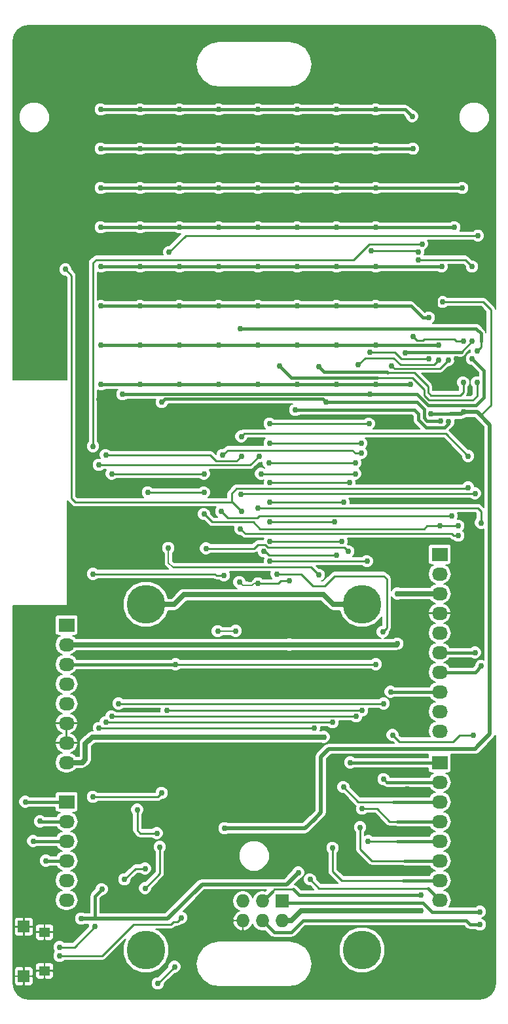
<source format=gbl>
G04 #@! TF.FileFunction,Copper,L2,Bot,Signal*
%FSLAX46Y46*%
G04 Gerber Fmt 4.6, Leading zero omitted, Abs format (unit mm)*
G04 Created by KiCad (PCBNEW 4.0.0-rc2-stable) date 12/17/2015 4:25:01 PM*
%MOMM*%
G01*
G04 APERTURE LIST*
%ADD10C,0.100000*%
%ADD11C,5.000000*%
%ADD12R,1.350000X1.250000*%
%ADD13R,1.500000X1.550000*%
%ADD14R,2.032000X1.727200*%
%ADD15O,2.032000X1.727200*%
%ADD16R,1.727200X1.727200*%
%ADD17O,1.727200X1.727200*%
%ADD18C,0.762000*%
%ADD19C,0.254000*%
%ADD20C,0.152400*%
%ADD21C,0.635000*%
%ADD22C,0.381000*%
%ADD23C,0.508000*%
%ADD24C,0.203200*%
G04 APERTURE END LIST*
D10*
D11*
X37338000Y-65280000D03*
X37338000Y-109980000D03*
X9398000Y-109980000D03*
X9398000Y-65280000D03*
D12*
X-3726200Y-107659800D03*
D13*
X-6426200Y-113359800D03*
X-6426200Y-106959800D03*
D12*
X-3726200Y-112659800D03*
D14*
X-889000Y-67945000D03*
D15*
X-889000Y-70485000D03*
X-889000Y-73025000D03*
X-889000Y-75565000D03*
X-889000Y-78105000D03*
X-889000Y-80645000D03*
X-889000Y-83185000D03*
X-889000Y-85725000D03*
D14*
X47371000Y-85725000D03*
D15*
X47371000Y-88265000D03*
X47371000Y-90805000D03*
X47371000Y-93345000D03*
X47371000Y-95885000D03*
X47371000Y-98425000D03*
X47371000Y-100965000D03*
X47371000Y-103505000D03*
D14*
X47371000Y-58801000D03*
D15*
X47371000Y-61341000D03*
X47371000Y-63881000D03*
X47371000Y-66421000D03*
X47371000Y-68961000D03*
X47371000Y-71501000D03*
X47371000Y-74041000D03*
X47371000Y-76581000D03*
X47371000Y-79121000D03*
X47371000Y-81661000D03*
D14*
X-889000Y-90805000D03*
D15*
X-889000Y-93345000D03*
X-889000Y-95885000D03*
X-889000Y-98425000D03*
X-889000Y-100965000D03*
X-889000Y-103505000D03*
D16*
X27000200Y-103632000D03*
D17*
X27000200Y-106172000D03*
X24460200Y-103632000D03*
X24460200Y-106172000D03*
X21920200Y-103632000D03*
X21920200Y-106172000D03*
D18*
X21463000Y-62382400D03*
X23876000Y-62534800D03*
X27940000Y-62230000D03*
X41910000Y-70358000D03*
X27940000Y-70485000D03*
X41910000Y-63881000D03*
X44958000Y-104902000D03*
X13208000Y-40640000D03*
X49784000Y-41783000D03*
X52451000Y-44450000D03*
X25654000Y-65684400D03*
X7239000Y-57912000D03*
X47752000Y-9398000D03*
X7239000Y-50800000D03*
X4318000Y-44831000D03*
X4318000Y-42418000D03*
X3302000Y-38735000D03*
X27000200Y-66370200D03*
X29210000Y-66421000D03*
X24282400Y-41783000D03*
X24612600Y-39598600D03*
X22860000Y-62026800D03*
X24282400Y-59613800D03*
X19659600Y-67233800D03*
X21971000Y-67945000D03*
X23622000Y-67945000D03*
X48768000Y-28321000D03*
X53213000Y-22987000D03*
X43815000Y-45720000D03*
X29464000Y-87884000D03*
X29464000Y-75692000D03*
X24130000Y-87884000D03*
X24130000Y-75692000D03*
X52578000Y-114046000D03*
X36703000Y-99060000D03*
X-3302000Y-15748000D03*
X15748000Y-98552000D03*
X13335000Y-99568000D03*
X6477000Y-103124000D03*
X9144000Y-104521000D03*
X3581400Y-93370400D03*
X14478000Y-87376000D03*
X43180000Y-89154000D03*
X35052000Y-93218000D03*
X48387000Y-36830000D03*
X49530000Y-33528000D03*
X32385000Y-82423000D03*
X-1778000Y-109601000D03*
X2794000Y-106934000D03*
X13970000Y-105791000D03*
X-1778000Y-110744000D03*
X11430000Y-39116000D03*
X47498000Y-41529000D03*
X32639000Y-39116000D03*
X34671000Y-57150000D03*
X25400000Y-57150000D03*
X43815000Y-2159000D03*
X51562000Y-31242000D03*
X42875200Y-32715200D03*
X3556000Y-1270000D03*
X8636000Y-1270000D03*
X13716000Y-1270000D03*
X18796000Y-1270000D03*
X23876000Y-1270000D03*
X28956000Y-1270000D03*
X34036000Y-1270000D03*
X39116000Y-1270000D03*
X39116000Y-1270000D03*
X34036000Y-1270000D03*
X28956000Y-1270000D03*
X23876000Y-1270000D03*
X18796000Y-1270000D03*
X13716000Y-1270000D03*
X8636000Y-1270000D03*
X3556000Y-1270000D03*
X50419000Y-31242000D03*
X43942000Y-30607000D03*
X43916600Y-6350000D03*
X3556000Y-6350000D03*
X8636000Y-6350000D03*
X13716000Y-6350000D03*
X18796000Y-6350000D03*
X23876000Y-6350000D03*
X28956000Y-6350000D03*
X34036000Y-6350000D03*
X39116000Y-6350000D03*
X50292000Y-11430000D03*
X3556000Y-11430000D03*
X8636000Y-11430000D03*
X13716000Y-11430000D03*
X18796000Y-11430000D03*
X23876000Y-11430000D03*
X28956000Y-11430000D03*
X34036000Y-11430000D03*
X39116000Y-11430000D03*
X39116000Y-16510000D03*
X34036000Y-16510000D03*
X28956000Y-16510000D03*
X23876000Y-16510000D03*
X18796000Y-16510000D03*
X13716000Y-16510000D03*
X8636000Y-16510000D03*
X3556000Y-16510000D03*
X49276000Y-16510000D03*
X47625000Y-21590000D03*
X3556000Y-21590000D03*
X8636000Y-21590000D03*
X13716000Y-21590000D03*
X18796000Y-21590000D03*
X23876000Y-21590000D03*
X28956000Y-21590000D03*
X34036000Y-21590000D03*
X39116000Y-21590000D03*
X45974000Y-28194000D03*
X3556000Y-26670000D03*
X8636000Y-26670000D03*
X13716000Y-26670000D03*
X18796000Y-26670000D03*
X23876000Y-26670000D03*
X28956000Y-26670000D03*
X34036000Y-26670000D03*
X39116000Y-26670000D03*
X3556000Y-31750000D03*
X47244000Y-31750000D03*
X8636000Y-31750000D03*
X13716000Y-31750000D03*
X18796000Y-31750000D03*
X23876000Y-31750000D03*
X28956000Y-31750000D03*
X34036000Y-31750000D03*
X39116000Y-31750000D03*
X43561000Y-36830000D03*
X3556000Y-36830000D03*
X8636000Y-36830000D03*
X13716000Y-36830000D03*
X18796000Y-36830000D03*
X23876000Y-36830000D03*
X28956000Y-36830000D03*
X34036000Y-36830000D03*
X39116000Y-36830000D03*
X28702000Y-40132000D03*
X48514000Y-41656000D03*
X33782000Y-54610000D03*
X25400000Y-54610000D03*
X21577300Y-29591000D03*
X52197000Y-32512000D03*
X25400000Y-52070000D03*
X34925000Y-52070000D03*
X52197000Y-36576000D03*
X25400000Y-49530000D03*
X35687000Y-49530000D03*
X26670000Y-34417000D03*
X31750000Y-34544000D03*
X50419000Y-36576000D03*
X25273000Y-46990000D03*
X36449000Y-46990000D03*
X25400000Y-44450000D03*
X37211000Y-44450000D03*
X47244000Y-33655000D03*
X36830000Y-34290000D03*
X38227000Y-41910000D03*
X25400000Y-41910000D03*
X41148000Y-34417000D03*
X48514000Y-33655000D03*
X51562000Y-33528000D03*
X38354000Y-38100000D03*
X25400000Y-59690000D03*
X37973000Y-59690000D03*
X6350000Y-38100000D03*
X10922000Y-114300000D03*
X13081000Y-112141000D03*
X26289000Y-61341000D03*
X40005000Y-68834000D03*
X41275000Y-82169000D03*
X51689000Y-82169000D03*
X19558000Y-94234000D03*
X47752000Y-26162000D03*
X46228000Y-40640000D03*
X50419000Y-40386000D03*
X12268200Y-57962800D03*
X31750000Y-61468000D03*
X39116000Y-73025000D03*
X10795000Y-94869000D03*
X8255000Y-91821000D03*
X13208000Y-73025000D03*
X35814000Y-85725000D03*
X35560000Y-58420000D03*
X17145000Y-58039000D03*
X9652000Y-50800000D03*
X16891000Y-50800000D03*
X5842000Y-78105000D03*
X40132000Y-78105000D03*
X40132000Y-87884000D03*
X24638000Y-58420000D03*
X34925000Y-88900000D03*
X34036000Y-58928000D03*
X12065000Y-78994000D03*
X37338000Y-78994000D03*
X37338000Y-91694000D03*
X24257000Y-48387000D03*
X38100000Y-95885000D03*
X36449000Y-48387000D03*
X4953000Y-48387000D03*
X16891000Y-48387000D03*
X4953000Y-79756000D03*
X36576000Y-79756000D03*
X37084000Y-94107000D03*
X21717000Y-46101000D03*
X4191000Y-45974000D03*
X4191000Y-80518000D03*
X33528000Y-80518000D03*
X33528000Y-96774000D03*
X30607000Y-100838000D03*
X31115000Y-81280000D03*
X3302000Y-81280000D03*
X3302000Y-47244000D03*
X24003000Y-46101000D03*
X49784000Y-55118000D03*
X47371000Y-55118000D03*
X16891000Y-53594000D03*
X18669000Y-68732400D03*
X20980400Y-68707000D03*
X19100800Y-53263800D03*
X48895000Y-53848000D03*
X44958000Y-102870000D03*
X21590000Y-55499000D03*
X49784000Y-56388000D03*
X21666200Y-51054000D03*
X52578000Y-105029000D03*
X51943000Y-50927000D03*
X51943000Y-71501000D03*
X23876000Y-52832000D03*
X52705000Y-54737000D03*
X52755800Y-73228200D03*
X52578000Y-106680000D03*
X41021000Y-76581000D03*
X37211000Y-45720000D03*
X19304000Y-45974000D03*
X51054000Y-46101000D03*
X21717000Y-43561000D03*
X51054000Y-50165000D03*
X-1041400Y-21945600D03*
X21717000Y-53213000D03*
X-6223000Y-90805000D03*
X-4318000Y-93319600D03*
X-5207000Y-95885000D03*
X-3556000Y-98425000D03*
X9271000Y-99441000D03*
X6604000Y-100838000D03*
X9271000Y-101981000D03*
X11176000Y-96647000D03*
X2540000Y-44831000D03*
X45085000Y-18669000D03*
X11430000Y-89662000D03*
X2540000Y-90170000D03*
X2540000Y-61341000D03*
X19481800Y-61518800D03*
X52298600Y-17576800D03*
X12369800Y-19735800D03*
X3683000Y-102108000D03*
X29083000Y-99949000D03*
X1016000Y-105918000D03*
X44577000Y-20701000D03*
X51562000Y-21590000D03*
X38481000Y-19558000D03*
X38354000Y-32639000D03*
X45974000Y-33528000D03*
X44577000Y-19685000D03*
D19*
X26657300Y-62369700D02*
X26492200Y-62534800D01*
X26492200Y-62534800D02*
X23876000Y-62534800D01*
D20*
X21894800Y-62814200D02*
X23063200Y-62814200D01*
X21894800Y-62814200D02*
X21463000Y-62382400D01*
X23342600Y-62534800D02*
X23876000Y-62534800D01*
X23063200Y-62814200D02*
X23342600Y-62534800D01*
D19*
X23876000Y-62382400D02*
X23876000Y-62534800D01*
X26644600Y-62382400D02*
X26657300Y-62369700D01*
X26657300Y-62369700D02*
X26797000Y-62230000D01*
X27940000Y-62230000D02*
X26797000Y-62230000D01*
D21*
X27940000Y-70485000D02*
X41783000Y-70485000D01*
X41783000Y-70485000D02*
X41910000Y-70358000D01*
X27940000Y-70485000D02*
X-889000Y-70485000D01*
X41910000Y-63881000D02*
X47371000Y-63881000D01*
X28194000Y-106172000D02*
X27000200Y-106172000D01*
X29464000Y-104902000D02*
X28194000Y-106172000D01*
X44958000Y-104902000D02*
X29464000Y-104902000D01*
D19*
X49784000Y-41783000D02*
X52451000Y-44450000D01*
D20*
X22860000Y-62026800D02*
X22885400Y-62026800D01*
D22*
X48006000Y-27178000D02*
X48006000Y-27559000D01*
X48006000Y-27559000D02*
X48768000Y-28321000D01*
X53213000Y-22987000D02*
X49530000Y-22987000D01*
X48006000Y-27178000D02*
X47498000Y-27178000D01*
X47117000Y-27178000D02*
X48006000Y-27178000D01*
X46863000Y-26924000D02*
X47117000Y-27178000D01*
X46863000Y-25654000D02*
X46863000Y-26924000D01*
X49530000Y-22987000D02*
X46863000Y-25654000D01*
X15748000Y-98552000D02*
X14351000Y-98552000D01*
X14351000Y-98552000D02*
X13335000Y-99568000D01*
X6477000Y-103124000D02*
X6477000Y-104013000D01*
X6985000Y-104521000D02*
X9144000Y-104521000D01*
X6477000Y-104013000D02*
X6985000Y-104521000D01*
X49530000Y-35687000D02*
X48387000Y-36830000D01*
X49530000Y-33528000D02*
X49530000Y-35687000D01*
D21*
X32385000Y-82423000D02*
X2413000Y-82423000D01*
X1143000Y-85725000D02*
X-889000Y-85725000D01*
X1524000Y-85344000D02*
X1143000Y-85725000D01*
X1524000Y-83312000D02*
X1524000Y-85344000D01*
X2413000Y-82423000D02*
X1524000Y-83312000D01*
D23*
X-762000Y-85725000D02*
X-889000Y-85725000D01*
D19*
X-1778000Y-109601000D02*
X127000Y-109601000D01*
X127000Y-109601000D02*
X2794000Y-106934000D01*
X12954000Y-106299000D02*
X13462000Y-106299000D01*
X13462000Y-106299000D02*
X13970000Y-105791000D01*
X7747000Y-106680000D02*
X12573000Y-106680000D01*
X3683000Y-110744000D02*
X7747000Y-106680000D01*
X-1778000Y-110744000D02*
X3683000Y-110744000D01*
X12573000Y-106680000D02*
X12954000Y-106299000D01*
D22*
X11430000Y-39116000D02*
X11861798Y-38684202D01*
X32207202Y-38684202D02*
X32639000Y-39116000D01*
X11861798Y-38684202D02*
X32207202Y-38684202D01*
X45720000Y-41529000D02*
X47498000Y-41529000D01*
X45339000Y-41148000D02*
X45720000Y-41529000D01*
X45339000Y-40005000D02*
X45339000Y-41148000D01*
X44450000Y-39116000D02*
X45339000Y-40005000D01*
X32639000Y-39116000D02*
X44450000Y-39116000D01*
D19*
X34671000Y-57150000D02*
X25400000Y-57150000D01*
D22*
X42926000Y-1270000D02*
X43815000Y-2159000D01*
D19*
X51562000Y-31242000D02*
X50165000Y-32639000D01*
D22*
X42951400Y-32639000D02*
X50165000Y-32639000D01*
X42951400Y-32639000D02*
X42875200Y-32715200D01*
X39116000Y-1270000D02*
X42926000Y-1270000D01*
X34036000Y-1270000D02*
X39116000Y-1270000D01*
X28956000Y-1270000D02*
X34036000Y-1270000D01*
X23876000Y-1270000D02*
X28956000Y-1270000D01*
X18796000Y-1270000D02*
X23876000Y-1270000D01*
X13716000Y-1270000D02*
X18796000Y-1270000D01*
X9906000Y-1270000D02*
X13716000Y-1270000D01*
X8636000Y-1270000D02*
X9906000Y-1270000D01*
X3556000Y-1270000D02*
X8636000Y-1270000D01*
X9906000Y-1270000D02*
X8636000Y-1270000D01*
X9906000Y-1270000D02*
X8636000Y-1270000D01*
X3556000Y-1270000D02*
X8636000Y-1270000D01*
X8636000Y-1270000D02*
X9906000Y-1270000D01*
X9906000Y-1270000D02*
X13716000Y-1270000D01*
X13716000Y-1270000D02*
X18796000Y-1270000D01*
X18796000Y-1270000D02*
X23876000Y-1270000D01*
X23876000Y-1270000D02*
X28956000Y-1270000D01*
X28956000Y-1270000D02*
X34036000Y-1270000D01*
X34036000Y-1270000D02*
X39116000Y-1270000D01*
X39116000Y-1270000D02*
X42926000Y-1270000D01*
D19*
X45339000Y-30988000D02*
X49276000Y-30988000D01*
X49530000Y-31242000D02*
X50419000Y-31242000D01*
X49276000Y-30988000D02*
X49530000Y-31242000D01*
D22*
X43916600Y-6350000D02*
X39116000Y-6350000D01*
D19*
X44450000Y-31115000D02*
X43942000Y-30607000D01*
X45212000Y-31115000D02*
X44450000Y-31115000D01*
X45339000Y-30988000D02*
X45212000Y-31115000D01*
D22*
X8636000Y-6350000D02*
X3556000Y-6350000D01*
X8636000Y-6350000D02*
X13716000Y-6350000D01*
X13716000Y-6350000D02*
X18796000Y-6350000D01*
X18796000Y-6350000D02*
X23876000Y-6350000D01*
X23876000Y-6350000D02*
X28956000Y-6350000D01*
X28956000Y-6350000D02*
X34036000Y-6350000D01*
X34036000Y-6350000D02*
X39116000Y-6350000D01*
X39116000Y-11430000D02*
X50292000Y-11430000D01*
X8636000Y-11430000D02*
X3556000Y-11430000D01*
X8636000Y-11430000D02*
X13716000Y-11430000D01*
X13716000Y-11430000D02*
X18796000Y-11430000D01*
X18796000Y-11430000D02*
X23876000Y-11430000D01*
X23876000Y-11430000D02*
X28956000Y-11430000D01*
X28956000Y-11430000D02*
X34036000Y-11430000D01*
X34036000Y-11430000D02*
X39116000Y-11430000D01*
X3556000Y-16510000D02*
X8636000Y-16510000D01*
X8636000Y-16510000D02*
X13716000Y-16510000D01*
X13716000Y-16510000D02*
X18796000Y-16510000D01*
X18796000Y-16510000D02*
X23876000Y-16510000D01*
X23876000Y-16510000D02*
X28956000Y-16510000D01*
X28956000Y-16510000D02*
X34036000Y-16510000D01*
X34036000Y-16510000D02*
X39116000Y-16510000D01*
X39116000Y-16510000D02*
X49276000Y-16510000D01*
X39116000Y-21590000D02*
X47625000Y-21590000D01*
X3556000Y-21590000D02*
X8636000Y-21590000D01*
X8636000Y-21590000D02*
X13716000Y-21590000D01*
X13716000Y-21590000D02*
X18796000Y-21590000D01*
X18796000Y-21590000D02*
X23876000Y-21590000D01*
X23876000Y-21590000D02*
X28956000Y-21590000D01*
X28956000Y-21590000D02*
X34036000Y-21590000D01*
X34036000Y-21590000D02*
X39116000Y-21590000D01*
X45186600Y-28194000D02*
X45974000Y-28194000D01*
X43662600Y-26670000D02*
X45186600Y-28194000D01*
X39116000Y-26670000D02*
X43662600Y-26670000D01*
X8636000Y-26670000D02*
X3556000Y-26670000D01*
X8636000Y-26670000D02*
X13716000Y-26670000D01*
X13716000Y-26670000D02*
X18796000Y-26670000D01*
X18796000Y-26670000D02*
X23876000Y-26670000D01*
X23876000Y-26670000D02*
X28956000Y-26670000D01*
X28956000Y-26670000D02*
X34036000Y-26670000D01*
X34036000Y-26670000D02*
X39116000Y-26670000D01*
X8636000Y-31750000D02*
X3556000Y-31750000D01*
X8636000Y-31750000D02*
X13716000Y-31750000D01*
X13716000Y-31750000D02*
X18796000Y-31750000D01*
X18796000Y-31750000D02*
X23876000Y-31750000D01*
X23876000Y-31750000D02*
X28956000Y-31750000D01*
X28956000Y-31750000D02*
X34036000Y-31750000D01*
X34036000Y-31750000D02*
X39116000Y-31750000D01*
X39116000Y-31750000D02*
X47244000Y-31750000D01*
X39116000Y-36830000D02*
X43561000Y-36830000D01*
X8636000Y-36830000D02*
X3556000Y-36830000D01*
X8636000Y-36830000D02*
X13716000Y-36830000D01*
X13716000Y-36830000D02*
X18796000Y-36830000D01*
X18796000Y-36830000D02*
X23876000Y-36830000D01*
X23876000Y-36830000D02*
X28956000Y-36830000D01*
X28956000Y-36830000D02*
X34036000Y-36830000D01*
X34036000Y-36830000D02*
X39116000Y-36830000D01*
X44069000Y-40132000D02*
X28702000Y-40132000D01*
X44069000Y-40132000D02*
X44577000Y-40640000D01*
X44577000Y-40640000D02*
X44577000Y-41402000D01*
X44577000Y-41402000D02*
X45593000Y-42418000D01*
X45593000Y-42418000D02*
X48006000Y-42418000D01*
X48006000Y-42418000D02*
X48514000Y-41910000D01*
X48514000Y-41910000D02*
X48514000Y-41656000D01*
D19*
X33782000Y-54610000D02*
X25400000Y-54610000D01*
D22*
X52070000Y-29591000D02*
X21577300Y-29591000D01*
X52705000Y-30226000D02*
X52070000Y-29591000D01*
X52705000Y-31242000D02*
X52705000Y-30226000D01*
D19*
X52705000Y-32004000D02*
X52705000Y-31242000D01*
X52197000Y-32512000D02*
X52705000Y-32004000D01*
X34925000Y-52070000D02*
X25400000Y-52070000D01*
X52197000Y-36576000D02*
X52197000Y-38341298D01*
X45339000Y-38227000D02*
X45339000Y-37465000D01*
X45974000Y-38862000D02*
X45339000Y-38227000D01*
X51676298Y-38862000D02*
X45974000Y-38862000D01*
X52197000Y-38341298D02*
X51676298Y-38862000D01*
X35687000Y-49530000D02*
X25400000Y-49530000D01*
D22*
X39243000Y-35941000D02*
X28194000Y-35941000D01*
X26670000Y-34417000D02*
X28194000Y-35941000D01*
D19*
X43815000Y-35941000D02*
X39243000Y-35941000D01*
X45339000Y-37465000D02*
X43815000Y-35941000D01*
X50419000Y-36576000D02*
X50419000Y-37846000D01*
D22*
X40513000Y-35179000D02*
X32385000Y-35179000D01*
X31750000Y-34544000D02*
X32385000Y-35179000D01*
D19*
X45847000Y-37084000D02*
X44069000Y-35306000D01*
X44069000Y-35306000D02*
X40640000Y-35306000D01*
D22*
X40640000Y-35306000D02*
X40513000Y-35179000D01*
D19*
X45847000Y-37846000D02*
X45847000Y-37084000D01*
X46228000Y-38227000D02*
X45847000Y-37846000D01*
X50038000Y-38227000D02*
X46228000Y-38227000D01*
X50419000Y-37846000D02*
X50038000Y-38227000D01*
X36449000Y-46990000D02*
X25273000Y-46990000D01*
X37211000Y-44450000D02*
X25400000Y-44450000D01*
X41402000Y-33401000D02*
X42291000Y-34290000D01*
X41402000Y-33401000D02*
X37719000Y-33401000D01*
X36830000Y-34290000D02*
X37719000Y-33401000D01*
X46609000Y-34290000D02*
X47244000Y-33655000D01*
X42291000Y-34290000D02*
X46609000Y-34290000D01*
X38227000Y-41910000D02*
X25400000Y-41910000D01*
X48514000Y-33655000D02*
X47371000Y-34798000D01*
X47371000Y-34798000D02*
X41529000Y-34798000D01*
X41148000Y-34417000D02*
X41529000Y-34798000D01*
D22*
X38354000Y-38100000D02*
X44450000Y-38100000D01*
X51562000Y-33528000D02*
X53086000Y-35052000D01*
X53086000Y-35052000D02*
X53086000Y-38481000D01*
X52070000Y-39497000D02*
X53086000Y-38481000D01*
X45847000Y-39497000D02*
X52070000Y-39497000D01*
X44450000Y-38100000D02*
X45847000Y-39497000D01*
D19*
X37973000Y-59690000D02*
X25400000Y-59690000D01*
D22*
X6350000Y-38100000D02*
X38354000Y-38100000D01*
D19*
X10922000Y-114300000D02*
X13081000Y-112141000D01*
X49110899Y-83019899D02*
X42125899Y-83019899D01*
X29464000Y-61341000D02*
X26289000Y-61341000D01*
X30988000Y-62865000D02*
X29464000Y-61341000D01*
X32512000Y-62865000D02*
X30988000Y-62865000D01*
X33782000Y-61595000D02*
X32512000Y-62865000D01*
X40132000Y-61595000D02*
X33782000Y-61595000D01*
X40513000Y-61976000D02*
X40132000Y-61595000D01*
X40513000Y-68326000D02*
X40513000Y-61976000D01*
X40005000Y-68834000D02*
X40513000Y-68326000D01*
X42125899Y-83019899D02*
X41275000Y-82169000D01*
X49961798Y-82169000D02*
X49110899Y-83019899D01*
X51689000Y-82169000D02*
X49961798Y-82169000D01*
D21*
X13030200Y-65280000D02*
X14302200Y-64008000D01*
X9398000Y-65280000D02*
X13030200Y-65280000D01*
X32359600Y-64008000D02*
X33631600Y-65280000D01*
X14302200Y-64008000D02*
X32359600Y-64008000D01*
X33631600Y-65280000D02*
X37338000Y-65280000D01*
D23*
X19558000Y-94234000D02*
X29972000Y-94234000D01*
X32004000Y-84963000D02*
X33020000Y-83947000D01*
X31115000Y-93091000D02*
X32004000Y-92202000D01*
X32004000Y-92202000D02*
X32004000Y-84963000D01*
X52324000Y-83566000D02*
X53848000Y-82042000D01*
X53340000Y-41529000D02*
X52705000Y-40894000D01*
X53340000Y-41529000D02*
X53848000Y-42037000D01*
X51943000Y-83947000D02*
X52324000Y-83566000D01*
X33020000Y-83947000D02*
X51943000Y-83947000D01*
X53848000Y-42037000D02*
X53848000Y-82042000D01*
X29972000Y-94234000D02*
X31115000Y-93091000D01*
D19*
X53975000Y-39497000D02*
X52641500Y-40830500D01*
X52705000Y-40767000D02*
X52705000Y-40894000D01*
X52641500Y-40830500D02*
X52705000Y-40767000D01*
X47752000Y-26162000D02*
X52959000Y-26162000D01*
X52959000Y-26162000D02*
X53975000Y-27178000D01*
X53975000Y-27178000D02*
X53975000Y-39497000D01*
D23*
X52197000Y-40386000D02*
X50419000Y-40386000D01*
X52197000Y-40386000D02*
X52705000Y-40894000D01*
X48768000Y-40640000D02*
X50165000Y-40640000D01*
X50165000Y-40640000D02*
X50419000Y-40386000D01*
D22*
X46228000Y-40640000D02*
X48768000Y-40640000D01*
D20*
X12293600Y-59918600D02*
X12293600Y-58267600D01*
D19*
X31750000Y-61468000D02*
X30734000Y-60452000D01*
X30734000Y-60452000D02*
X12827000Y-60452000D01*
D20*
X12827000Y-60452000D02*
X12293600Y-59918600D01*
D19*
X39116000Y-73025000D02*
X13208000Y-73025000D01*
X8255000Y-91821000D02*
X8255000Y-94488000D01*
X8636000Y-94869000D02*
X10795000Y-94869000D01*
X8255000Y-94488000D02*
X8636000Y-94869000D01*
D22*
X-889000Y-73025000D02*
X13208000Y-73025000D01*
D19*
X23368000Y-58039000D02*
X17145000Y-58039000D01*
X35560000Y-58420000D02*
X35052000Y-57912000D01*
X35052000Y-57912000D02*
X25146000Y-57912000D01*
X25146000Y-57912000D02*
X24765000Y-57531000D01*
X24765000Y-57531000D02*
X23876000Y-57531000D01*
X23876000Y-57531000D02*
X23368000Y-58039000D01*
D22*
X47371000Y-85725000D02*
X35814000Y-85725000D01*
X47371000Y-88265000D02*
X40513000Y-88265000D01*
D19*
X9652000Y-50800000D02*
X16891000Y-50800000D01*
X40132000Y-78105000D02*
X5842000Y-78105000D01*
X40513000Y-88265000D02*
X40132000Y-87884000D01*
X36830000Y-90805000D02*
X41402000Y-90805000D01*
D22*
X41402000Y-90805000D02*
X47371000Y-90805000D01*
D19*
X36830000Y-90805000D02*
X34925000Y-88900000D01*
X24765000Y-58420000D02*
X24638000Y-58420000D01*
X25273000Y-58928000D02*
X24765000Y-58420000D01*
X34036000Y-58928000D02*
X25273000Y-58928000D01*
D22*
X47371000Y-93345000D02*
X41910000Y-93345000D01*
D19*
X41910000Y-93345000D02*
X40894000Y-93345000D01*
X37338000Y-78994000D02*
X12065000Y-78994000D01*
X39243000Y-91694000D02*
X37338000Y-91694000D01*
X40894000Y-93345000D02*
X39243000Y-91694000D01*
X36449000Y-48387000D02*
X24257000Y-48387000D01*
D22*
X47371000Y-95885000D02*
X41910000Y-95885000D01*
D19*
X41910000Y-95885000D02*
X38100000Y-95885000D01*
X4953000Y-48387000D02*
X16891000Y-48387000D01*
X38608000Y-98425000D02*
X42799000Y-98425000D01*
D22*
X42799000Y-98425000D02*
X47371000Y-98425000D01*
D19*
X36576000Y-79756000D02*
X4953000Y-79756000D01*
X37084000Y-96901000D02*
X38608000Y-98425000D01*
X37084000Y-94107000D02*
X37084000Y-96901000D01*
X21082000Y-46736000D02*
X21717000Y-46101000D01*
D22*
X47371000Y-100965000D02*
X42672000Y-100965000D01*
D19*
X42672000Y-100965000D02*
X34671000Y-100965000D01*
X17653000Y-45974000D02*
X18415000Y-46736000D01*
X4191000Y-45974000D02*
X17653000Y-45974000D01*
X33528000Y-80518000D02*
X4191000Y-80518000D01*
X33528000Y-99822000D02*
X33528000Y-96774000D01*
X34671000Y-100965000D02*
X33528000Y-99822000D01*
X18415000Y-46736000D02*
X21082000Y-46736000D01*
X3302000Y-47244000D02*
X22860000Y-47244000D01*
X45847000Y-101981000D02*
X31750000Y-101981000D01*
X31750000Y-101981000D02*
X30607000Y-100838000D01*
X31115000Y-81280000D02*
X3302000Y-81280000D01*
D22*
X47371000Y-103505000D02*
X45847000Y-101981000D01*
D19*
X22860000Y-47244000D02*
X24003000Y-46101000D01*
X47371000Y-55118000D02*
X48514000Y-55118000D01*
X49784000Y-55118000D02*
X48514000Y-55118000D01*
X45339000Y-55499000D02*
X45720000Y-55118000D01*
X45720000Y-55118000D02*
X47371000Y-55118000D01*
X23241000Y-54610000D02*
X17907000Y-54610000D01*
X24130000Y-55499000D02*
X23241000Y-54610000D01*
X45212000Y-55499000D02*
X45339000Y-55499000D01*
X45339000Y-55499000D02*
X24130000Y-55499000D01*
X16891000Y-53594000D02*
X17907000Y-54610000D01*
D20*
X20955000Y-68732400D02*
X18669000Y-68732400D01*
X20980400Y-68707000D02*
X20955000Y-68732400D01*
D19*
X20624802Y-54127400D02*
X19964400Y-54127400D01*
X19100800Y-53263800D02*
X19685000Y-53848000D01*
X20624802Y-54127400D02*
X23749000Y-54127400D01*
X23749000Y-54127400D02*
X24028400Y-53848000D01*
X24028400Y-53848000D02*
X48895000Y-53848000D01*
X19964400Y-54127400D02*
X19685000Y-53848000D01*
X28448000Y-102108000D02*
X25984200Y-102108000D01*
D22*
X29210000Y-102870000D02*
X28448000Y-102108000D01*
X44958000Y-102870000D02*
X29210000Y-102870000D01*
D19*
X25984200Y-102108000D02*
X25692100Y-102400100D01*
D22*
X25692100Y-102400100D02*
X24460200Y-103632000D01*
D19*
X21590000Y-55499000D02*
X22225000Y-56134000D01*
X22225000Y-56134000D02*
X48895000Y-56134000D01*
X49149000Y-56388000D02*
X49784000Y-56388000D01*
X48895000Y-56134000D02*
X49149000Y-56388000D01*
X21666200Y-51054000D02*
X21666200Y-51079400D01*
D22*
X45212000Y-103886000D02*
X27254200Y-103886000D01*
X52578000Y-105029000D02*
X46355000Y-105029000D01*
X46355000Y-105029000D02*
X45212000Y-103886000D01*
D19*
X27254200Y-103886000D02*
X27000200Y-103632000D01*
X21590000Y-50927000D02*
X51943000Y-50927000D01*
D22*
X51943000Y-71501000D02*
X47371000Y-71501000D01*
D19*
X51562000Y-52832000D02*
X23876000Y-52832000D01*
X52324000Y-52832000D02*
X52705000Y-53213000D01*
X52705000Y-53213000D02*
X52705000Y-54737000D01*
X51562000Y-52832000D02*
X52324000Y-52832000D01*
D22*
X47371000Y-74041000D02*
X51943000Y-74041000D01*
X51943000Y-74041000D02*
X52755800Y-73228200D01*
X50800000Y-106172000D02*
X51308000Y-106680000D01*
X51308000Y-106680000D02*
X52578000Y-106680000D01*
X25984200Y-107696000D02*
X28194000Y-107696000D01*
X24460200Y-106172000D02*
X25984200Y-107696000D01*
X29718000Y-106172000D02*
X50800000Y-106172000D01*
X28194000Y-107696000D02*
X29718000Y-106172000D01*
D19*
X36449000Y-45720000D02*
X36068000Y-45339000D01*
X36449000Y-45720000D02*
X37211000Y-45720000D01*
D22*
X41021000Y-76581000D02*
X47371000Y-76581000D01*
D19*
X19939000Y-45339000D02*
X19304000Y-45974000D01*
X36068000Y-45339000D02*
X19939000Y-45339000D01*
X48133000Y-43180000D02*
X47752000Y-43180000D01*
X51054000Y-46101000D02*
X48133000Y-43180000D01*
X45720000Y-43180000D02*
X47752000Y-43180000D01*
X21717000Y-43561000D02*
X22098000Y-43180000D01*
X45720000Y-43180000D02*
X22098000Y-43180000D01*
X21717000Y-53213000D02*
X20447000Y-51943000D01*
X50927000Y-50292000D02*
X51054000Y-50165000D01*
X21082000Y-50292000D02*
X50927000Y-50292000D01*
X20447000Y-50927000D02*
X21082000Y-50292000D01*
X20447000Y-51943000D02*
X20447000Y-50927000D01*
X254000Y-52052220D02*
X-254000Y-51544220D01*
X-254000Y-22733000D02*
X-1041400Y-21945600D01*
X-254000Y-51544220D02*
X-254000Y-22733000D01*
X20556220Y-52052220D02*
X254000Y-52052220D01*
D20*
X21717000Y-53213000D02*
X20556220Y-52052220D01*
D22*
X-889000Y-90805000D02*
X-6223000Y-90805000D01*
D19*
X-4318000Y-93319600D02*
X-4318000Y-93345000D01*
X-4318000Y-93345000D02*
X-4318000Y-93319600D01*
X-4318000Y-93319600D02*
X-4318000Y-93345000D01*
D22*
X-4318000Y-93345000D02*
X-889000Y-93345000D01*
X-5207000Y-95885000D02*
X-889000Y-95885000D01*
X-3556000Y-98425000D02*
X-889000Y-98425000D01*
D19*
X8001000Y-99441000D02*
X9271000Y-99441000D01*
X6604000Y-100838000D02*
X8001000Y-99441000D01*
X9271000Y-101981000D02*
X11176000Y-100076000D01*
X11176000Y-100076000D02*
X11176000Y-96647000D01*
X2540000Y-44831000D02*
X2540000Y-21082000D01*
X2921000Y-20701000D02*
X2540000Y-21082000D01*
X2921000Y-20701000D02*
X36195000Y-20701000D01*
X36195000Y-20701000D02*
X38227000Y-18669000D01*
X38227000Y-18669000D02*
X45085000Y-18669000D01*
X10922000Y-90170000D02*
X11430000Y-89662000D01*
X2540000Y-90170000D02*
X10922000Y-90170000D01*
X17957800Y-61341000D02*
X18313400Y-61341000D01*
X2286000Y-61341000D02*
X2540000Y-61341000D01*
X2540000Y-61341000D02*
X17957800Y-61341000D01*
X18491200Y-61518800D02*
X19481800Y-61518800D01*
X18313400Y-61341000D02*
X18491200Y-61518800D01*
X19659600Y-61341000D02*
X19481800Y-61518800D01*
X14528800Y-17576800D02*
X52298600Y-17576800D01*
X12369800Y-19735800D02*
X14528800Y-17576800D01*
D22*
X2794000Y-105918000D02*
X2794000Y-102997000D01*
X3683000Y-102108000D02*
X2794000Y-102997000D01*
D23*
X16637000Y-101473000D02*
X27559000Y-101473000D01*
X27559000Y-101473000D02*
X29083000Y-99949000D01*
X2794000Y-105918000D02*
X12192000Y-105918000D01*
X12192000Y-105918000D02*
X16637000Y-101473000D01*
X1016000Y-105918000D02*
X2794000Y-105918000D01*
D19*
X50673000Y-20701000D02*
X44577000Y-20701000D01*
X51562000Y-21590000D02*
X50673000Y-20701000D01*
X45974000Y-33528000D02*
X42418000Y-33528000D01*
X44577000Y-19685000D02*
X44450000Y-19558000D01*
X44450000Y-19558000D02*
X38481000Y-19558000D01*
X41529000Y-32639000D02*
X38354000Y-32639000D01*
X42418000Y-33528000D02*
X41529000Y-32639000D01*
D24*
G36*
X-685052Y-51975272D02*
X-177053Y-52483272D01*
X-73296Y-52552600D01*
X20716Y-52615417D01*
X254000Y-52661820D01*
X18481449Y-52661820D01*
X18369102Y-52773971D01*
X18237350Y-53091266D01*
X18237050Y-53434827D01*
X18368249Y-53752351D01*
X18610971Y-53995498D01*
X18622776Y-54000400D01*
X18159504Y-54000400D01*
X17754599Y-53595495D01*
X17754750Y-53422973D01*
X17623551Y-53105449D01*
X17380829Y-52862302D01*
X17063534Y-52730550D01*
X16719973Y-52730250D01*
X16402449Y-52861449D01*
X16159302Y-53104171D01*
X16027550Y-53421466D01*
X16027250Y-53765027D01*
X16158449Y-54082551D01*
X16401171Y-54325698D01*
X16718466Y-54457450D01*
X16892498Y-54457602D01*
X17475948Y-55041052D01*
X17673716Y-55173197D01*
X17907000Y-55219600D01*
X20770925Y-55219600D01*
X20726550Y-55326466D01*
X20726250Y-55670027D01*
X20857449Y-55987551D01*
X21100171Y-56230698D01*
X21417466Y-56362450D01*
X21591497Y-56362602D01*
X21793948Y-56565053D01*
X21912502Y-56644267D01*
X21991716Y-56697197D01*
X22225000Y-56743600D01*
X24633659Y-56743600D01*
X24559831Y-56921400D01*
X23876000Y-56921400D01*
X23642716Y-56967803D01*
X23444947Y-57099948D01*
X23115496Y-57429400D01*
X17756714Y-57429400D01*
X17634829Y-57307302D01*
X17317534Y-57175550D01*
X16973973Y-57175250D01*
X16656449Y-57306449D01*
X16413302Y-57549171D01*
X16281550Y-57866466D01*
X16281250Y-58210027D01*
X16412449Y-58527551D01*
X16655171Y-58770698D01*
X16972466Y-58902450D01*
X17316027Y-58902750D01*
X17633551Y-58771551D01*
X17756717Y-58648600D01*
X23368000Y-58648600D01*
X23601284Y-58602197D01*
X23774341Y-58486563D01*
X23774250Y-58591027D01*
X23905449Y-58908551D01*
X24148171Y-59151698D01*
X24465466Y-59283450D01*
X24633661Y-59283597D01*
X24536550Y-59517466D01*
X24536266Y-59842400D01*
X13007663Y-59842400D01*
X12852400Y-59687138D01*
X12852400Y-58599869D01*
X12999898Y-58452629D01*
X13131650Y-58135334D01*
X13131950Y-57791773D01*
X13000751Y-57474249D01*
X12758029Y-57231102D01*
X12440734Y-57099350D01*
X12097173Y-57099050D01*
X11779649Y-57230249D01*
X11536502Y-57472971D01*
X11404750Y-57790266D01*
X11404450Y-58133827D01*
X11535649Y-58451351D01*
X11734800Y-58650851D01*
X11734800Y-59918600D01*
X11777336Y-60132444D01*
X11793513Y-60156654D01*
X11898469Y-60313731D01*
X12262259Y-60677522D01*
X12263803Y-60685284D01*
X12294617Y-60731400D01*
X3151714Y-60731400D01*
X3029829Y-60609302D01*
X2712534Y-60477550D01*
X2368973Y-60477250D01*
X2051449Y-60608449D01*
X1808302Y-60851171D01*
X1676550Y-61168466D01*
X1676250Y-61512027D01*
X1807449Y-61829551D01*
X2050171Y-62072698D01*
X2367466Y-62204450D01*
X2711027Y-62204750D01*
X3028551Y-62073551D01*
X3151717Y-61950600D01*
X18061267Y-61950600D01*
X18257916Y-62081997D01*
X18491200Y-62128400D01*
X18870086Y-62128400D01*
X18991971Y-62250498D01*
X19309266Y-62382250D01*
X19652827Y-62382550D01*
X19970351Y-62251351D01*
X20213498Y-62008629D01*
X20345250Y-61691334D01*
X20345550Y-61347773D01*
X20227305Y-61061600D01*
X25469925Y-61061600D01*
X25425550Y-61168466D01*
X25425250Y-61512027D01*
X25556449Y-61829551D01*
X25651931Y-61925200D01*
X24487714Y-61925200D01*
X24365829Y-61803102D01*
X24048534Y-61671350D01*
X23704973Y-61671050D01*
X23387449Y-61802249D01*
X23181242Y-62008096D01*
X23128756Y-62018536D01*
X23033781Y-62081997D01*
X22947469Y-62139669D01*
X22831738Y-62255400D01*
X22326712Y-62255400D01*
X22326750Y-62211373D01*
X22195551Y-61893849D01*
X21952829Y-61650702D01*
X21635534Y-61518950D01*
X21291973Y-61518650D01*
X20974449Y-61649849D01*
X20731302Y-61892571D01*
X20599550Y-62209866D01*
X20599250Y-62553427D01*
X20730449Y-62870951D01*
X20973171Y-63114098D01*
X21199072Y-63207900D01*
X14302200Y-63207900D01*
X13996015Y-63268804D01*
X13736444Y-63442244D01*
X12698788Y-64479900D01*
X12294584Y-64479900D01*
X11928000Y-63592700D01*
X11089713Y-62752949D01*
X9993879Y-62297918D01*
X8807327Y-62296883D01*
X7710700Y-62750000D01*
X6870949Y-63588287D01*
X6415918Y-64684121D01*
X6414883Y-65870673D01*
X6868000Y-66967300D01*
X7706287Y-67807051D01*
X8802121Y-68262082D01*
X9988673Y-68263117D01*
X11085300Y-67810000D01*
X11925051Y-66971713D01*
X12295282Y-66080100D01*
X13030200Y-66080100D01*
X13336385Y-66019196D01*
X13595956Y-65845756D01*
X14633612Y-64808100D01*
X32028188Y-64808100D01*
X33065844Y-65845756D01*
X33325415Y-66019196D01*
X33631600Y-66080100D01*
X34441416Y-66080100D01*
X34808000Y-66967300D01*
X35646287Y-67807051D01*
X36742121Y-68262082D01*
X37928673Y-68263117D01*
X39025300Y-67810000D01*
X39865051Y-66971713D01*
X39903400Y-66879359D01*
X39903400Y-67970311D01*
X39833973Y-67970250D01*
X39516449Y-68101449D01*
X39273302Y-68344171D01*
X39141550Y-68661466D01*
X39141250Y-69005027D01*
X39272449Y-69322551D01*
X39515171Y-69565698D01*
X39802242Y-69684900D01*
X28265098Y-69684900D01*
X28112534Y-69621550D01*
X27768973Y-69621250D01*
X27614929Y-69684900D01*
X346100Y-69684900D01*
X244666Y-69533093D01*
X-103203Y-69300654D01*
X127000Y-69300654D01*
X305841Y-69267003D01*
X470095Y-69161308D01*
X580287Y-69000037D01*
X599851Y-68903427D01*
X17805250Y-68903427D01*
X17936449Y-69220951D01*
X18179171Y-69464098D01*
X18496466Y-69595850D01*
X18840027Y-69596150D01*
X19157551Y-69464951D01*
X19331606Y-69291200D01*
X20343331Y-69291200D01*
X20490571Y-69438698D01*
X20807866Y-69570450D01*
X21151427Y-69570750D01*
X21468951Y-69439551D01*
X21712098Y-69196829D01*
X21843850Y-68879534D01*
X21844150Y-68535973D01*
X21712951Y-68218449D01*
X21470229Y-67975302D01*
X21152934Y-67843550D01*
X20809373Y-67843250D01*
X20491849Y-67974449D01*
X20292349Y-68173600D01*
X19331425Y-68173600D01*
X19158829Y-68000702D01*
X18841534Y-67868950D01*
X18497973Y-67868650D01*
X18180449Y-67999849D01*
X17937302Y-68242571D01*
X17805550Y-68559866D01*
X17805250Y-68903427D01*
X599851Y-68903427D01*
X619054Y-68808600D01*
X619054Y-67081400D01*
X585403Y-66902559D01*
X479708Y-66738305D01*
X318437Y-66628113D01*
X127000Y-66589346D01*
X-1905000Y-66589346D01*
X-2083841Y-66622997D01*
X-2248095Y-66728692D01*
X-2358287Y-66889963D01*
X-2397054Y-67081400D01*
X-2397054Y-68808600D01*
X-2363403Y-68987441D01*
X-2257708Y-69151695D01*
X-2096437Y-69261887D01*
X-1905000Y-69300654D01*
X-1674797Y-69300654D01*
X-2022666Y-69533093D01*
X-2314486Y-69969832D01*
X-2416959Y-70485000D01*
X-2314486Y-71000168D01*
X-2022666Y-71436907D01*
X-1585927Y-71728727D01*
X-1453843Y-71755000D01*
X-1585927Y-71781273D01*
X-2022666Y-72073093D01*
X-2314486Y-72509832D01*
X-2416959Y-73025000D01*
X-2314486Y-73540168D01*
X-2022666Y-73976907D01*
X-1585927Y-74268727D01*
X-1453843Y-74295000D01*
X-1585927Y-74321273D01*
X-2022666Y-74613093D01*
X-2314486Y-75049832D01*
X-2416959Y-75565000D01*
X-2314486Y-76080168D01*
X-2022666Y-76516907D01*
X-1585927Y-76808727D01*
X-1453843Y-76835000D01*
X-1585927Y-76861273D01*
X-2022666Y-77153093D01*
X-2314486Y-77589832D01*
X-2416959Y-78105000D01*
X-2314486Y-78620168D01*
X-2022666Y-79056907D01*
X-1585927Y-79348727D01*
X-1433704Y-79379006D01*
X-1580035Y-79410994D01*
X-2011268Y-79711054D01*
X-2294847Y-80153299D01*
X-2366816Y-80409358D01*
X-2266687Y-80619600D01*
X-914400Y-80619600D01*
X-914400Y-80599600D01*
X-863600Y-80599600D01*
X-863600Y-80619600D01*
X488687Y-80619600D01*
X588816Y-80409358D01*
X516847Y-80153299D01*
X233268Y-79711054D01*
X-197965Y-79410994D01*
X-344296Y-79379006D01*
X-192073Y-79348727D01*
X244666Y-79056907D01*
X536486Y-78620168D01*
X638959Y-78105000D01*
X536486Y-77589832D01*
X244666Y-77153093D01*
X-192073Y-76861273D01*
X-324157Y-76835000D01*
X-192073Y-76808727D01*
X244666Y-76516907D01*
X536486Y-76080168D01*
X638959Y-75565000D01*
X536486Y-75049832D01*
X244666Y-74613093D01*
X-192073Y-74321273D01*
X-324157Y-74295000D01*
X-192073Y-74268727D01*
X244666Y-73976907D01*
X430959Y-73698100D01*
X12659675Y-73698100D01*
X12718171Y-73756698D01*
X13035466Y-73888450D01*
X13379027Y-73888750D01*
X13696551Y-73757551D01*
X13819717Y-73634600D01*
X38504286Y-73634600D01*
X38626171Y-73756698D01*
X38943466Y-73888450D01*
X39287027Y-73888750D01*
X39604551Y-73757551D01*
X39847698Y-73514829D01*
X39979450Y-73197534D01*
X39979750Y-72853973D01*
X39848551Y-72536449D01*
X39605829Y-72293302D01*
X39288534Y-72161550D01*
X38944973Y-72161250D01*
X38627449Y-72292449D01*
X38504283Y-72415400D01*
X13819714Y-72415400D01*
X13697829Y-72293302D01*
X13380534Y-72161550D01*
X13036973Y-72161250D01*
X12719449Y-72292449D01*
X12659894Y-72351900D01*
X430959Y-72351900D01*
X244666Y-72073093D01*
X-192073Y-71781273D01*
X-324157Y-71755000D01*
X-192073Y-71728727D01*
X244666Y-71436907D01*
X346100Y-71285100D01*
X27614902Y-71285100D01*
X27767466Y-71348450D01*
X28111027Y-71348750D01*
X28265071Y-71285100D01*
X41783000Y-71285100D01*
X42089185Y-71224196D01*
X42111997Y-71208953D01*
X42398551Y-71090551D01*
X42641698Y-70847829D01*
X42773450Y-70530534D01*
X42773750Y-70186973D01*
X42642551Y-69869449D01*
X42399829Y-69626302D01*
X42082534Y-69494550D01*
X41738973Y-69494250D01*
X41421449Y-69625449D01*
X41361894Y-69684900D01*
X40207126Y-69684900D01*
X40493551Y-69566551D01*
X40736698Y-69323829D01*
X40868450Y-69006534D01*
X40868602Y-68832503D01*
X40944052Y-68757053D01*
X41076197Y-68559284D01*
X41080834Y-68535973D01*
X41122600Y-68326000D01*
X41122600Y-64236807D01*
X41177449Y-64369551D01*
X41420171Y-64612698D01*
X41737466Y-64744450D01*
X42081027Y-64744750D01*
X42235071Y-64681100D01*
X46135900Y-64681100D01*
X46237334Y-64832907D01*
X46674073Y-65124727D01*
X46826296Y-65155006D01*
X46679965Y-65186994D01*
X46248732Y-65487054D01*
X45965153Y-65929299D01*
X45893184Y-66185358D01*
X45993313Y-66395600D01*
X47345600Y-66395600D01*
X47345600Y-66375600D01*
X47396400Y-66375600D01*
X47396400Y-66395600D01*
X48748687Y-66395600D01*
X48848816Y-66185358D01*
X48776847Y-65929299D01*
X48493268Y-65487054D01*
X48062035Y-65186994D01*
X47915704Y-65155006D01*
X48067927Y-65124727D01*
X48504666Y-64832907D01*
X48796486Y-64396168D01*
X48898959Y-63881000D01*
X48796486Y-63365832D01*
X48504666Y-62929093D01*
X48067927Y-62637273D01*
X47935843Y-62611000D01*
X48067927Y-62584727D01*
X48504666Y-62292907D01*
X48796486Y-61856168D01*
X48898959Y-61341000D01*
X48796486Y-60825832D01*
X48504666Y-60389093D01*
X48156797Y-60156654D01*
X48387000Y-60156654D01*
X48565841Y-60123003D01*
X48730095Y-60017308D01*
X48840287Y-59856037D01*
X48879054Y-59664600D01*
X48879054Y-57937400D01*
X48845403Y-57758559D01*
X48739708Y-57594305D01*
X48578437Y-57484113D01*
X48387000Y-57445346D01*
X46355000Y-57445346D01*
X46176159Y-57478997D01*
X46011905Y-57584692D01*
X45901713Y-57745963D01*
X45862946Y-57937400D01*
X45862946Y-59664600D01*
X45896597Y-59843441D01*
X46002292Y-60007695D01*
X46163563Y-60117887D01*
X46355000Y-60156654D01*
X46585203Y-60156654D01*
X46237334Y-60389093D01*
X45945514Y-60825832D01*
X45843041Y-61341000D01*
X45945514Y-61856168D01*
X46237334Y-62292907D01*
X46674073Y-62584727D01*
X46806157Y-62611000D01*
X46674073Y-62637273D01*
X46237334Y-62929093D01*
X46135900Y-63080900D01*
X42235098Y-63080900D01*
X42082534Y-63017550D01*
X41738973Y-63017250D01*
X41421449Y-63148449D01*
X41178302Y-63391171D01*
X41122600Y-63525317D01*
X41122600Y-61976000D01*
X41076197Y-61742716D01*
X41048513Y-61701284D01*
X40944052Y-61544947D01*
X40563052Y-61163948D01*
X40365284Y-61031803D01*
X40132000Y-60985400D01*
X33782000Y-60985400D01*
X33548716Y-61031803D01*
X33350948Y-61163948D01*
X32259496Y-62255400D01*
X32105807Y-62255400D01*
X32238551Y-62200551D01*
X32481698Y-61957829D01*
X32613450Y-61640534D01*
X32613750Y-61296973D01*
X32482551Y-60979449D01*
X32239829Y-60736302D01*
X31922534Y-60604550D01*
X31748502Y-60604398D01*
X31443704Y-60299600D01*
X37361286Y-60299600D01*
X37483171Y-60421698D01*
X37800466Y-60553450D01*
X38144027Y-60553750D01*
X38461551Y-60422551D01*
X38704698Y-60179829D01*
X38836450Y-59862534D01*
X38836750Y-59518973D01*
X38705551Y-59201449D01*
X38462829Y-58958302D01*
X38145534Y-58826550D01*
X37801973Y-58826250D01*
X37484449Y-58957449D01*
X37361283Y-59080400D01*
X36120828Y-59080400D01*
X36291698Y-58909829D01*
X36423450Y-58592534D01*
X36423750Y-58248973D01*
X36292551Y-57931449D01*
X36049829Y-57688302D01*
X35732534Y-57556550D01*
X35558502Y-57556398D01*
X35483052Y-57480948D01*
X35471794Y-57473426D01*
X35534450Y-57322534D01*
X35534750Y-56978973D01*
X35437495Y-56743600D01*
X48642496Y-56743600D01*
X48717948Y-56819052D01*
X48915716Y-56951197D01*
X49149000Y-56997600D01*
X49172286Y-56997600D01*
X49294171Y-57119698D01*
X49611466Y-57251450D01*
X49955027Y-57251750D01*
X50272551Y-57120551D01*
X50515698Y-56877829D01*
X50647450Y-56560534D01*
X50647750Y-56216973D01*
X50516551Y-55899449D01*
X50370315Y-55752957D01*
X50515698Y-55607829D01*
X50647450Y-55290534D01*
X50647750Y-54946973D01*
X50516551Y-54629449D01*
X50273829Y-54386302D01*
X49956534Y-54254550D01*
X49661385Y-54254292D01*
X49758450Y-54020534D01*
X49758750Y-53676973D01*
X49661495Y-53441600D01*
X52071496Y-53441600D01*
X52095400Y-53465505D01*
X52095400Y-54125286D01*
X51973302Y-54247171D01*
X51841550Y-54564466D01*
X51841250Y-54908027D01*
X51972449Y-55225551D01*
X52215171Y-55468698D01*
X52532466Y-55600450D01*
X52876027Y-55600750D01*
X53111400Y-55503495D01*
X53111400Y-72440765D01*
X52928334Y-72364750D01*
X52584773Y-72364450D01*
X52267249Y-72495649D01*
X52024102Y-72738371D01*
X51892350Y-73055666D01*
X51892277Y-73139816D01*
X51664192Y-73367900D01*
X48690959Y-73367900D01*
X48504666Y-73089093D01*
X48067927Y-72797273D01*
X47935843Y-72771000D01*
X48067927Y-72744727D01*
X48504666Y-72452907D01*
X48690959Y-72174100D01*
X51394675Y-72174100D01*
X51453171Y-72232698D01*
X51770466Y-72364450D01*
X52114027Y-72364750D01*
X52431551Y-72233551D01*
X52674698Y-71990829D01*
X52806450Y-71673534D01*
X52806750Y-71329973D01*
X52675551Y-71012449D01*
X52432829Y-70769302D01*
X52115534Y-70637550D01*
X51771973Y-70637250D01*
X51454449Y-70768449D01*
X51394894Y-70827900D01*
X48690959Y-70827900D01*
X48504666Y-70549093D01*
X48067927Y-70257273D01*
X47935843Y-70231000D01*
X48067927Y-70204727D01*
X48504666Y-69912907D01*
X48796486Y-69476168D01*
X48898959Y-68961000D01*
X48796486Y-68445832D01*
X48504666Y-68009093D01*
X48067927Y-67717273D01*
X47915704Y-67686994D01*
X48062035Y-67655006D01*
X48493268Y-67354946D01*
X48776847Y-66912701D01*
X48848816Y-66656642D01*
X48748687Y-66446400D01*
X47396400Y-66446400D01*
X47396400Y-66466400D01*
X47345600Y-66466400D01*
X47345600Y-66446400D01*
X45993313Y-66446400D01*
X45893184Y-66656642D01*
X45965153Y-66912701D01*
X46248732Y-67354946D01*
X46679965Y-67655006D01*
X46826296Y-67686994D01*
X46674073Y-67717273D01*
X46237334Y-68009093D01*
X45945514Y-68445832D01*
X45843041Y-68961000D01*
X45945514Y-69476168D01*
X46237334Y-69912907D01*
X46674073Y-70204727D01*
X46806157Y-70231000D01*
X46674073Y-70257273D01*
X46237334Y-70549093D01*
X45945514Y-70985832D01*
X45843041Y-71501000D01*
X45945514Y-72016168D01*
X46237334Y-72452907D01*
X46674073Y-72744727D01*
X46806157Y-72771000D01*
X46674073Y-72797273D01*
X46237334Y-73089093D01*
X45945514Y-73525832D01*
X45843041Y-74041000D01*
X45945514Y-74556168D01*
X46237334Y-74992907D01*
X46674073Y-75284727D01*
X46806157Y-75311000D01*
X46674073Y-75337273D01*
X46237334Y-75629093D01*
X46051041Y-75907900D01*
X41569325Y-75907900D01*
X41510829Y-75849302D01*
X41193534Y-75717550D01*
X40849973Y-75717250D01*
X40532449Y-75848449D01*
X40289302Y-76091171D01*
X40157550Y-76408466D01*
X40157250Y-76752027D01*
X40288449Y-77069551D01*
X40531171Y-77312698D01*
X40848466Y-77444450D01*
X41192027Y-77444750D01*
X41509551Y-77313551D01*
X41569106Y-77254100D01*
X46051041Y-77254100D01*
X46237334Y-77532907D01*
X46674073Y-77824727D01*
X46806157Y-77851000D01*
X46674073Y-77877273D01*
X46237334Y-78169093D01*
X45945514Y-78605832D01*
X45843041Y-79121000D01*
X45945514Y-79636168D01*
X46237334Y-80072907D01*
X46674073Y-80364727D01*
X46806157Y-80391000D01*
X46674073Y-80417273D01*
X46237334Y-80709093D01*
X45945514Y-81145832D01*
X45843041Y-81661000D01*
X45945514Y-82176168D01*
X46101956Y-82410299D01*
X42378403Y-82410299D01*
X42138599Y-82170495D01*
X42138750Y-81997973D01*
X42007551Y-81680449D01*
X41764829Y-81437302D01*
X41447534Y-81305550D01*
X41103973Y-81305250D01*
X40786449Y-81436449D01*
X40543302Y-81679171D01*
X40411550Y-81996466D01*
X40411250Y-82340027D01*
X40542449Y-82657551D01*
X40785171Y-82900698D01*
X41102466Y-83032450D01*
X41276498Y-83032602D01*
X41454296Y-83210400D01*
X33020000Y-83210400D01*
X32738115Y-83266470D01*
X32499145Y-83426145D01*
X31483145Y-84442145D01*
X31323470Y-84681115D01*
X31267400Y-84963000D01*
X31267400Y-91896890D01*
X29666890Y-93497400D01*
X20036024Y-93497400D01*
X19730534Y-93370550D01*
X19386973Y-93370250D01*
X19069449Y-93501449D01*
X18826302Y-93744171D01*
X18694550Y-94061466D01*
X18694250Y-94405027D01*
X18825449Y-94722551D01*
X19068171Y-94965698D01*
X19385466Y-95097450D01*
X19729027Y-95097750D01*
X20036752Y-94970600D01*
X29972000Y-94970600D01*
X30253885Y-94914530D01*
X30492855Y-94754855D01*
X32524855Y-92722855D01*
X32615028Y-92587902D01*
X32684530Y-92483885D01*
X32740600Y-92202000D01*
X32740600Y-85268110D01*
X33325110Y-84683600D01*
X45898951Y-84683600D01*
X45862946Y-84861400D01*
X45862946Y-85051900D01*
X36362325Y-85051900D01*
X36303829Y-84993302D01*
X35986534Y-84861550D01*
X35642973Y-84861250D01*
X35325449Y-84992449D01*
X35082302Y-85235171D01*
X34950550Y-85552466D01*
X34950250Y-85896027D01*
X35081449Y-86213551D01*
X35324171Y-86456698D01*
X35641466Y-86588450D01*
X35985027Y-86588750D01*
X36302551Y-86457551D01*
X36362106Y-86398100D01*
X45862946Y-86398100D01*
X45862946Y-86588600D01*
X45896597Y-86767441D01*
X46002292Y-86931695D01*
X46163563Y-87041887D01*
X46355000Y-87080654D01*
X46585203Y-87080654D01*
X46237334Y-87313093D01*
X46051041Y-87591900D01*
X40945723Y-87591900D01*
X40864551Y-87395449D01*
X40621829Y-87152302D01*
X40304534Y-87020550D01*
X39960973Y-87020250D01*
X39643449Y-87151449D01*
X39400302Y-87394171D01*
X39268550Y-87711466D01*
X39268250Y-88055027D01*
X39399449Y-88372551D01*
X39642171Y-88615698D01*
X39959466Y-88747450D01*
X40046882Y-88747526D01*
X40255416Y-88886863D01*
X40513000Y-88938100D01*
X46051041Y-88938100D01*
X46237334Y-89216907D01*
X46674073Y-89508727D01*
X46806157Y-89535000D01*
X46674073Y-89561273D01*
X46237334Y-89853093D01*
X46051041Y-90131900D01*
X41402000Y-90131900D01*
X41144416Y-90183137D01*
X41126063Y-90195400D01*
X37082504Y-90195400D01*
X35788599Y-88901495D01*
X35788750Y-88728973D01*
X35657551Y-88411449D01*
X35414829Y-88168302D01*
X35097534Y-88036550D01*
X34753973Y-88036250D01*
X34436449Y-88167449D01*
X34193302Y-88410171D01*
X34061550Y-88727466D01*
X34061250Y-89071027D01*
X34192449Y-89388551D01*
X34435171Y-89631698D01*
X34752466Y-89763450D01*
X34926498Y-89763602D01*
X36398948Y-91236052D01*
X36550903Y-91337586D01*
X36474550Y-91521466D01*
X36474250Y-91865027D01*
X36605449Y-92182551D01*
X36848171Y-92425698D01*
X37165466Y-92557450D01*
X37509027Y-92557750D01*
X37826551Y-92426551D01*
X37949717Y-92303600D01*
X38990496Y-92303600D01*
X40462948Y-93776053D01*
X40581502Y-93855267D01*
X40660716Y-93908197D01*
X40894000Y-93954600D01*
X41634063Y-93954600D01*
X41652416Y-93966863D01*
X41910000Y-94018100D01*
X46051041Y-94018100D01*
X46237334Y-94296907D01*
X46674073Y-94588727D01*
X46806157Y-94615000D01*
X46674073Y-94641273D01*
X46237334Y-94933093D01*
X46051041Y-95211900D01*
X41910000Y-95211900D01*
X41652416Y-95263137D01*
X41634063Y-95275400D01*
X38711714Y-95275400D01*
X38589829Y-95153302D01*
X38272534Y-95021550D01*
X37928973Y-95021250D01*
X37693600Y-95118505D01*
X37693600Y-94718714D01*
X37815698Y-94596829D01*
X37947450Y-94279534D01*
X37947750Y-93935973D01*
X37816551Y-93618449D01*
X37573829Y-93375302D01*
X37256534Y-93243550D01*
X36912973Y-93243250D01*
X36595449Y-93374449D01*
X36352302Y-93617171D01*
X36220550Y-93934466D01*
X36220250Y-94278027D01*
X36351449Y-94595551D01*
X36474400Y-94718717D01*
X36474400Y-96901000D01*
X36520803Y-97134284D01*
X36652948Y-97332052D01*
X38176947Y-98856052D01*
X38374716Y-98988197D01*
X38608000Y-99034600D01*
X42523063Y-99034600D01*
X42541416Y-99046863D01*
X42799000Y-99098100D01*
X46051041Y-99098100D01*
X46237334Y-99376907D01*
X46674073Y-99668727D01*
X46806157Y-99695000D01*
X46674073Y-99721273D01*
X46237334Y-100013093D01*
X46051041Y-100291900D01*
X42672000Y-100291900D01*
X42414416Y-100343137D01*
X42396063Y-100355400D01*
X34923504Y-100355400D01*
X34137600Y-99569496D01*
X34137600Y-97385714D01*
X34259698Y-97263829D01*
X34391450Y-96946534D01*
X34391750Y-96602973D01*
X34260551Y-96285449D01*
X34017829Y-96042302D01*
X33700534Y-95910550D01*
X33356973Y-95910250D01*
X33039449Y-96041449D01*
X32796302Y-96284171D01*
X32664550Y-96601466D01*
X32664250Y-96945027D01*
X32795449Y-97262551D01*
X32918400Y-97385717D01*
X32918400Y-99822000D01*
X32964803Y-100055284D01*
X33096948Y-100253052D01*
X34215296Y-101371400D01*
X32002504Y-101371400D01*
X31470599Y-100839495D01*
X31470750Y-100666973D01*
X31339551Y-100349449D01*
X31096829Y-100106302D01*
X30779534Y-99974550D01*
X30435973Y-99974250D01*
X30118449Y-100105449D01*
X29875302Y-100348171D01*
X29743550Y-100665466D01*
X29743250Y-101009027D01*
X29874449Y-101326551D01*
X30117171Y-101569698D01*
X30434466Y-101701450D01*
X30608498Y-101701602D01*
X31103796Y-102196900D01*
X29488807Y-102196900D01*
X28923954Y-101632046D01*
X28705584Y-101486137D01*
X28607153Y-101466557D01*
X29265842Y-100807868D01*
X29571551Y-100681551D01*
X29814698Y-100438829D01*
X29946450Y-100121534D01*
X29946750Y-99777973D01*
X29815551Y-99460449D01*
X29572829Y-99217302D01*
X29255534Y-99085550D01*
X28911973Y-99085250D01*
X28594449Y-99216449D01*
X28351302Y-99459171D01*
X28223616Y-99766674D01*
X27253890Y-100736400D01*
X16637000Y-100736400D01*
X16355115Y-100792470D01*
X16116145Y-100952145D01*
X11886890Y-105181400D01*
X3467100Y-105181400D01*
X3467100Y-103275808D01*
X3771230Y-102971678D01*
X3854027Y-102971750D01*
X4171551Y-102840551D01*
X4414698Y-102597829D01*
X4546450Y-102280534D01*
X4546562Y-102152027D01*
X8407250Y-102152027D01*
X8538449Y-102469551D01*
X8781171Y-102712698D01*
X9098466Y-102844450D01*
X9442027Y-102844750D01*
X9759551Y-102713551D01*
X10002698Y-102470829D01*
X10134450Y-102153534D01*
X10134602Y-101979502D01*
X11607052Y-100507052D01*
X11739197Y-100309284D01*
X11785600Y-100076000D01*
X11785600Y-98182633D01*
X21385057Y-98182633D01*
X21686254Y-98911585D01*
X22243481Y-99469786D01*
X22971906Y-99772255D01*
X23760633Y-99772943D01*
X24489585Y-99471746D01*
X25047786Y-98914519D01*
X25350255Y-98186094D01*
X25350943Y-97397367D01*
X25049746Y-96668415D01*
X24492519Y-96110214D01*
X23764094Y-95807745D01*
X22975367Y-95807057D01*
X22246415Y-96108254D01*
X21688214Y-96665481D01*
X21385745Y-97393906D01*
X21385057Y-98182633D01*
X11785600Y-98182633D01*
X11785600Y-97258714D01*
X11907698Y-97136829D01*
X12039450Y-96819534D01*
X12039750Y-96475973D01*
X11908551Y-96158449D01*
X11665829Y-95915302D01*
X11348534Y-95783550D01*
X11004973Y-95783250D01*
X10687449Y-95914449D01*
X10444302Y-96157171D01*
X10312550Y-96474466D01*
X10312250Y-96818027D01*
X10443449Y-97135551D01*
X10566400Y-97258717D01*
X10566400Y-99823496D01*
X9272495Y-101117401D01*
X9099973Y-101117250D01*
X8782449Y-101248449D01*
X8539302Y-101491171D01*
X8407550Y-101808466D01*
X8407250Y-102152027D01*
X4546562Y-102152027D01*
X4546750Y-101936973D01*
X4415551Y-101619449D01*
X4172829Y-101376302D01*
X3855534Y-101244550D01*
X3511973Y-101244250D01*
X3194449Y-101375449D01*
X2951302Y-101618171D01*
X2819550Y-101935466D01*
X2819477Y-102019616D01*
X2318046Y-102521046D01*
X2172137Y-102739416D01*
X2120899Y-102997000D01*
X2120900Y-102997005D01*
X2120900Y-105181400D01*
X1494024Y-105181400D01*
X1188534Y-105054550D01*
X844973Y-105054250D01*
X527449Y-105185449D01*
X284302Y-105428171D01*
X152550Y-105745466D01*
X152250Y-106089027D01*
X283449Y-106406551D01*
X526171Y-106649698D01*
X843466Y-106781450D01*
X1187027Y-106781750D01*
X1494752Y-106654600D01*
X1974925Y-106654600D01*
X1930550Y-106761466D01*
X1930398Y-106935497D01*
X-125504Y-108991400D01*
X-1166286Y-108991400D01*
X-1288171Y-108869302D01*
X-1605466Y-108737550D01*
X-1949027Y-108737250D01*
X-2266551Y-108868449D01*
X-2509698Y-109111171D01*
X-2641450Y-109428466D01*
X-2641750Y-109772027D01*
X-2510551Y-110089551D01*
X-2427815Y-110172431D01*
X-2509698Y-110254171D01*
X-2641450Y-110571466D01*
X-2641750Y-110915027D01*
X-2510551Y-111232551D01*
X-2267829Y-111475698D01*
X-1950534Y-111607450D01*
X-1606973Y-111607750D01*
X-1289449Y-111476551D01*
X-1166283Y-111353600D01*
X3683000Y-111353600D01*
X3916284Y-111307197D01*
X4114052Y-111175052D01*
X6778730Y-108510374D01*
X6415918Y-109384121D01*
X6414883Y-110570673D01*
X6868000Y-111667300D01*
X7706287Y-112507051D01*
X8802121Y-112962082D01*
X9988673Y-112963117D01*
X11085300Y-112510000D01*
X11925051Y-111671713D01*
X12380082Y-110575879D01*
X12381117Y-109389327D01*
X11928000Y-108292700D01*
X11089713Y-107452949D01*
X10696326Y-107289600D01*
X12573000Y-107289600D01*
X12806284Y-107243197D01*
X13004052Y-107111052D01*
X13206505Y-106908600D01*
X13462000Y-106908600D01*
X13695284Y-106862197D01*
X13893052Y-106730052D01*
X13968505Y-106654599D01*
X14141027Y-106654750D01*
X14458551Y-106523551D01*
X14574662Y-106407642D01*
X20594782Y-106407642D01*
X20785850Y-106896920D01*
X21149612Y-107275836D01*
X21630689Y-107486703D01*
X21684558Y-107497416D01*
X21894800Y-107397287D01*
X21894800Y-106197400D01*
X20694888Y-106197400D01*
X20594782Y-106407642D01*
X14574662Y-106407642D01*
X14701698Y-106280829D01*
X14833450Y-105963534D01*
X14833750Y-105619973D01*
X14702551Y-105302449D01*
X14459829Y-105059302D01*
X14200211Y-104951499D01*
X16942110Y-102209600D01*
X24930693Y-102209600D01*
X24811074Y-102329219D01*
X24460200Y-102259426D01*
X23945032Y-102361899D01*
X23508293Y-102653719D01*
X23216473Y-103090458D01*
X23190200Y-103222542D01*
X23163927Y-103090458D01*
X22872107Y-102653719D01*
X22435368Y-102361899D01*
X21920200Y-102259426D01*
X21405032Y-102361899D01*
X20968293Y-102653719D01*
X20676473Y-103090458D01*
X20574000Y-103605626D01*
X20574000Y-103658374D01*
X20676473Y-104173542D01*
X20968293Y-104610281D01*
X21405032Y-104902101D01*
X21489940Y-104918990D01*
X21149612Y-105068164D01*
X20785850Y-105447080D01*
X20594782Y-105936358D01*
X20694888Y-106146600D01*
X21894800Y-106146600D01*
X21894800Y-106126600D01*
X21945600Y-106126600D01*
X21945600Y-106146600D01*
X21965600Y-106146600D01*
X21965600Y-106197400D01*
X21945600Y-106197400D01*
X21945600Y-107397287D01*
X22155842Y-107497416D01*
X22209711Y-107486703D01*
X22690788Y-107275836D01*
X23054550Y-106896920D01*
X23185995Y-106560321D01*
X23216473Y-106713542D01*
X23508293Y-107150281D01*
X23945032Y-107442101D01*
X24460200Y-107544574D01*
X24811074Y-107474781D01*
X25508244Y-108171951D01*
X25508246Y-108171954D01*
X25682352Y-108288287D01*
X25726616Y-108317863D01*
X25984200Y-108369100D01*
X28193995Y-108369100D01*
X28194000Y-108369101D01*
X28451584Y-108317863D01*
X28669954Y-108171954D01*
X29996807Y-106845100D01*
X50521192Y-106845100D01*
X50832044Y-107155951D01*
X50832046Y-107155954D01*
X51011464Y-107275836D01*
X51050416Y-107301863D01*
X51308000Y-107353100D01*
X52029675Y-107353100D01*
X52088171Y-107411698D01*
X52405466Y-107543450D01*
X52749027Y-107543750D01*
X53066551Y-107412551D01*
X53309698Y-107169829D01*
X53441450Y-106852534D01*
X53441750Y-106508973D01*
X53310551Y-106191449D01*
X53067829Y-105948302D01*
X52841764Y-105854432D01*
X53066551Y-105761551D01*
X53309698Y-105518829D01*
X53441450Y-105201534D01*
X53441750Y-104857973D01*
X53310551Y-104540449D01*
X53067829Y-104297302D01*
X52750534Y-104165550D01*
X52406973Y-104165250D01*
X52089449Y-104296449D01*
X52029894Y-104355900D01*
X48572157Y-104355900D01*
X48796486Y-104020168D01*
X48898959Y-103505000D01*
X48796486Y-102989832D01*
X48504666Y-102553093D01*
X48067927Y-102261273D01*
X47935843Y-102235000D01*
X48067927Y-102208727D01*
X48504666Y-101916907D01*
X48796486Y-101480168D01*
X48898959Y-100965000D01*
X48796486Y-100449832D01*
X48504666Y-100013093D01*
X48067927Y-99721273D01*
X47935843Y-99695000D01*
X48067927Y-99668727D01*
X48504666Y-99376907D01*
X48796486Y-98940168D01*
X48898959Y-98425000D01*
X48796486Y-97909832D01*
X48504666Y-97473093D01*
X48067927Y-97181273D01*
X47935843Y-97155000D01*
X48067927Y-97128727D01*
X48504666Y-96836907D01*
X48796486Y-96400168D01*
X48898959Y-95885000D01*
X48796486Y-95369832D01*
X48504666Y-94933093D01*
X48067927Y-94641273D01*
X47935843Y-94615000D01*
X48067927Y-94588727D01*
X48504666Y-94296907D01*
X48796486Y-93860168D01*
X48898959Y-93345000D01*
X48796486Y-92829832D01*
X48504666Y-92393093D01*
X48067927Y-92101273D01*
X47935843Y-92075000D01*
X48067927Y-92048727D01*
X48504666Y-91756907D01*
X48796486Y-91320168D01*
X48898959Y-90805000D01*
X48796486Y-90289832D01*
X48504666Y-89853093D01*
X48067927Y-89561273D01*
X47935843Y-89535000D01*
X48067927Y-89508727D01*
X48504666Y-89216907D01*
X48796486Y-88780168D01*
X48898959Y-88265000D01*
X48796486Y-87749832D01*
X48504666Y-87313093D01*
X48156797Y-87080654D01*
X48387000Y-87080654D01*
X48565841Y-87047003D01*
X48730095Y-86941308D01*
X48840287Y-86780037D01*
X48879054Y-86588600D01*
X48879054Y-84861400D01*
X48845599Y-84683600D01*
X51943000Y-84683600D01*
X52224885Y-84627530D01*
X52463855Y-84467855D01*
X54368855Y-82562855D01*
X54528530Y-82323885D01*
X54560400Y-82163663D01*
X54560400Y-114245081D01*
X54399406Y-115054452D01*
X53972045Y-115694042D01*
X53332452Y-116121406D01*
X52523081Y-116282400D01*
X-5787081Y-116282400D01*
X-6596452Y-116121406D01*
X-7236042Y-115694045D01*
X-7663406Y-115054452D01*
X-7824400Y-114245081D01*
X-7824400Y-113505850D01*
X-7658800Y-113505850D01*
X-7658800Y-114230795D01*
X-7585329Y-114408171D01*
X-7449571Y-114543928D01*
X-7272195Y-114617400D01*
X-6572250Y-114617400D01*
X-6451600Y-114496750D01*
X-6451600Y-113385200D01*
X-6400800Y-113385200D01*
X-6400800Y-114496750D01*
X-6280150Y-114617400D01*
X-5580205Y-114617400D01*
X-5402829Y-114543928D01*
X-5329928Y-114471027D01*
X10058250Y-114471027D01*
X10189449Y-114788551D01*
X10432171Y-115031698D01*
X10749466Y-115163450D01*
X11093027Y-115163750D01*
X11410551Y-115032551D01*
X11653698Y-114789829D01*
X11785450Y-114472534D01*
X11785602Y-114298502D01*
X13079505Y-113004599D01*
X13252027Y-113004750D01*
X13569551Y-112873551D01*
X13812698Y-112630829D01*
X13944450Y-112313534D01*
X13944750Y-111969973D01*
X13857991Y-111760000D01*
X15840766Y-111760000D01*
X16067803Y-112901392D01*
X16714349Y-113869017D01*
X17681974Y-114515563D01*
X18823366Y-114742600D01*
X27912634Y-114742600D01*
X29054026Y-114515563D01*
X30021651Y-113869017D01*
X30668197Y-112901392D01*
X30895234Y-111760000D01*
X30668197Y-110618608D01*
X30636168Y-110570673D01*
X34354883Y-110570673D01*
X34808000Y-111667300D01*
X35646287Y-112507051D01*
X36742121Y-112962082D01*
X37928673Y-112963117D01*
X39025300Y-112510000D01*
X39865051Y-111671713D01*
X40320082Y-110575879D01*
X40321117Y-109389327D01*
X39868000Y-108292700D01*
X39029713Y-107452949D01*
X37933879Y-106997918D01*
X36747327Y-106996883D01*
X35650700Y-107450000D01*
X34810949Y-108288287D01*
X34355918Y-109384121D01*
X34354883Y-110570673D01*
X30636168Y-110570673D01*
X30021651Y-109650983D01*
X29054026Y-109004437D01*
X27912634Y-108777400D01*
X18823366Y-108777400D01*
X17681974Y-109004437D01*
X16714349Y-109650983D01*
X16067803Y-110618608D01*
X15840766Y-111760000D01*
X13857991Y-111760000D01*
X13813551Y-111652449D01*
X13570829Y-111409302D01*
X13253534Y-111277550D01*
X12909973Y-111277250D01*
X12592449Y-111408449D01*
X12349302Y-111651171D01*
X12217550Y-111968466D01*
X12217398Y-112142498D01*
X10923495Y-113436401D01*
X10750973Y-113436250D01*
X10433449Y-113567449D01*
X10190302Y-113810171D01*
X10058550Y-114127466D01*
X10058250Y-114471027D01*
X-5329928Y-114471027D01*
X-5267071Y-114408171D01*
X-5193600Y-114230795D01*
X-5193600Y-113505850D01*
X-5314250Y-113385200D01*
X-6400800Y-113385200D01*
X-6451600Y-113385200D01*
X-7538150Y-113385200D01*
X-7658800Y-113505850D01*
X-7824400Y-113505850D01*
X-7824400Y-112488805D01*
X-7658800Y-112488805D01*
X-7658800Y-113213750D01*
X-7538150Y-113334400D01*
X-6451600Y-113334400D01*
X-6451600Y-112222850D01*
X-6400800Y-112222850D01*
X-6400800Y-113334400D01*
X-5314250Y-113334400D01*
X-5193600Y-113213750D01*
X-5193600Y-112805850D01*
X-4883800Y-112805850D01*
X-4883800Y-113380795D01*
X-4810329Y-113558171D01*
X-4674571Y-113693928D01*
X-4497195Y-113767400D01*
X-3872250Y-113767400D01*
X-3751600Y-113646750D01*
X-3751600Y-112685200D01*
X-3700800Y-112685200D01*
X-3700800Y-113646750D01*
X-3580150Y-113767400D01*
X-2955205Y-113767400D01*
X-2777829Y-113693928D01*
X-2642071Y-113558171D01*
X-2568600Y-113380795D01*
X-2568600Y-112805850D01*
X-2689250Y-112685200D01*
X-3700800Y-112685200D01*
X-3751600Y-112685200D01*
X-4763150Y-112685200D01*
X-4883800Y-112805850D01*
X-5193600Y-112805850D01*
X-5193600Y-112488805D01*
X-5267071Y-112311429D01*
X-5402829Y-112175672D01*
X-5580205Y-112102200D01*
X-6280150Y-112102200D01*
X-6400800Y-112222850D01*
X-6451600Y-112222850D01*
X-6572250Y-112102200D01*
X-7272195Y-112102200D01*
X-7449571Y-112175672D01*
X-7585329Y-112311429D01*
X-7658800Y-112488805D01*
X-7824400Y-112488805D01*
X-7824400Y-111938805D01*
X-4883800Y-111938805D01*
X-4883800Y-112513750D01*
X-4763150Y-112634400D01*
X-3751600Y-112634400D01*
X-3751600Y-111672850D01*
X-3700800Y-111672850D01*
X-3700800Y-112634400D01*
X-2689250Y-112634400D01*
X-2568600Y-112513750D01*
X-2568600Y-111938805D01*
X-2642071Y-111761429D01*
X-2777829Y-111625672D01*
X-2955205Y-111552200D01*
X-3580150Y-111552200D01*
X-3700800Y-111672850D01*
X-3751600Y-111672850D01*
X-3872250Y-111552200D01*
X-4497195Y-111552200D01*
X-4674571Y-111625672D01*
X-4810329Y-111761429D01*
X-4883800Y-111938805D01*
X-7824400Y-111938805D01*
X-7824400Y-107105850D01*
X-7658800Y-107105850D01*
X-7658800Y-107830795D01*
X-7585329Y-108008171D01*
X-7449571Y-108143928D01*
X-7272195Y-108217400D01*
X-6572250Y-108217400D01*
X-6451600Y-108096750D01*
X-6451600Y-106985200D01*
X-6400800Y-106985200D01*
X-6400800Y-108096750D01*
X-6280150Y-108217400D01*
X-5580205Y-108217400D01*
X-5402829Y-108143928D01*
X-5267071Y-108008171D01*
X-5193600Y-107830795D01*
X-5193600Y-107805850D01*
X-4883800Y-107805850D01*
X-4883800Y-108380795D01*
X-4810329Y-108558171D01*
X-4674571Y-108693928D01*
X-4497195Y-108767400D01*
X-3872250Y-108767400D01*
X-3751600Y-108646750D01*
X-3751600Y-107685200D01*
X-3700800Y-107685200D01*
X-3700800Y-108646750D01*
X-3580150Y-108767400D01*
X-2955205Y-108767400D01*
X-2777829Y-108693928D01*
X-2642071Y-108558171D01*
X-2568600Y-108380795D01*
X-2568600Y-107805850D01*
X-2689250Y-107685200D01*
X-3700800Y-107685200D01*
X-3751600Y-107685200D01*
X-4763150Y-107685200D01*
X-4883800Y-107805850D01*
X-5193600Y-107805850D01*
X-5193600Y-107105850D01*
X-5314250Y-106985200D01*
X-6400800Y-106985200D01*
X-6451600Y-106985200D01*
X-7538150Y-106985200D01*
X-7658800Y-107105850D01*
X-7824400Y-107105850D01*
X-7824400Y-106938805D01*
X-4883800Y-106938805D01*
X-4883800Y-107513750D01*
X-4763150Y-107634400D01*
X-3751600Y-107634400D01*
X-3751600Y-106672850D01*
X-3700800Y-106672850D01*
X-3700800Y-107634400D01*
X-2689250Y-107634400D01*
X-2568600Y-107513750D01*
X-2568600Y-106938805D01*
X-2642071Y-106761429D01*
X-2777829Y-106625672D01*
X-2955205Y-106552200D01*
X-3580150Y-106552200D01*
X-3700800Y-106672850D01*
X-3751600Y-106672850D01*
X-3872250Y-106552200D01*
X-4497195Y-106552200D01*
X-4674571Y-106625672D01*
X-4810329Y-106761429D01*
X-4883800Y-106938805D01*
X-7824400Y-106938805D01*
X-7824400Y-106088805D01*
X-7658800Y-106088805D01*
X-7658800Y-106813750D01*
X-7538150Y-106934400D01*
X-6451600Y-106934400D01*
X-6451600Y-105822850D01*
X-6400800Y-105822850D01*
X-6400800Y-106934400D01*
X-5314250Y-106934400D01*
X-5193600Y-106813750D01*
X-5193600Y-106088805D01*
X-5267071Y-105911429D01*
X-5402829Y-105775672D01*
X-5580205Y-105702200D01*
X-6280150Y-105702200D01*
X-6400800Y-105822850D01*
X-6451600Y-105822850D01*
X-6572250Y-105702200D01*
X-7272195Y-105702200D01*
X-7449571Y-105775672D01*
X-7585329Y-105911429D01*
X-7658800Y-106088805D01*
X-7824400Y-106088805D01*
X-7824400Y-90976027D01*
X-7086750Y-90976027D01*
X-6955551Y-91293551D01*
X-6712829Y-91536698D01*
X-6395534Y-91668450D01*
X-6051973Y-91668750D01*
X-5734449Y-91537551D01*
X-5674894Y-91478100D01*
X-2397054Y-91478100D01*
X-2397054Y-91668600D01*
X-2363403Y-91847441D01*
X-2257708Y-92011695D01*
X-2096437Y-92121887D01*
X-1905000Y-92160654D01*
X-1674797Y-92160654D01*
X-2022666Y-92393093D01*
X-2208959Y-92671900D01*
X-3744320Y-92671900D01*
X-3828171Y-92587902D01*
X-4145466Y-92456150D01*
X-4489027Y-92455850D01*
X-4806551Y-92587049D01*
X-5049698Y-92829771D01*
X-5181450Y-93147066D01*
X-5181750Y-93490627D01*
X-5050551Y-93808151D01*
X-4807829Y-94051298D01*
X-4490534Y-94183050D01*
X-4146973Y-94183350D01*
X-3829449Y-94052151D01*
X-3795338Y-94018100D01*
X-2208959Y-94018100D01*
X-2022666Y-94296907D01*
X-1585927Y-94588727D01*
X-1453843Y-94615000D01*
X-1585927Y-94641273D01*
X-2022666Y-94933093D01*
X-2208959Y-95211900D01*
X-4658675Y-95211900D01*
X-4717171Y-95153302D01*
X-5034466Y-95021550D01*
X-5378027Y-95021250D01*
X-5695551Y-95152449D01*
X-5938698Y-95395171D01*
X-6070450Y-95712466D01*
X-6070750Y-96056027D01*
X-5939551Y-96373551D01*
X-5696829Y-96616698D01*
X-5379534Y-96748450D01*
X-5035973Y-96748750D01*
X-4718449Y-96617551D01*
X-4658894Y-96558100D01*
X-2208959Y-96558100D01*
X-2022666Y-96836907D01*
X-1585927Y-97128727D01*
X-1453843Y-97155000D01*
X-1585927Y-97181273D01*
X-2022666Y-97473093D01*
X-2208959Y-97751900D01*
X-3007675Y-97751900D01*
X-3066171Y-97693302D01*
X-3383466Y-97561550D01*
X-3727027Y-97561250D01*
X-4044551Y-97692449D01*
X-4287698Y-97935171D01*
X-4419450Y-98252466D01*
X-4419750Y-98596027D01*
X-4288551Y-98913551D01*
X-4045829Y-99156698D01*
X-3728534Y-99288450D01*
X-3384973Y-99288750D01*
X-3067449Y-99157551D01*
X-3007894Y-99098100D01*
X-2208959Y-99098100D01*
X-2022666Y-99376907D01*
X-1585927Y-99668727D01*
X-1453843Y-99695000D01*
X-1585927Y-99721273D01*
X-2022666Y-100013093D01*
X-2314486Y-100449832D01*
X-2416959Y-100965000D01*
X-2314486Y-101480168D01*
X-2022666Y-101916907D01*
X-1585927Y-102208727D01*
X-1453843Y-102235000D01*
X-1585927Y-102261273D01*
X-2022666Y-102553093D01*
X-2314486Y-102989832D01*
X-2416959Y-103505000D01*
X-2314486Y-104020168D01*
X-2022666Y-104456907D01*
X-1585927Y-104748727D01*
X-1070759Y-104851200D01*
X-707241Y-104851200D01*
X-192073Y-104748727D01*
X244666Y-104456907D01*
X536486Y-104020168D01*
X638959Y-103505000D01*
X536486Y-102989832D01*
X244666Y-102553093D01*
X-192073Y-102261273D01*
X-324157Y-102235000D01*
X-192073Y-102208727D01*
X244666Y-101916907D01*
X536486Y-101480168D01*
X630201Y-101009027D01*
X5740250Y-101009027D01*
X5871449Y-101326551D01*
X6114171Y-101569698D01*
X6431466Y-101701450D01*
X6775027Y-101701750D01*
X7092551Y-101570551D01*
X7335698Y-101327829D01*
X7467450Y-101010534D01*
X7467602Y-100836502D01*
X8253505Y-100050600D01*
X8659286Y-100050600D01*
X8781171Y-100172698D01*
X9098466Y-100304450D01*
X9442027Y-100304750D01*
X9759551Y-100173551D01*
X10002698Y-99930829D01*
X10134450Y-99613534D01*
X10134750Y-99269973D01*
X10003551Y-98952449D01*
X9760829Y-98709302D01*
X9443534Y-98577550D01*
X9099973Y-98577250D01*
X8782449Y-98708449D01*
X8659283Y-98831400D01*
X8001000Y-98831400D01*
X7767716Y-98877803D01*
X7569947Y-99009948D01*
X6605495Y-99974401D01*
X6432973Y-99974250D01*
X6115449Y-100105449D01*
X5872302Y-100348171D01*
X5740550Y-100665466D01*
X5740250Y-101009027D01*
X630201Y-101009027D01*
X638959Y-100965000D01*
X536486Y-100449832D01*
X244666Y-100013093D01*
X-192073Y-99721273D01*
X-324157Y-99695000D01*
X-192073Y-99668727D01*
X244666Y-99376907D01*
X536486Y-98940168D01*
X638959Y-98425000D01*
X536486Y-97909832D01*
X244666Y-97473093D01*
X-192073Y-97181273D01*
X-324157Y-97155000D01*
X-192073Y-97128727D01*
X244666Y-96836907D01*
X536486Y-96400168D01*
X638959Y-95885000D01*
X536486Y-95369832D01*
X244666Y-94933093D01*
X-192073Y-94641273D01*
X-324157Y-94615000D01*
X-192073Y-94588727D01*
X244666Y-94296907D01*
X536486Y-93860168D01*
X638959Y-93345000D01*
X536486Y-92829832D01*
X244666Y-92393093D01*
X-103203Y-92160654D01*
X127000Y-92160654D01*
X305841Y-92127003D01*
X470095Y-92021308D01*
X490101Y-91992027D01*
X7391250Y-91992027D01*
X7522449Y-92309551D01*
X7645400Y-92432717D01*
X7645400Y-94488000D01*
X7691803Y-94721284D01*
X7823948Y-94919052D01*
X8204947Y-95300052D01*
X8368068Y-95409046D01*
X8402716Y-95432197D01*
X8636000Y-95478600D01*
X10183286Y-95478600D01*
X10305171Y-95600698D01*
X10622466Y-95732450D01*
X10966027Y-95732750D01*
X11283551Y-95601551D01*
X11526698Y-95358829D01*
X11658450Y-95041534D01*
X11658750Y-94697973D01*
X11527551Y-94380449D01*
X11284829Y-94137302D01*
X10967534Y-94005550D01*
X10623973Y-94005250D01*
X10306449Y-94136449D01*
X10183283Y-94259400D01*
X8888505Y-94259400D01*
X8864600Y-94235496D01*
X8864600Y-92432714D01*
X8986698Y-92310829D01*
X9118450Y-91993534D01*
X9118750Y-91649973D01*
X8987551Y-91332449D01*
X8744829Y-91089302D01*
X8427534Y-90957550D01*
X8083973Y-90957250D01*
X7766449Y-91088449D01*
X7523302Y-91331171D01*
X7391550Y-91648466D01*
X7391250Y-91992027D01*
X490101Y-91992027D01*
X580287Y-91860037D01*
X619054Y-91668600D01*
X619054Y-90341027D01*
X1676250Y-90341027D01*
X1807449Y-90658551D01*
X2050171Y-90901698D01*
X2367466Y-91033450D01*
X2711027Y-91033750D01*
X3028551Y-90902551D01*
X3151717Y-90779600D01*
X10922000Y-90779600D01*
X11155284Y-90733197D01*
X11353052Y-90601052D01*
X11428505Y-90525599D01*
X11601027Y-90525750D01*
X11918551Y-90394551D01*
X12161698Y-90151829D01*
X12293450Y-89834534D01*
X12293750Y-89490973D01*
X12162551Y-89173449D01*
X11919829Y-88930302D01*
X11602534Y-88798550D01*
X11258973Y-88798250D01*
X10941449Y-88929449D01*
X10698302Y-89172171D01*
X10566550Y-89489466D01*
X10566488Y-89560400D01*
X3151714Y-89560400D01*
X3029829Y-89438302D01*
X2712534Y-89306550D01*
X2368973Y-89306250D01*
X2051449Y-89437449D01*
X1808302Y-89680171D01*
X1676550Y-89997466D01*
X1676250Y-90341027D01*
X619054Y-90341027D01*
X619054Y-89941400D01*
X585403Y-89762559D01*
X479708Y-89598305D01*
X318437Y-89488113D01*
X127000Y-89449346D01*
X-1905000Y-89449346D01*
X-2083841Y-89482997D01*
X-2248095Y-89588692D01*
X-2358287Y-89749963D01*
X-2397054Y-89941400D01*
X-2397054Y-90131900D01*
X-5674675Y-90131900D01*
X-5733171Y-90073302D01*
X-6050466Y-89941550D01*
X-6394027Y-89941250D01*
X-6711551Y-90072449D01*
X-6954698Y-90315171D01*
X-7086450Y-90632466D01*
X-7086750Y-90976027D01*
X-7824400Y-90976027D01*
X-7824400Y-85725000D01*
X-2416959Y-85725000D01*
X-2314486Y-86240168D01*
X-2022666Y-86676907D01*
X-1585927Y-86968727D01*
X-1070759Y-87071200D01*
X-707241Y-87071200D01*
X-192073Y-86968727D01*
X244666Y-86676907D01*
X346100Y-86525100D01*
X1143000Y-86525100D01*
X1449185Y-86464196D01*
X1708756Y-86290756D01*
X2089756Y-85909756D01*
X2263196Y-85650185D01*
X2324100Y-85344000D01*
X2324100Y-83643412D01*
X2744412Y-83223100D01*
X32059902Y-83223100D01*
X32212466Y-83286450D01*
X32556027Y-83286750D01*
X32873551Y-83155551D01*
X33116698Y-82912829D01*
X33248450Y-82595534D01*
X33248750Y-82251973D01*
X33117551Y-81934449D01*
X32874829Y-81691302D01*
X32557534Y-81559550D01*
X32213973Y-81559250D01*
X32059929Y-81622900D01*
X31907708Y-81622900D01*
X31978450Y-81452534D01*
X31978734Y-81127600D01*
X32916286Y-81127600D01*
X33038171Y-81249698D01*
X33355466Y-81381450D01*
X33699027Y-81381750D01*
X34016551Y-81250551D01*
X34259698Y-81007829D01*
X34391450Y-80690534D01*
X34391734Y-80365600D01*
X35964286Y-80365600D01*
X36086171Y-80487698D01*
X36403466Y-80619450D01*
X36747027Y-80619750D01*
X37064551Y-80488551D01*
X37307698Y-80245829D01*
X37439450Y-79928534D01*
X37439512Y-79857689D01*
X37509027Y-79857750D01*
X37826551Y-79726551D01*
X38069698Y-79483829D01*
X38201450Y-79166534D01*
X38201750Y-78822973D01*
X38156971Y-78714600D01*
X39520286Y-78714600D01*
X39642171Y-78836698D01*
X39959466Y-78968450D01*
X40303027Y-78968750D01*
X40620551Y-78837551D01*
X40863698Y-78594829D01*
X40995450Y-78277534D01*
X40995750Y-77933973D01*
X40864551Y-77616449D01*
X40621829Y-77373302D01*
X40304534Y-77241550D01*
X39960973Y-77241250D01*
X39643449Y-77372449D01*
X39520283Y-77495400D01*
X6453714Y-77495400D01*
X6331829Y-77373302D01*
X6014534Y-77241550D01*
X5670973Y-77241250D01*
X5353449Y-77372449D01*
X5110302Y-77615171D01*
X4978550Y-77932466D01*
X4978250Y-78276027D01*
X5109449Y-78593551D01*
X5352171Y-78836698D01*
X5669466Y-78968450D01*
X6013027Y-78968750D01*
X6330551Y-78837551D01*
X6453717Y-78714600D01*
X11245925Y-78714600D01*
X11201550Y-78821466D01*
X11201266Y-79146400D01*
X5564714Y-79146400D01*
X5442829Y-79024302D01*
X5125534Y-78892550D01*
X4781973Y-78892250D01*
X4464449Y-79023449D01*
X4221302Y-79266171D01*
X4089550Y-79583466D01*
X4089488Y-79654311D01*
X4019973Y-79654250D01*
X3702449Y-79785449D01*
X3459302Y-80028171D01*
X3327550Y-80345466D01*
X3327488Y-80416422D01*
X3130973Y-80416250D01*
X2813449Y-80547449D01*
X2570302Y-80790171D01*
X2438550Y-81107466D01*
X2438250Y-81451027D01*
X2509267Y-81622900D01*
X2413000Y-81622900D01*
X2106815Y-81683804D01*
X1847244Y-81857244D01*
X958244Y-82746244D01*
X784804Y-83005815D01*
X723900Y-83312000D01*
X723900Y-84924900D01*
X346100Y-84924900D01*
X244666Y-84773093D01*
X-192073Y-84481273D01*
X-344296Y-84450994D01*
X-197965Y-84419006D01*
X233268Y-84118946D01*
X516847Y-83676701D01*
X588816Y-83420642D01*
X488687Y-83210400D01*
X-863600Y-83210400D01*
X-863600Y-83230400D01*
X-914400Y-83230400D01*
X-914400Y-83210400D01*
X-2266687Y-83210400D01*
X-2366816Y-83420642D01*
X-2294847Y-83676701D01*
X-2011268Y-84118946D01*
X-1580035Y-84419006D01*
X-1433704Y-84450994D01*
X-1585927Y-84481273D01*
X-2022666Y-84773093D01*
X-2314486Y-85209832D01*
X-2416959Y-85725000D01*
X-7824400Y-85725000D01*
X-7824400Y-80880642D01*
X-2366816Y-80880642D01*
X-2294847Y-81136701D01*
X-2011268Y-81578946D01*
X-1580035Y-81879006D01*
X-1415379Y-81915000D01*
X-1580035Y-81950994D01*
X-2011268Y-82251054D01*
X-2294847Y-82693299D01*
X-2366816Y-82949358D01*
X-2266687Y-83159600D01*
X-914400Y-83159600D01*
X-914400Y-80670400D01*
X-863600Y-80670400D01*
X-863600Y-83159600D01*
X488687Y-83159600D01*
X588816Y-82949358D01*
X516847Y-82693299D01*
X233268Y-82251054D01*
X-197965Y-81950994D01*
X-362621Y-81915000D01*
X-197965Y-81879006D01*
X233268Y-81578946D01*
X516847Y-81136701D01*
X588816Y-80880642D01*
X488687Y-80670400D01*
X-863600Y-80670400D01*
X-914400Y-80670400D01*
X-2266687Y-80670400D01*
X-2366816Y-80880642D01*
X-7824400Y-80880642D01*
X-7824400Y-65405000D01*
X-838200Y-65405000D01*
X-801273Y-65398052D01*
X-767357Y-65376228D01*
X-744605Y-65342928D01*
X-736600Y-65303400D01*
X-736600Y-51898125D01*
X-685052Y-51975272D01*
X-685052Y-51975272D01*
G37*
X-685052Y-51975272D02*
X-177053Y-52483272D01*
X-73296Y-52552600D01*
X20716Y-52615417D01*
X254000Y-52661820D01*
X18481449Y-52661820D01*
X18369102Y-52773971D01*
X18237350Y-53091266D01*
X18237050Y-53434827D01*
X18368249Y-53752351D01*
X18610971Y-53995498D01*
X18622776Y-54000400D01*
X18159504Y-54000400D01*
X17754599Y-53595495D01*
X17754750Y-53422973D01*
X17623551Y-53105449D01*
X17380829Y-52862302D01*
X17063534Y-52730550D01*
X16719973Y-52730250D01*
X16402449Y-52861449D01*
X16159302Y-53104171D01*
X16027550Y-53421466D01*
X16027250Y-53765027D01*
X16158449Y-54082551D01*
X16401171Y-54325698D01*
X16718466Y-54457450D01*
X16892498Y-54457602D01*
X17475948Y-55041052D01*
X17673716Y-55173197D01*
X17907000Y-55219600D01*
X20770925Y-55219600D01*
X20726550Y-55326466D01*
X20726250Y-55670027D01*
X20857449Y-55987551D01*
X21100171Y-56230698D01*
X21417466Y-56362450D01*
X21591497Y-56362602D01*
X21793948Y-56565053D01*
X21912502Y-56644267D01*
X21991716Y-56697197D01*
X22225000Y-56743600D01*
X24633659Y-56743600D01*
X24559831Y-56921400D01*
X23876000Y-56921400D01*
X23642716Y-56967803D01*
X23444947Y-57099948D01*
X23115496Y-57429400D01*
X17756714Y-57429400D01*
X17634829Y-57307302D01*
X17317534Y-57175550D01*
X16973973Y-57175250D01*
X16656449Y-57306449D01*
X16413302Y-57549171D01*
X16281550Y-57866466D01*
X16281250Y-58210027D01*
X16412449Y-58527551D01*
X16655171Y-58770698D01*
X16972466Y-58902450D01*
X17316027Y-58902750D01*
X17633551Y-58771551D01*
X17756717Y-58648600D01*
X23368000Y-58648600D01*
X23601284Y-58602197D01*
X23774341Y-58486563D01*
X23774250Y-58591027D01*
X23905449Y-58908551D01*
X24148171Y-59151698D01*
X24465466Y-59283450D01*
X24633661Y-59283597D01*
X24536550Y-59517466D01*
X24536266Y-59842400D01*
X13007663Y-59842400D01*
X12852400Y-59687138D01*
X12852400Y-58599869D01*
X12999898Y-58452629D01*
X13131650Y-58135334D01*
X13131950Y-57791773D01*
X13000751Y-57474249D01*
X12758029Y-57231102D01*
X12440734Y-57099350D01*
X12097173Y-57099050D01*
X11779649Y-57230249D01*
X11536502Y-57472971D01*
X11404750Y-57790266D01*
X11404450Y-58133827D01*
X11535649Y-58451351D01*
X11734800Y-58650851D01*
X11734800Y-59918600D01*
X11777336Y-60132444D01*
X11793513Y-60156654D01*
X11898469Y-60313731D01*
X12262259Y-60677522D01*
X12263803Y-60685284D01*
X12294617Y-60731400D01*
X3151714Y-60731400D01*
X3029829Y-60609302D01*
X2712534Y-60477550D01*
X2368973Y-60477250D01*
X2051449Y-60608449D01*
X1808302Y-60851171D01*
X1676550Y-61168466D01*
X1676250Y-61512027D01*
X1807449Y-61829551D01*
X2050171Y-62072698D01*
X2367466Y-62204450D01*
X2711027Y-62204750D01*
X3028551Y-62073551D01*
X3151717Y-61950600D01*
X18061267Y-61950600D01*
X18257916Y-62081997D01*
X18491200Y-62128400D01*
X18870086Y-62128400D01*
X18991971Y-62250498D01*
X19309266Y-62382250D01*
X19652827Y-62382550D01*
X19970351Y-62251351D01*
X20213498Y-62008629D01*
X20345250Y-61691334D01*
X20345550Y-61347773D01*
X20227305Y-61061600D01*
X25469925Y-61061600D01*
X25425550Y-61168466D01*
X25425250Y-61512027D01*
X25556449Y-61829551D01*
X25651931Y-61925200D01*
X24487714Y-61925200D01*
X24365829Y-61803102D01*
X24048534Y-61671350D01*
X23704973Y-61671050D01*
X23387449Y-61802249D01*
X23181242Y-62008096D01*
X23128756Y-62018536D01*
X23033781Y-62081997D01*
X22947469Y-62139669D01*
X22831738Y-62255400D01*
X22326712Y-62255400D01*
X22326750Y-62211373D01*
X22195551Y-61893849D01*
X21952829Y-61650702D01*
X21635534Y-61518950D01*
X21291973Y-61518650D01*
X20974449Y-61649849D01*
X20731302Y-61892571D01*
X20599550Y-62209866D01*
X20599250Y-62553427D01*
X20730449Y-62870951D01*
X20973171Y-63114098D01*
X21199072Y-63207900D01*
X14302200Y-63207900D01*
X13996015Y-63268804D01*
X13736444Y-63442244D01*
X12698788Y-64479900D01*
X12294584Y-64479900D01*
X11928000Y-63592700D01*
X11089713Y-62752949D01*
X9993879Y-62297918D01*
X8807327Y-62296883D01*
X7710700Y-62750000D01*
X6870949Y-63588287D01*
X6415918Y-64684121D01*
X6414883Y-65870673D01*
X6868000Y-66967300D01*
X7706287Y-67807051D01*
X8802121Y-68262082D01*
X9988673Y-68263117D01*
X11085300Y-67810000D01*
X11925051Y-66971713D01*
X12295282Y-66080100D01*
X13030200Y-66080100D01*
X13336385Y-66019196D01*
X13595956Y-65845756D01*
X14633612Y-64808100D01*
X32028188Y-64808100D01*
X33065844Y-65845756D01*
X33325415Y-66019196D01*
X33631600Y-66080100D01*
X34441416Y-66080100D01*
X34808000Y-66967300D01*
X35646287Y-67807051D01*
X36742121Y-68262082D01*
X37928673Y-68263117D01*
X39025300Y-67810000D01*
X39865051Y-66971713D01*
X39903400Y-66879359D01*
X39903400Y-67970311D01*
X39833973Y-67970250D01*
X39516449Y-68101449D01*
X39273302Y-68344171D01*
X39141550Y-68661466D01*
X39141250Y-69005027D01*
X39272449Y-69322551D01*
X39515171Y-69565698D01*
X39802242Y-69684900D01*
X28265098Y-69684900D01*
X28112534Y-69621550D01*
X27768973Y-69621250D01*
X27614929Y-69684900D01*
X346100Y-69684900D01*
X244666Y-69533093D01*
X-103203Y-69300654D01*
X127000Y-69300654D01*
X305841Y-69267003D01*
X470095Y-69161308D01*
X580287Y-69000037D01*
X599851Y-68903427D01*
X17805250Y-68903427D01*
X17936449Y-69220951D01*
X18179171Y-69464098D01*
X18496466Y-69595850D01*
X18840027Y-69596150D01*
X19157551Y-69464951D01*
X19331606Y-69291200D01*
X20343331Y-69291200D01*
X20490571Y-69438698D01*
X20807866Y-69570450D01*
X21151427Y-69570750D01*
X21468951Y-69439551D01*
X21712098Y-69196829D01*
X21843850Y-68879534D01*
X21844150Y-68535973D01*
X21712951Y-68218449D01*
X21470229Y-67975302D01*
X21152934Y-67843550D01*
X20809373Y-67843250D01*
X20491849Y-67974449D01*
X20292349Y-68173600D01*
X19331425Y-68173600D01*
X19158829Y-68000702D01*
X18841534Y-67868950D01*
X18497973Y-67868650D01*
X18180449Y-67999849D01*
X17937302Y-68242571D01*
X17805550Y-68559866D01*
X17805250Y-68903427D01*
X599851Y-68903427D01*
X619054Y-68808600D01*
X619054Y-67081400D01*
X585403Y-66902559D01*
X479708Y-66738305D01*
X318437Y-66628113D01*
X127000Y-66589346D01*
X-1905000Y-66589346D01*
X-2083841Y-66622997D01*
X-2248095Y-66728692D01*
X-2358287Y-66889963D01*
X-2397054Y-67081400D01*
X-2397054Y-68808600D01*
X-2363403Y-68987441D01*
X-2257708Y-69151695D01*
X-2096437Y-69261887D01*
X-1905000Y-69300654D01*
X-1674797Y-69300654D01*
X-2022666Y-69533093D01*
X-2314486Y-69969832D01*
X-2416959Y-70485000D01*
X-2314486Y-71000168D01*
X-2022666Y-71436907D01*
X-1585927Y-71728727D01*
X-1453843Y-71755000D01*
X-1585927Y-71781273D01*
X-2022666Y-72073093D01*
X-2314486Y-72509832D01*
X-2416959Y-73025000D01*
X-2314486Y-73540168D01*
X-2022666Y-73976907D01*
X-1585927Y-74268727D01*
X-1453843Y-74295000D01*
X-1585927Y-74321273D01*
X-2022666Y-74613093D01*
X-2314486Y-75049832D01*
X-2416959Y-75565000D01*
X-2314486Y-76080168D01*
X-2022666Y-76516907D01*
X-1585927Y-76808727D01*
X-1453843Y-76835000D01*
X-1585927Y-76861273D01*
X-2022666Y-77153093D01*
X-2314486Y-77589832D01*
X-2416959Y-78105000D01*
X-2314486Y-78620168D01*
X-2022666Y-79056907D01*
X-1585927Y-79348727D01*
X-1433704Y-79379006D01*
X-1580035Y-79410994D01*
X-2011268Y-79711054D01*
X-2294847Y-80153299D01*
X-2366816Y-80409358D01*
X-2266687Y-80619600D01*
X-914400Y-80619600D01*
X-914400Y-80599600D01*
X-863600Y-80599600D01*
X-863600Y-80619600D01*
X488687Y-80619600D01*
X588816Y-80409358D01*
X516847Y-80153299D01*
X233268Y-79711054D01*
X-197965Y-79410994D01*
X-344296Y-79379006D01*
X-192073Y-79348727D01*
X244666Y-79056907D01*
X536486Y-78620168D01*
X638959Y-78105000D01*
X536486Y-77589832D01*
X244666Y-77153093D01*
X-192073Y-76861273D01*
X-324157Y-76835000D01*
X-192073Y-76808727D01*
X244666Y-76516907D01*
X536486Y-76080168D01*
X638959Y-75565000D01*
X536486Y-75049832D01*
X244666Y-74613093D01*
X-192073Y-74321273D01*
X-324157Y-74295000D01*
X-192073Y-74268727D01*
X244666Y-73976907D01*
X430959Y-73698100D01*
X12659675Y-73698100D01*
X12718171Y-73756698D01*
X13035466Y-73888450D01*
X13379027Y-73888750D01*
X13696551Y-73757551D01*
X13819717Y-73634600D01*
X38504286Y-73634600D01*
X38626171Y-73756698D01*
X38943466Y-73888450D01*
X39287027Y-73888750D01*
X39604551Y-73757551D01*
X39847698Y-73514829D01*
X39979450Y-73197534D01*
X39979750Y-72853973D01*
X39848551Y-72536449D01*
X39605829Y-72293302D01*
X39288534Y-72161550D01*
X38944973Y-72161250D01*
X38627449Y-72292449D01*
X38504283Y-72415400D01*
X13819714Y-72415400D01*
X13697829Y-72293302D01*
X13380534Y-72161550D01*
X13036973Y-72161250D01*
X12719449Y-72292449D01*
X12659894Y-72351900D01*
X430959Y-72351900D01*
X244666Y-72073093D01*
X-192073Y-71781273D01*
X-324157Y-71755000D01*
X-192073Y-71728727D01*
X244666Y-71436907D01*
X346100Y-71285100D01*
X27614902Y-71285100D01*
X27767466Y-71348450D01*
X28111027Y-71348750D01*
X28265071Y-71285100D01*
X41783000Y-71285100D01*
X42089185Y-71224196D01*
X42111997Y-71208953D01*
X42398551Y-71090551D01*
X42641698Y-70847829D01*
X42773450Y-70530534D01*
X42773750Y-70186973D01*
X42642551Y-69869449D01*
X42399829Y-69626302D01*
X42082534Y-69494550D01*
X41738973Y-69494250D01*
X41421449Y-69625449D01*
X41361894Y-69684900D01*
X40207126Y-69684900D01*
X40493551Y-69566551D01*
X40736698Y-69323829D01*
X40868450Y-69006534D01*
X40868602Y-68832503D01*
X40944052Y-68757053D01*
X41076197Y-68559284D01*
X41080834Y-68535973D01*
X41122600Y-68326000D01*
X41122600Y-64236807D01*
X41177449Y-64369551D01*
X41420171Y-64612698D01*
X41737466Y-64744450D01*
X42081027Y-64744750D01*
X42235071Y-64681100D01*
X46135900Y-64681100D01*
X46237334Y-64832907D01*
X46674073Y-65124727D01*
X46826296Y-65155006D01*
X46679965Y-65186994D01*
X46248732Y-65487054D01*
X45965153Y-65929299D01*
X45893184Y-66185358D01*
X45993313Y-66395600D01*
X47345600Y-66395600D01*
X47345600Y-66375600D01*
X47396400Y-66375600D01*
X47396400Y-66395600D01*
X48748687Y-66395600D01*
X48848816Y-66185358D01*
X48776847Y-65929299D01*
X48493268Y-65487054D01*
X48062035Y-65186994D01*
X47915704Y-65155006D01*
X48067927Y-65124727D01*
X48504666Y-64832907D01*
X48796486Y-64396168D01*
X48898959Y-63881000D01*
X48796486Y-63365832D01*
X48504666Y-62929093D01*
X48067927Y-62637273D01*
X47935843Y-62611000D01*
X48067927Y-62584727D01*
X48504666Y-62292907D01*
X48796486Y-61856168D01*
X48898959Y-61341000D01*
X48796486Y-60825832D01*
X48504666Y-60389093D01*
X48156797Y-60156654D01*
X48387000Y-60156654D01*
X48565841Y-60123003D01*
X48730095Y-60017308D01*
X48840287Y-59856037D01*
X48879054Y-59664600D01*
X48879054Y-57937400D01*
X48845403Y-57758559D01*
X48739708Y-57594305D01*
X48578437Y-57484113D01*
X48387000Y-57445346D01*
X46355000Y-57445346D01*
X46176159Y-57478997D01*
X46011905Y-57584692D01*
X45901713Y-57745963D01*
X45862946Y-57937400D01*
X45862946Y-59664600D01*
X45896597Y-59843441D01*
X46002292Y-60007695D01*
X46163563Y-60117887D01*
X46355000Y-60156654D01*
X46585203Y-60156654D01*
X46237334Y-60389093D01*
X45945514Y-60825832D01*
X45843041Y-61341000D01*
X45945514Y-61856168D01*
X46237334Y-62292907D01*
X46674073Y-62584727D01*
X46806157Y-62611000D01*
X46674073Y-62637273D01*
X46237334Y-62929093D01*
X46135900Y-63080900D01*
X42235098Y-63080900D01*
X42082534Y-63017550D01*
X41738973Y-63017250D01*
X41421449Y-63148449D01*
X41178302Y-63391171D01*
X41122600Y-63525317D01*
X41122600Y-61976000D01*
X41076197Y-61742716D01*
X41048513Y-61701284D01*
X40944052Y-61544947D01*
X40563052Y-61163948D01*
X40365284Y-61031803D01*
X40132000Y-60985400D01*
X33782000Y-60985400D01*
X33548716Y-61031803D01*
X33350948Y-61163948D01*
X32259496Y-62255400D01*
X32105807Y-62255400D01*
X32238551Y-62200551D01*
X32481698Y-61957829D01*
X32613450Y-61640534D01*
X32613750Y-61296973D01*
X32482551Y-60979449D01*
X32239829Y-60736302D01*
X31922534Y-60604550D01*
X31748502Y-60604398D01*
X31443704Y-60299600D01*
X37361286Y-60299600D01*
X37483171Y-60421698D01*
X37800466Y-60553450D01*
X38144027Y-60553750D01*
X38461551Y-60422551D01*
X38704698Y-60179829D01*
X38836450Y-59862534D01*
X38836750Y-59518973D01*
X38705551Y-59201449D01*
X38462829Y-58958302D01*
X38145534Y-58826550D01*
X37801973Y-58826250D01*
X37484449Y-58957449D01*
X37361283Y-59080400D01*
X36120828Y-59080400D01*
X36291698Y-58909829D01*
X36423450Y-58592534D01*
X36423750Y-58248973D01*
X36292551Y-57931449D01*
X36049829Y-57688302D01*
X35732534Y-57556550D01*
X35558502Y-57556398D01*
X35483052Y-57480948D01*
X35471794Y-57473426D01*
X35534450Y-57322534D01*
X35534750Y-56978973D01*
X35437495Y-56743600D01*
X48642496Y-56743600D01*
X48717948Y-56819052D01*
X48915716Y-56951197D01*
X49149000Y-56997600D01*
X49172286Y-56997600D01*
X49294171Y-57119698D01*
X49611466Y-57251450D01*
X49955027Y-57251750D01*
X50272551Y-57120551D01*
X50515698Y-56877829D01*
X50647450Y-56560534D01*
X50647750Y-56216973D01*
X50516551Y-55899449D01*
X50370315Y-55752957D01*
X50515698Y-55607829D01*
X50647450Y-55290534D01*
X50647750Y-54946973D01*
X50516551Y-54629449D01*
X50273829Y-54386302D01*
X49956534Y-54254550D01*
X49661385Y-54254292D01*
X49758450Y-54020534D01*
X49758750Y-53676973D01*
X49661495Y-53441600D01*
X52071496Y-53441600D01*
X52095400Y-53465505D01*
X52095400Y-54125286D01*
X51973302Y-54247171D01*
X51841550Y-54564466D01*
X51841250Y-54908027D01*
X51972449Y-55225551D01*
X52215171Y-55468698D01*
X52532466Y-55600450D01*
X52876027Y-55600750D01*
X53111400Y-55503495D01*
X53111400Y-72440765D01*
X52928334Y-72364750D01*
X52584773Y-72364450D01*
X52267249Y-72495649D01*
X52024102Y-72738371D01*
X51892350Y-73055666D01*
X51892277Y-73139816D01*
X51664192Y-73367900D01*
X48690959Y-73367900D01*
X48504666Y-73089093D01*
X48067927Y-72797273D01*
X47935843Y-72771000D01*
X48067927Y-72744727D01*
X48504666Y-72452907D01*
X48690959Y-72174100D01*
X51394675Y-72174100D01*
X51453171Y-72232698D01*
X51770466Y-72364450D01*
X52114027Y-72364750D01*
X52431551Y-72233551D01*
X52674698Y-71990829D01*
X52806450Y-71673534D01*
X52806750Y-71329973D01*
X52675551Y-71012449D01*
X52432829Y-70769302D01*
X52115534Y-70637550D01*
X51771973Y-70637250D01*
X51454449Y-70768449D01*
X51394894Y-70827900D01*
X48690959Y-70827900D01*
X48504666Y-70549093D01*
X48067927Y-70257273D01*
X47935843Y-70231000D01*
X48067927Y-70204727D01*
X48504666Y-69912907D01*
X48796486Y-69476168D01*
X48898959Y-68961000D01*
X48796486Y-68445832D01*
X48504666Y-68009093D01*
X48067927Y-67717273D01*
X47915704Y-67686994D01*
X48062035Y-67655006D01*
X48493268Y-67354946D01*
X48776847Y-66912701D01*
X48848816Y-66656642D01*
X48748687Y-66446400D01*
X47396400Y-66446400D01*
X47396400Y-66466400D01*
X47345600Y-66466400D01*
X47345600Y-66446400D01*
X45993313Y-66446400D01*
X45893184Y-66656642D01*
X45965153Y-66912701D01*
X46248732Y-67354946D01*
X46679965Y-67655006D01*
X46826296Y-67686994D01*
X46674073Y-67717273D01*
X46237334Y-68009093D01*
X45945514Y-68445832D01*
X45843041Y-68961000D01*
X45945514Y-69476168D01*
X46237334Y-69912907D01*
X46674073Y-70204727D01*
X46806157Y-70231000D01*
X46674073Y-70257273D01*
X46237334Y-70549093D01*
X45945514Y-70985832D01*
X45843041Y-71501000D01*
X45945514Y-72016168D01*
X46237334Y-72452907D01*
X46674073Y-72744727D01*
X46806157Y-72771000D01*
X46674073Y-72797273D01*
X46237334Y-73089093D01*
X45945514Y-73525832D01*
X45843041Y-74041000D01*
X45945514Y-74556168D01*
X46237334Y-74992907D01*
X46674073Y-75284727D01*
X46806157Y-75311000D01*
X46674073Y-75337273D01*
X46237334Y-75629093D01*
X46051041Y-75907900D01*
X41569325Y-75907900D01*
X41510829Y-75849302D01*
X41193534Y-75717550D01*
X40849973Y-75717250D01*
X40532449Y-75848449D01*
X40289302Y-76091171D01*
X40157550Y-76408466D01*
X40157250Y-76752027D01*
X40288449Y-77069551D01*
X40531171Y-77312698D01*
X40848466Y-77444450D01*
X41192027Y-77444750D01*
X41509551Y-77313551D01*
X41569106Y-77254100D01*
X46051041Y-77254100D01*
X46237334Y-77532907D01*
X46674073Y-77824727D01*
X46806157Y-77851000D01*
X46674073Y-77877273D01*
X46237334Y-78169093D01*
X45945514Y-78605832D01*
X45843041Y-79121000D01*
X45945514Y-79636168D01*
X46237334Y-80072907D01*
X46674073Y-80364727D01*
X46806157Y-80391000D01*
X46674073Y-80417273D01*
X46237334Y-80709093D01*
X45945514Y-81145832D01*
X45843041Y-81661000D01*
X45945514Y-82176168D01*
X46101956Y-82410299D01*
X42378403Y-82410299D01*
X42138599Y-82170495D01*
X42138750Y-81997973D01*
X42007551Y-81680449D01*
X41764829Y-81437302D01*
X41447534Y-81305550D01*
X41103973Y-81305250D01*
X40786449Y-81436449D01*
X40543302Y-81679171D01*
X40411550Y-81996466D01*
X40411250Y-82340027D01*
X40542449Y-82657551D01*
X40785171Y-82900698D01*
X41102466Y-83032450D01*
X41276498Y-83032602D01*
X41454296Y-83210400D01*
X33020000Y-83210400D01*
X32738115Y-83266470D01*
X32499145Y-83426145D01*
X31483145Y-84442145D01*
X31323470Y-84681115D01*
X31267400Y-84963000D01*
X31267400Y-91896890D01*
X29666890Y-93497400D01*
X20036024Y-93497400D01*
X19730534Y-93370550D01*
X19386973Y-93370250D01*
X19069449Y-93501449D01*
X18826302Y-93744171D01*
X18694550Y-94061466D01*
X18694250Y-94405027D01*
X18825449Y-94722551D01*
X19068171Y-94965698D01*
X19385466Y-95097450D01*
X19729027Y-95097750D01*
X20036752Y-94970600D01*
X29972000Y-94970600D01*
X30253885Y-94914530D01*
X30492855Y-94754855D01*
X32524855Y-92722855D01*
X32615028Y-92587902D01*
X32684530Y-92483885D01*
X32740600Y-92202000D01*
X32740600Y-85268110D01*
X33325110Y-84683600D01*
X45898951Y-84683600D01*
X45862946Y-84861400D01*
X45862946Y-85051900D01*
X36362325Y-85051900D01*
X36303829Y-84993302D01*
X35986534Y-84861550D01*
X35642973Y-84861250D01*
X35325449Y-84992449D01*
X35082302Y-85235171D01*
X34950550Y-85552466D01*
X34950250Y-85896027D01*
X35081449Y-86213551D01*
X35324171Y-86456698D01*
X35641466Y-86588450D01*
X35985027Y-86588750D01*
X36302551Y-86457551D01*
X36362106Y-86398100D01*
X45862946Y-86398100D01*
X45862946Y-86588600D01*
X45896597Y-86767441D01*
X46002292Y-86931695D01*
X46163563Y-87041887D01*
X46355000Y-87080654D01*
X46585203Y-87080654D01*
X46237334Y-87313093D01*
X46051041Y-87591900D01*
X40945723Y-87591900D01*
X40864551Y-87395449D01*
X40621829Y-87152302D01*
X40304534Y-87020550D01*
X39960973Y-87020250D01*
X39643449Y-87151449D01*
X39400302Y-87394171D01*
X39268550Y-87711466D01*
X39268250Y-88055027D01*
X39399449Y-88372551D01*
X39642171Y-88615698D01*
X39959466Y-88747450D01*
X40046882Y-88747526D01*
X40255416Y-88886863D01*
X40513000Y-88938100D01*
X46051041Y-88938100D01*
X46237334Y-89216907D01*
X46674073Y-89508727D01*
X46806157Y-89535000D01*
X46674073Y-89561273D01*
X46237334Y-89853093D01*
X46051041Y-90131900D01*
X41402000Y-90131900D01*
X41144416Y-90183137D01*
X41126063Y-90195400D01*
X37082504Y-90195400D01*
X35788599Y-88901495D01*
X35788750Y-88728973D01*
X35657551Y-88411449D01*
X35414829Y-88168302D01*
X35097534Y-88036550D01*
X34753973Y-88036250D01*
X34436449Y-88167449D01*
X34193302Y-88410171D01*
X34061550Y-88727466D01*
X34061250Y-89071027D01*
X34192449Y-89388551D01*
X34435171Y-89631698D01*
X34752466Y-89763450D01*
X34926498Y-89763602D01*
X36398948Y-91236052D01*
X36550903Y-91337586D01*
X36474550Y-91521466D01*
X36474250Y-91865027D01*
X36605449Y-92182551D01*
X36848171Y-92425698D01*
X37165466Y-92557450D01*
X37509027Y-92557750D01*
X37826551Y-92426551D01*
X37949717Y-92303600D01*
X38990496Y-92303600D01*
X40462948Y-93776053D01*
X40581502Y-93855267D01*
X40660716Y-93908197D01*
X40894000Y-93954600D01*
X41634063Y-93954600D01*
X41652416Y-93966863D01*
X41910000Y-94018100D01*
X46051041Y-94018100D01*
X46237334Y-94296907D01*
X46674073Y-94588727D01*
X46806157Y-94615000D01*
X46674073Y-94641273D01*
X46237334Y-94933093D01*
X46051041Y-95211900D01*
X41910000Y-95211900D01*
X41652416Y-95263137D01*
X41634063Y-95275400D01*
X38711714Y-95275400D01*
X38589829Y-95153302D01*
X38272534Y-95021550D01*
X37928973Y-95021250D01*
X37693600Y-95118505D01*
X37693600Y-94718714D01*
X37815698Y-94596829D01*
X37947450Y-94279534D01*
X37947750Y-93935973D01*
X37816551Y-93618449D01*
X37573829Y-93375302D01*
X37256534Y-93243550D01*
X36912973Y-93243250D01*
X36595449Y-93374449D01*
X36352302Y-93617171D01*
X36220550Y-93934466D01*
X36220250Y-94278027D01*
X36351449Y-94595551D01*
X36474400Y-94718717D01*
X36474400Y-96901000D01*
X36520803Y-97134284D01*
X36652948Y-97332052D01*
X38176947Y-98856052D01*
X38374716Y-98988197D01*
X38608000Y-99034600D01*
X42523063Y-99034600D01*
X42541416Y-99046863D01*
X42799000Y-99098100D01*
X46051041Y-99098100D01*
X46237334Y-99376907D01*
X46674073Y-99668727D01*
X46806157Y-99695000D01*
X46674073Y-99721273D01*
X46237334Y-100013093D01*
X46051041Y-100291900D01*
X42672000Y-100291900D01*
X42414416Y-100343137D01*
X42396063Y-100355400D01*
X34923504Y-100355400D01*
X34137600Y-99569496D01*
X34137600Y-97385714D01*
X34259698Y-97263829D01*
X34391450Y-96946534D01*
X34391750Y-96602973D01*
X34260551Y-96285449D01*
X34017829Y-96042302D01*
X33700534Y-95910550D01*
X33356973Y-95910250D01*
X33039449Y-96041449D01*
X32796302Y-96284171D01*
X32664550Y-96601466D01*
X32664250Y-96945027D01*
X32795449Y-97262551D01*
X32918400Y-97385717D01*
X32918400Y-99822000D01*
X32964803Y-100055284D01*
X33096948Y-100253052D01*
X34215296Y-101371400D01*
X32002504Y-101371400D01*
X31470599Y-100839495D01*
X31470750Y-100666973D01*
X31339551Y-100349449D01*
X31096829Y-100106302D01*
X30779534Y-99974550D01*
X30435973Y-99974250D01*
X30118449Y-100105449D01*
X29875302Y-100348171D01*
X29743550Y-100665466D01*
X29743250Y-101009027D01*
X29874449Y-101326551D01*
X30117171Y-101569698D01*
X30434466Y-101701450D01*
X30608498Y-101701602D01*
X31103796Y-102196900D01*
X29488807Y-102196900D01*
X28923954Y-101632046D01*
X28705584Y-101486137D01*
X28607153Y-101466557D01*
X29265842Y-100807868D01*
X29571551Y-100681551D01*
X29814698Y-100438829D01*
X29946450Y-100121534D01*
X29946750Y-99777973D01*
X29815551Y-99460449D01*
X29572829Y-99217302D01*
X29255534Y-99085550D01*
X28911973Y-99085250D01*
X28594449Y-99216449D01*
X28351302Y-99459171D01*
X28223616Y-99766674D01*
X27253890Y-100736400D01*
X16637000Y-100736400D01*
X16355115Y-100792470D01*
X16116145Y-100952145D01*
X11886890Y-105181400D01*
X3467100Y-105181400D01*
X3467100Y-103275808D01*
X3771230Y-102971678D01*
X3854027Y-102971750D01*
X4171551Y-102840551D01*
X4414698Y-102597829D01*
X4546450Y-102280534D01*
X4546562Y-102152027D01*
X8407250Y-102152027D01*
X8538449Y-102469551D01*
X8781171Y-102712698D01*
X9098466Y-102844450D01*
X9442027Y-102844750D01*
X9759551Y-102713551D01*
X10002698Y-102470829D01*
X10134450Y-102153534D01*
X10134602Y-101979502D01*
X11607052Y-100507052D01*
X11739197Y-100309284D01*
X11785600Y-100076000D01*
X11785600Y-98182633D01*
X21385057Y-98182633D01*
X21686254Y-98911585D01*
X22243481Y-99469786D01*
X22971906Y-99772255D01*
X23760633Y-99772943D01*
X24489585Y-99471746D01*
X25047786Y-98914519D01*
X25350255Y-98186094D01*
X25350943Y-97397367D01*
X25049746Y-96668415D01*
X24492519Y-96110214D01*
X23764094Y-95807745D01*
X22975367Y-95807057D01*
X22246415Y-96108254D01*
X21688214Y-96665481D01*
X21385745Y-97393906D01*
X21385057Y-98182633D01*
X11785600Y-98182633D01*
X11785600Y-97258714D01*
X11907698Y-97136829D01*
X12039450Y-96819534D01*
X12039750Y-96475973D01*
X11908551Y-96158449D01*
X11665829Y-95915302D01*
X11348534Y-95783550D01*
X11004973Y-95783250D01*
X10687449Y-95914449D01*
X10444302Y-96157171D01*
X10312550Y-96474466D01*
X10312250Y-96818027D01*
X10443449Y-97135551D01*
X10566400Y-97258717D01*
X10566400Y-99823496D01*
X9272495Y-101117401D01*
X9099973Y-101117250D01*
X8782449Y-101248449D01*
X8539302Y-101491171D01*
X8407550Y-101808466D01*
X8407250Y-102152027D01*
X4546562Y-102152027D01*
X4546750Y-101936973D01*
X4415551Y-101619449D01*
X4172829Y-101376302D01*
X3855534Y-101244550D01*
X3511973Y-101244250D01*
X3194449Y-101375449D01*
X2951302Y-101618171D01*
X2819550Y-101935466D01*
X2819477Y-102019616D01*
X2318046Y-102521046D01*
X2172137Y-102739416D01*
X2120899Y-102997000D01*
X2120900Y-102997005D01*
X2120900Y-105181400D01*
X1494024Y-105181400D01*
X1188534Y-105054550D01*
X844973Y-105054250D01*
X527449Y-105185449D01*
X284302Y-105428171D01*
X152550Y-105745466D01*
X152250Y-106089027D01*
X283449Y-106406551D01*
X526171Y-106649698D01*
X843466Y-106781450D01*
X1187027Y-106781750D01*
X1494752Y-106654600D01*
X1974925Y-106654600D01*
X1930550Y-106761466D01*
X1930398Y-106935497D01*
X-125504Y-108991400D01*
X-1166286Y-108991400D01*
X-1288171Y-108869302D01*
X-1605466Y-108737550D01*
X-1949027Y-108737250D01*
X-2266551Y-108868449D01*
X-2509698Y-109111171D01*
X-2641450Y-109428466D01*
X-2641750Y-109772027D01*
X-2510551Y-110089551D01*
X-2427815Y-110172431D01*
X-2509698Y-110254171D01*
X-2641450Y-110571466D01*
X-2641750Y-110915027D01*
X-2510551Y-111232551D01*
X-2267829Y-111475698D01*
X-1950534Y-111607450D01*
X-1606973Y-111607750D01*
X-1289449Y-111476551D01*
X-1166283Y-111353600D01*
X3683000Y-111353600D01*
X3916284Y-111307197D01*
X4114052Y-111175052D01*
X6778730Y-108510374D01*
X6415918Y-109384121D01*
X6414883Y-110570673D01*
X6868000Y-111667300D01*
X7706287Y-112507051D01*
X8802121Y-112962082D01*
X9988673Y-112963117D01*
X11085300Y-112510000D01*
X11925051Y-111671713D01*
X12380082Y-110575879D01*
X12381117Y-109389327D01*
X11928000Y-108292700D01*
X11089713Y-107452949D01*
X10696326Y-107289600D01*
X12573000Y-107289600D01*
X12806284Y-107243197D01*
X13004052Y-107111052D01*
X13206505Y-106908600D01*
X13462000Y-106908600D01*
X13695284Y-106862197D01*
X13893052Y-106730052D01*
X13968505Y-106654599D01*
X14141027Y-106654750D01*
X14458551Y-106523551D01*
X14574662Y-106407642D01*
X20594782Y-106407642D01*
X20785850Y-106896920D01*
X21149612Y-107275836D01*
X21630689Y-107486703D01*
X21684558Y-107497416D01*
X21894800Y-107397287D01*
X21894800Y-106197400D01*
X20694888Y-106197400D01*
X20594782Y-106407642D01*
X14574662Y-106407642D01*
X14701698Y-106280829D01*
X14833450Y-105963534D01*
X14833750Y-105619973D01*
X14702551Y-105302449D01*
X14459829Y-105059302D01*
X14200211Y-104951499D01*
X16942110Y-102209600D01*
X24930693Y-102209600D01*
X24811074Y-102329219D01*
X24460200Y-102259426D01*
X23945032Y-102361899D01*
X23508293Y-102653719D01*
X23216473Y-103090458D01*
X23190200Y-103222542D01*
X23163927Y-103090458D01*
X22872107Y-102653719D01*
X22435368Y-102361899D01*
X21920200Y-102259426D01*
X21405032Y-102361899D01*
X20968293Y-102653719D01*
X20676473Y-103090458D01*
X20574000Y-103605626D01*
X20574000Y-103658374D01*
X20676473Y-104173542D01*
X20968293Y-104610281D01*
X21405032Y-104902101D01*
X21489940Y-104918990D01*
X21149612Y-105068164D01*
X20785850Y-105447080D01*
X20594782Y-105936358D01*
X20694888Y-106146600D01*
X21894800Y-106146600D01*
X21894800Y-106126600D01*
X21945600Y-106126600D01*
X21945600Y-106146600D01*
X21965600Y-106146600D01*
X21965600Y-106197400D01*
X21945600Y-106197400D01*
X21945600Y-107397287D01*
X22155842Y-107497416D01*
X22209711Y-107486703D01*
X22690788Y-107275836D01*
X23054550Y-106896920D01*
X23185995Y-106560321D01*
X23216473Y-106713542D01*
X23508293Y-107150281D01*
X23945032Y-107442101D01*
X24460200Y-107544574D01*
X24811074Y-107474781D01*
X25508244Y-108171951D01*
X25508246Y-108171954D01*
X25682352Y-108288287D01*
X25726616Y-108317863D01*
X25984200Y-108369100D01*
X28193995Y-108369100D01*
X28194000Y-108369101D01*
X28451584Y-108317863D01*
X28669954Y-108171954D01*
X29996807Y-106845100D01*
X50521192Y-106845100D01*
X50832044Y-107155951D01*
X50832046Y-107155954D01*
X51011464Y-107275836D01*
X51050416Y-107301863D01*
X51308000Y-107353100D01*
X52029675Y-107353100D01*
X52088171Y-107411698D01*
X52405466Y-107543450D01*
X52749027Y-107543750D01*
X53066551Y-107412551D01*
X53309698Y-107169829D01*
X53441450Y-106852534D01*
X53441750Y-106508973D01*
X53310551Y-106191449D01*
X53067829Y-105948302D01*
X52841764Y-105854432D01*
X53066551Y-105761551D01*
X53309698Y-105518829D01*
X53441450Y-105201534D01*
X53441750Y-104857973D01*
X53310551Y-104540449D01*
X53067829Y-104297302D01*
X52750534Y-104165550D01*
X52406973Y-104165250D01*
X52089449Y-104296449D01*
X52029894Y-104355900D01*
X48572157Y-104355900D01*
X48796486Y-104020168D01*
X48898959Y-103505000D01*
X48796486Y-102989832D01*
X48504666Y-102553093D01*
X48067927Y-102261273D01*
X47935843Y-102235000D01*
X48067927Y-102208727D01*
X48504666Y-101916907D01*
X48796486Y-101480168D01*
X48898959Y-100965000D01*
X48796486Y-100449832D01*
X48504666Y-100013093D01*
X48067927Y-99721273D01*
X47935843Y-99695000D01*
X48067927Y-99668727D01*
X48504666Y-99376907D01*
X48796486Y-98940168D01*
X48898959Y-98425000D01*
X48796486Y-97909832D01*
X48504666Y-97473093D01*
X48067927Y-97181273D01*
X47935843Y-97155000D01*
X48067927Y-97128727D01*
X48504666Y-96836907D01*
X48796486Y-96400168D01*
X48898959Y-95885000D01*
X48796486Y-95369832D01*
X48504666Y-94933093D01*
X48067927Y-94641273D01*
X47935843Y-94615000D01*
X48067927Y-94588727D01*
X48504666Y-94296907D01*
X48796486Y-93860168D01*
X48898959Y-93345000D01*
X48796486Y-92829832D01*
X48504666Y-92393093D01*
X48067927Y-92101273D01*
X47935843Y-92075000D01*
X48067927Y-92048727D01*
X48504666Y-91756907D01*
X48796486Y-91320168D01*
X48898959Y-90805000D01*
X48796486Y-90289832D01*
X48504666Y-89853093D01*
X48067927Y-89561273D01*
X47935843Y-89535000D01*
X48067927Y-89508727D01*
X48504666Y-89216907D01*
X48796486Y-88780168D01*
X48898959Y-88265000D01*
X48796486Y-87749832D01*
X48504666Y-87313093D01*
X48156797Y-87080654D01*
X48387000Y-87080654D01*
X48565841Y-87047003D01*
X48730095Y-86941308D01*
X48840287Y-86780037D01*
X48879054Y-86588600D01*
X48879054Y-84861400D01*
X48845599Y-84683600D01*
X51943000Y-84683600D01*
X52224885Y-84627530D01*
X52463855Y-84467855D01*
X54368855Y-82562855D01*
X54528530Y-82323885D01*
X54560400Y-82163663D01*
X54560400Y-114245081D01*
X54399406Y-115054452D01*
X53972045Y-115694042D01*
X53332452Y-116121406D01*
X52523081Y-116282400D01*
X-5787081Y-116282400D01*
X-6596452Y-116121406D01*
X-7236042Y-115694045D01*
X-7663406Y-115054452D01*
X-7824400Y-114245081D01*
X-7824400Y-113505850D01*
X-7658800Y-113505850D01*
X-7658800Y-114230795D01*
X-7585329Y-114408171D01*
X-7449571Y-114543928D01*
X-7272195Y-114617400D01*
X-6572250Y-114617400D01*
X-6451600Y-114496750D01*
X-6451600Y-113385200D01*
X-6400800Y-113385200D01*
X-6400800Y-114496750D01*
X-6280150Y-114617400D01*
X-5580205Y-114617400D01*
X-5402829Y-114543928D01*
X-5329928Y-114471027D01*
X10058250Y-114471027D01*
X10189449Y-114788551D01*
X10432171Y-115031698D01*
X10749466Y-115163450D01*
X11093027Y-115163750D01*
X11410551Y-115032551D01*
X11653698Y-114789829D01*
X11785450Y-114472534D01*
X11785602Y-114298502D01*
X13079505Y-113004599D01*
X13252027Y-113004750D01*
X13569551Y-112873551D01*
X13812698Y-112630829D01*
X13944450Y-112313534D01*
X13944750Y-111969973D01*
X13857991Y-111760000D01*
X15840766Y-111760000D01*
X16067803Y-112901392D01*
X16714349Y-113869017D01*
X17681974Y-114515563D01*
X18823366Y-114742600D01*
X27912634Y-114742600D01*
X29054026Y-114515563D01*
X30021651Y-113869017D01*
X30668197Y-112901392D01*
X30895234Y-111760000D01*
X30668197Y-110618608D01*
X30636168Y-110570673D01*
X34354883Y-110570673D01*
X34808000Y-111667300D01*
X35646287Y-112507051D01*
X36742121Y-112962082D01*
X37928673Y-112963117D01*
X39025300Y-112510000D01*
X39865051Y-111671713D01*
X40320082Y-110575879D01*
X40321117Y-109389327D01*
X39868000Y-108292700D01*
X39029713Y-107452949D01*
X37933879Y-106997918D01*
X36747327Y-106996883D01*
X35650700Y-107450000D01*
X34810949Y-108288287D01*
X34355918Y-109384121D01*
X34354883Y-110570673D01*
X30636168Y-110570673D01*
X30021651Y-109650983D01*
X29054026Y-109004437D01*
X27912634Y-108777400D01*
X18823366Y-108777400D01*
X17681974Y-109004437D01*
X16714349Y-109650983D01*
X16067803Y-110618608D01*
X15840766Y-111760000D01*
X13857991Y-111760000D01*
X13813551Y-111652449D01*
X13570829Y-111409302D01*
X13253534Y-111277550D01*
X12909973Y-111277250D01*
X12592449Y-111408449D01*
X12349302Y-111651171D01*
X12217550Y-111968466D01*
X12217398Y-112142498D01*
X10923495Y-113436401D01*
X10750973Y-113436250D01*
X10433449Y-113567449D01*
X10190302Y-113810171D01*
X10058550Y-114127466D01*
X10058250Y-114471027D01*
X-5329928Y-114471027D01*
X-5267071Y-114408171D01*
X-5193600Y-114230795D01*
X-5193600Y-113505850D01*
X-5314250Y-113385200D01*
X-6400800Y-113385200D01*
X-6451600Y-113385200D01*
X-7538150Y-113385200D01*
X-7658800Y-113505850D01*
X-7824400Y-113505850D01*
X-7824400Y-112488805D01*
X-7658800Y-112488805D01*
X-7658800Y-113213750D01*
X-7538150Y-113334400D01*
X-6451600Y-113334400D01*
X-6451600Y-112222850D01*
X-6400800Y-112222850D01*
X-6400800Y-113334400D01*
X-5314250Y-113334400D01*
X-5193600Y-113213750D01*
X-5193600Y-112805850D01*
X-4883800Y-112805850D01*
X-4883800Y-113380795D01*
X-4810329Y-113558171D01*
X-4674571Y-113693928D01*
X-4497195Y-113767400D01*
X-3872250Y-113767400D01*
X-3751600Y-113646750D01*
X-3751600Y-112685200D01*
X-3700800Y-112685200D01*
X-3700800Y-113646750D01*
X-3580150Y-113767400D01*
X-2955205Y-113767400D01*
X-2777829Y-113693928D01*
X-2642071Y-113558171D01*
X-2568600Y-113380795D01*
X-2568600Y-112805850D01*
X-2689250Y-112685200D01*
X-3700800Y-112685200D01*
X-3751600Y-112685200D01*
X-4763150Y-112685200D01*
X-4883800Y-112805850D01*
X-5193600Y-112805850D01*
X-5193600Y-112488805D01*
X-5267071Y-112311429D01*
X-5402829Y-112175672D01*
X-5580205Y-112102200D01*
X-6280150Y-112102200D01*
X-6400800Y-112222850D01*
X-6451600Y-112222850D01*
X-6572250Y-112102200D01*
X-7272195Y-112102200D01*
X-7449571Y-112175672D01*
X-7585329Y-112311429D01*
X-7658800Y-112488805D01*
X-7824400Y-112488805D01*
X-7824400Y-111938805D01*
X-4883800Y-111938805D01*
X-4883800Y-112513750D01*
X-4763150Y-112634400D01*
X-3751600Y-112634400D01*
X-3751600Y-111672850D01*
X-3700800Y-111672850D01*
X-3700800Y-112634400D01*
X-2689250Y-112634400D01*
X-2568600Y-112513750D01*
X-2568600Y-111938805D01*
X-2642071Y-111761429D01*
X-2777829Y-111625672D01*
X-2955205Y-111552200D01*
X-3580150Y-111552200D01*
X-3700800Y-111672850D01*
X-3751600Y-111672850D01*
X-3872250Y-111552200D01*
X-4497195Y-111552200D01*
X-4674571Y-111625672D01*
X-4810329Y-111761429D01*
X-4883800Y-111938805D01*
X-7824400Y-111938805D01*
X-7824400Y-107105850D01*
X-7658800Y-107105850D01*
X-7658800Y-107830795D01*
X-7585329Y-108008171D01*
X-7449571Y-108143928D01*
X-7272195Y-108217400D01*
X-6572250Y-108217400D01*
X-6451600Y-108096750D01*
X-6451600Y-106985200D01*
X-6400800Y-106985200D01*
X-6400800Y-108096750D01*
X-6280150Y-108217400D01*
X-5580205Y-108217400D01*
X-5402829Y-108143928D01*
X-5267071Y-108008171D01*
X-5193600Y-107830795D01*
X-5193600Y-107805850D01*
X-4883800Y-107805850D01*
X-4883800Y-108380795D01*
X-4810329Y-108558171D01*
X-4674571Y-108693928D01*
X-4497195Y-108767400D01*
X-3872250Y-108767400D01*
X-3751600Y-108646750D01*
X-3751600Y-107685200D01*
X-3700800Y-107685200D01*
X-3700800Y-108646750D01*
X-3580150Y-108767400D01*
X-2955205Y-108767400D01*
X-2777829Y-108693928D01*
X-2642071Y-108558171D01*
X-2568600Y-108380795D01*
X-2568600Y-107805850D01*
X-2689250Y-107685200D01*
X-3700800Y-107685200D01*
X-3751600Y-107685200D01*
X-4763150Y-107685200D01*
X-4883800Y-107805850D01*
X-5193600Y-107805850D01*
X-5193600Y-107105850D01*
X-5314250Y-106985200D01*
X-6400800Y-106985200D01*
X-6451600Y-106985200D01*
X-7538150Y-106985200D01*
X-7658800Y-107105850D01*
X-7824400Y-107105850D01*
X-7824400Y-106938805D01*
X-4883800Y-106938805D01*
X-4883800Y-107513750D01*
X-4763150Y-107634400D01*
X-3751600Y-107634400D01*
X-3751600Y-106672850D01*
X-3700800Y-106672850D01*
X-3700800Y-107634400D01*
X-2689250Y-107634400D01*
X-2568600Y-107513750D01*
X-2568600Y-106938805D01*
X-2642071Y-106761429D01*
X-2777829Y-106625672D01*
X-2955205Y-106552200D01*
X-3580150Y-106552200D01*
X-3700800Y-106672850D01*
X-3751600Y-106672850D01*
X-3872250Y-106552200D01*
X-4497195Y-106552200D01*
X-4674571Y-106625672D01*
X-4810329Y-106761429D01*
X-4883800Y-106938805D01*
X-7824400Y-106938805D01*
X-7824400Y-106088805D01*
X-7658800Y-106088805D01*
X-7658800Y-106813750D01*
X-7538150Y-106934400D01*
X-6451600Y-106934400D01*
X-6451600Y-105822850D01*
X-6400800Y-105822850D01*
X-6400800Y-106934400D01*
X-5314250Y-106934400D01*
X-5193600Y-106813750D01*
X-5193600Y-106088805D01*
X-5267071Y-105911429D01*
X-5402829Y-105775672D01*
X-5580205Y-105702200D01*
X-6280150Y-105702200D01*
X-6400800Y-105822850D01*
X-6451600Y-105822850D01*
X-6572250Y-105702200D01*
X-7272195Y-105702200D01*
X-7449571Y-105775672D01*
X-7585329Y-105911429D01*
X-7658800Y-106088805D01*
X-7824400Y-106088805D01*
X-7824400Y-90976027D01*
X-7086750Y-90976027D01*
X-6955551Y-91293551D01*
X-6712829Y-91536698D01*
X-6395534Y-91668450D01*
X-6051973Y-91668750D01*
X-5734449Y-91537551D01*
X-5674894Y-91478100D01*
X-2397054Y-91478100D01*
X-2397054Y-91668600D01*
X-2363403Y-91847441D01*
X-2257708Y-92011695D01*
X-2096437Y-92121887D01*
X-1905000Y-92160654D01*
X-1674797Y-92160654D01*
X-2022666Y-92393093D01*
X-2208959Y-92671900D01*
X-3744320Y-92671900D01*
X-3828171Y-92587902D01*
X-4145466Y-92456150D01*
X-4489027Y-92455850D01*
X-4806551Y-92587049D01*
X-5049698Y-92829771D01*
X-5181450Y-93147066D01*
X-5181750Y-93490627D01*
X-5050551Y-93808151D01*
X-4807829Y-94051298D01*
X-4490534Y-94183050D01*
X-4146973Y-94183350D01*
X-3829449Y-94052151D01*
X-3795338Y-94018100D01*
X-2208959Y-94018100D01*
X-2022666Y-94296907D01*
X-1585927Y-94588727D01*
X-1453843Y-94615000D01*
X-1585927Y-94641273D01*
X-2022666Y-94933093D01*
X-2208959Y-95211900D01*
X-4658675Y-95211900D01*
X-4717171Y-95153302D01*
X-5034466Y-95021550D01*
X-5378027Y-95021250D01*
X-5695551Y-95152449D01*
X-5938698Y-95395171D01*
X-6070450Y-95712466D01*
X-6070750Y-96056027D01*
X-5939551Y-96373551D01*
X-5696829Y-96616698D01*
X-5379534Y-96748450D01*
X-5035973Y-96748750D01*
X-4718449Y-96617551D01*
X-4658894Y-96558100D01*
X-2208959Y-96558100D01*
X-2022666Y-96836907D01*
X-1585927Y-97128727D01*
X-1453843Y-97155000D01*
X-1585927Y-97181273D01*
X-2022666Y-97473093D01*
X-2208959Y-97751900D01*
X-3007675Y-97751900D01*
X-3066171Y-97693302D01*
X-3383466Y-97561550D01*
X-3727027Y-97561250D01*
X-4044551Y-97692449D01*
X-4287698Y-97935171D01*
X-4419450Y-98252466D01*
X-4419750Y-98596027D01*
X-4288551Y-98913551D01*
X-4045829Y-99156698D01*
X-3728534Y-99288450D01*
X-3384973Y-99288750D01*
X-3067449Y-99157551D01*
X-3007894Y-99098100D01*
X-2208959Y-99098100D01*
X-2022666Y-99376907D01*
X-1585927Y-99668727D01*
X-1453843Y-99695000D01*
X-1585927Y-99721273D01*
X-2022666Y-100013093D01*
X-2314486Y-100449832D01*
X-2416959Y-100965000D01*
X-2314486Y-101480168D01*
X-2022666Y-101916907D01*
X-1585927Y-102208727D01*
X-1453843Y-102235000D01*
X-1585927Y-102261273D01*
X-2022666Y-102553093D01*
X-2314486Y-102989832D01*
X-2416959Y-103505000D01*
X-2314486Y-104020168D01*
X-2022666Y-104456907D01*
X-1585927Y-104748727D01*
X-1070759Y-104851200D01*
X-707241Y-104851200D01*
X-192073Y-104748727D01*
X244666Y-104456907D01*
X536486Y-104020168D01*
X638959Y-103505000D01*
X536486Y-102989832D01*
X244666Y-102553093D01*
X-192073Y-102261273D01*
X-324157Y-102235000D01*
X-192073Y-102208727D01*
X244666Y-101916907D01*
X536486Y-101480168D01*
X630201Y-101009027D01*
X5740250Y-101009027D01*
X5871449Y-101326551D01*
X6114171Y-101569698D01*
X6431466Y-101701450D01*
X6775027Y-101701750D01*
X7092551Y-101570551D01*
X7335698Y-101327829D01*
X7467450Y-101010534D01*
X7467602Y-100836502D01*
X8253505Y-100050600D01*
X8659286Y-100050600D01*
X8781171Y-100172698D01*
X9098466Y-100304450D01*
X9442027Y-100304750D01*
X9759551Y-100173551D01*
X10002698Y-99930829D01*
X10134450Y-99613534D01*
X10134750Y-99269973D01*
X10003551Y-98952449D01*
X9760829Y-98709302D01*
X9443534Y-98577550D01*
X9099973Y-98577250D01*
X8782449Y-98708449D01*
X8659283Y-98831400D01*
X8001000Y-98831400D01*
X7767716Y-98877803D01*
X7569947Y-99009948D01*
X6605495Y-99974401D01*
X6432973Y-99974250D01*
X6115449Y-100105449D01*
X5872302Y-100348171D01*
X5740550Y-100665466D01*
X5740250Y-101009027D01*
X630201Y-101009027D01*
X638959Y-100965000D01*
X536486Y-100449832D01*
X244666Y-100013093D01*
X-192073Y-99721273D01*
X-324157Y-99695000D01*
X-192073Y-99668727D01*
X244666Y-99376907D01*
X536486Y-98940168D01*
X638959Y-98425000D01*
X536486Y-97909832D01*
X244666Y-97473093D01*
X-192073Y-97181273D01*
X-324157Y-97155000D01*
X-192073Y-97128727D01*
X244666Y-96836907D01*
X536486Y-96400168D01*
X638959Y-95885000D01*
X536486Y-95369832D01*
X244666Y-94933093D01*
X-192073Y-94641273D01*
X-324157Y-94615000D01*
X-192073Y-94588727D01*
X244666Y-94296907D01*
X536486Y-93860168D01*
X638959Y-93345000D01*
X536486Y-92829832D01*
X244666Y-92393093D01*
X-103203Y-92160654D01*
X127000Y-92160654D01*
X305841Y-92127003D01*
X470095Y-92021308D01*
X490101Y-91992027D01*
X7391250Y-91992027D01*
X7522449Y-92309551D01*
X7645400Y-92432717D01*
X7645400Y-94488000D01*
X7691803Y-94721284D01*
X7823948Y-94919052D01*
X8204947Y-95300052D01*
X8368068Y-95409046D01*
X8402716Y-95432197D01*
X8636000Y-95478600D01*
X10183286Y-95478600D01*
X10305171Y-95600698D01*
X10622466Y-95732450D01*
X10966027Y-95732750D01*
X11283551Y-95601551D01*
X11526698Y-95358829D01*
X11658450Y-95041534D01*
X11658750Y-94697973D01*
X11527551Y-94380449D01*
X11284829Y-94137302D01*
X10967534Y-94005550D01*
X10623973Y-94005250D01*
X10306449Y-94136449D01*
X10183283Y-94259400D01*
X8888505Y-94259400D01*
X8864600Y-94235496D01*
X8864600Y-92432714D01*
X8986698Y-92310829D01*
X9118450Y-91993534D01*
X9118750Y-91649973D01*
X8987551Y-91332449D01*
X8744829Y-91089302D01*
X8427534Y-90957550D01*
X8083973Y-90957250D01*
X7766449Y-91088449D01*
X7523302Y-91331171D01*
X7391550Y-91648466D01*
X7391250Y-91992027D01*
X490101Y-91992027D01*
X580287Y-91860037D01*
X619054Y-91668600D01*
X619054Y-90341027D01*
X1676250Y-90341027D01*
X1807449Y-90658551D01*
X2050171Y-90901698D01*
X2367466Y-91033450D01*
X2711027Y-91033750D01*
X3028551Y-90902551D01*
X3151717Y-90779600D01*
X10922000Y-90779600D01*
X11155284Y-90733197D01*
X11353052Y-90601052D01*
X11428505Y-90525599D01*
X11601027Y-90525750D01*
X11918551Y-90394551D01*
X12161698Y-90151829D01*
X12293450Y-89834534D01*
X12293750Y-89490973D01*
X12162551Y-89173449D01*
X11919829Y-88930302D01*
X11602534Y-88798550D01*
X11258973Y-88798250D01*
X10941449Y-88929449D01*
X10698302Y-89172171D01*
X10566550Y-89489466D01*
X10566488Y-89560400D01*
X3151714Y-89560400D01*
X3029829Y-89438302D01*
X2712534Y-89306550D01*
X2368973Y-89306250D01*
X2051449Y-89437449D01*
X1808302Y-89680171D01*
X1676550Y-89997466D01*
X1676250Y-90341027D01*
X619054Y-90341027D01*
X619054Y-89941400D01*
X585403Y-89762559D01*
X479708Y-89598305D01*
X318437Y-89488113D01*
X127000Y-89449346D01*
X-1905000Y-89449346D01*
X-2083841Y-89482997D01*
X-2248095Y-89588692D01*
X-2358287Y-89749963D01*
X-2397054Y-89941400D01*
X-2397054Y-90131900D01*
X-5674675Y-90131900D01*
X-5733171Y-90073302D01*
X-6050466Y-89941550D01*
X-6394027Y-89941250D01*
X-6711551Y-90072449D01*
X-6954698Y-90315171D01*
X-7086450Y-90632466D01*
X-7086750Y-90976027D01*
X-7824400Y-90976027D01*
X-7824400Y-85725000D01*
X-2416959Y-85725000D01*
X-2314486Y-86240168D01*
X-2022666Y-86676907D01*
X-1585927Y-86968727D01*
X-1070759Y-87071200D01*
X-707241Y-87071200D01*
X-192073Y-86968727D01*
X244666Y-86676907D01*
X346100Y-86525100D01*
X1143000Y-86525100D01*
X1449185Y-86464196D01*
X1708756Y-86290756D01*
X2089756Y-85909756D01*
X2263196Y-85650185D01*
X2324100Y-85344000D01*
X2324100Y-83643412D01*
X2744412Y-83223100D01*
X32059902Y-83223100D01*
X32212466Y-83286450D01*
X32556027Y-83286750D01*
X32873551Y-83155551D01*
X33116698Y-82912829D01*
X33248450Y-82595534D01*
X33248750Y-82251973D01*
X33117551Y-81934449D01*
X32874829Y-81691302D01*
X32557534Y-81559550D01*
X32213973Y-81559250D01*
X32059929Y-81622900D01*
X31907708Y-81622900D01*
X31978450Y-81452534D01*
X31978734Y-81127600D01*
X32916286Y-81127600D01*
X33038171Y-81249698D01*
X33355466Y-81381450D01*
X33699027Y-81381750D01*
X34016551Y-81250551D01*
X34259698Y-81007829D01*
X34391450Y-80690534D01*
X34391734Y-80365600D01*
X35964286Y-80365600D01*
X36086171Y-80487698D01*
X36403466Y-80619450D01*
X36747027Y-80619750D01*
X37064551Y-80488551D01*
X37307698Y-80245829D01*
X37439450Y-79928534D01*
X37439512Y-79857689D01*
X37509027Y-79857750D01*
X37826551Y-79726551D01*
X38069698Y-79483829D01*
X38201450Y-79166534D01*
X38201750Y-78822973D01*
X38156971Y-78714600D01*
X39520286Y-78714600D01*
X39642171Y-78836698D01*
X39959466Y-78968450D01*
X40303027Y-78968750D01*
X40620551Y-78837551D01*
X40863698Y-78594829D01*
X40995450Y-78277534D01*
X40995750Y-77933973D01*
X40864551Y-77616449D01*
X40621829Y-77373302D01*
X40304534Y-77241550D01*
X39960973Y-77241250D01*
X39643449Y-77372449D01*
X39520283Y-77495400D01*
X6453714Y-77495400D01*
X6331829Y-77373302D01*
X6014534Y-77241550D01*
X5670973Y-77241250D01*
X5353449Y-77372449D01*
X5110302Y-77615171D01*
X4978550Y-77932466D01*
X4978250Y-78276027D01*
X5109449Y-78593551D01*
X5352171Y-78836698D01*
X5669466Y-78968450D01*
X6013027Y-78968750D01*
X6330551Y-78837551D01*
X6453717Y-78714600D01*
X11245925Y-78714600D01*
X11201550Y-78821466D01*
X11201266Y-79146400D01*
X5564714Y-79146400D01*
X5442829Y-79024302D01*
X5125534Y-78892550D01*
X4781973Y-78892250D01*
X4464449Y-79023449D01*
X4221302Y-79266171D01*
X4089550Y-79583466D01*
X4089488Y-79654311D01*
X4019973Y-79654250D01*
X3702449Y-79785449D01*
X3459302Y-80028171D01*
X3327550Y-80345466D01*
X3327488Y-80416422D01*
X3130973Y-80416250D01*
X2813449Y-80547449D01*
X2570302Y-80790171D01*
X2438550Y-81107466D01*
X2438250Y-81451027D01*
X2509267Y-81622900D01*
X2413000Y-81622900D01*
X2106815Y-81683804D01*
X1847244Y-81857244D01*
X958244Y-82746244D01*
X784804Y-83005815D01*
X723900Y-83312000D01*
X723900Y-84924900D01*
X346100Y-84924900D01*
X244666Y-84773093D01*
X-192073Y-84481273D01*
X-344296Y-84450994D01*
X-197965Y-84419006D01*
X233268Y-84118946D01*
X516847Y-83676701D01*
X588816Y-83420642D01*
X488687Y-83210400D01*
X-863600Y-83210400D01*
X-863600Y-83230400D01*
X-914400Y-83230400D01*
X-914400Y-83210400D01*
X-2266687Y-83210400D01*
X-2366816Y-83420642D01*
X-2294847Y-83676701D01*
X-2011268Y-84118946D01*
X-1580035Y-84419006D01*
X-1433704Y-84450994D01*
X-1585927Y-84481273D01*
X-2022666Y-84773093D01*
X-2314486Y-85209832D01*
X-2416959Y-85725000D01*
X-7824400Y-85725000D01*
X-7824400Y-80880642D01*
X-2366816Y-80880642D01*
X-2294847Y-81136701D01*
X-2011268Y-81578946D01*
X-1580035Y-81879006D01*
X-1415379Y-81915000D01*
X-1580035Y-81950994D01*
X-2011268Y-82251054D01*
X-2294847Y-82693299D01*
X-2366816Y-82949358D01*
X-2266687Y-83159600D01*
X-914400Y-83159600D01*
X-914400Y-80670400D01*
X-863600Y-80670400D01*
X-863600Y-83159600D01*
X488687Y-83159600D01*
X588816Y-82949358D01*
X516847Y-82693299D01*
X233268Y-82251054D01*
X-197965Y-81950994D01*
X-362621Y-81915000D01*
X-197965Y-81879006D01*
X233268Y-81578946D01*
X516847Y-81136701D01*
X588816Y-80880642D01*
X488687Y-80670400D01*
X-863600Y-80670400D01*
X-914400Y-80670400D01*
X-2266687Y-80670400D01*
X-2366816Y-80880642D01*
X-7824400Y-80880642D01*
X-7824400Y-65405000D01*
X-838200Y-65405000D01*
X-801273Y-65398052D01*
X-767357Y-65376228D01*
X-744605Y-65342928D01*
X-736600Y-65303400D01*
X-736600Y-51898125D01*
X-685052Y-51975272D01*
G36*
X53111400Y-42342110D02*
X53111400Y-52757295D01*
X52755052Y-52400948D01*
X52557284Y-52268803D01*
X52324000Y-52222400D01*
X35788468Y-52222400D01*
X35788750Y-51898973D01*
X35657551Y-51581449D01*
X35612780Y-51536600D01*
X51331286Y-51536600D01*
X51453171Y-51658698D01*
X51770466Y-51790450D01*
X52114027Y-51790750D01*
X52431551Y-51659551D01*
X52674698Y-51416829D01*
X52806450Y-51099534D01*
X52806750Y-50755973D01*
X52675551Y-50438449D01*
X52432829Y-50195302D01*
X52115534Y-50063550D01*
X51917689Y-50063377D01*
X51917750Y-49993973D01*
X51786551Y-49676449D01*
X51543829Y-49433302D01*
X51226534Y-49301550D01*
X50882973Y-49301250D01*
X50565449Y-49432449D01*
X50322302Y-49675171D01*
X50319300Y-49682400D01*
X36550468Y-49682400D01*
X36550750Y-49358973D01*
X36505992Y-49250650D01*
X36620027Y-49250750D01*
X36937551Y-49119551D01*
X37180698Y-48876829D01*
X37312450Y-48559534D01*
X37312750Y-48215973D01*
X37181551Y-47898449D01*
X36971816Y-47688346D01*
X37180698Y-47479829D01*
X37312450Y-47162534D01*
X37312750Y-46818973D01*
X37215497Y-46583605D01*
X37382027Y-46583750D01*
X37699551Y-46452551D01*
X37942698Y-46209829D01*
X38074450Y-45892534D01*
X38074750Y-45548973D01*
X37943551Y-45231449D01*
X37797315Y-45084957D01*
X37942698Y-44939829D01*
X38074450Y-44622534D01*
X38074750Y-44278973D01*
X37943551Y-43961449D01*
X37772002Y-43789600D01*
X47880496Y-43789600D01*
X50190401Y-46099505D01*
X50190250Y-46272027D01*
X50321449Y-46589551D01*
X50564171Y-46832698D01*
X50881466Y-46964450D01*
X51225027Y-46964750D01*
X51542551Y-46833551D01*
X51785698Y-46590829D01*
X51917450Y-46273534D01*
X51917750Y-45929973D01*
X51786551Y-45612449D01*
X51543829Y-45369302D01*
X51226534Y-45237550D01*
X51052502Y-45237398D01*
X48595506Y-42780402D01*
X48976657Y-42399250D01*
X49002551Y-42388551D01*
X49245698Y-42145829D01*
X49377450Y-41828534D01*
X49377750Y-41484973D01*
X49332971Y-41376600D01*
X50165000Y-41376600D01*
X50446885Y-41320530D01*
X50552863Y-41249718D01*
X50590027Y-41249750D01*
X50897752Y-41122600D01*
X51891890Y-41122600D01*
X53111400Y-42342110D01*
X53111400Y-42342110D01*
G37*
X53111400Y-42342110D02*
X53111400Y-52757295D01*
X52755052Y-52400948D01*
X52557284Y-52268803D01*
X52324000Y-52222400D01*
X35788468Y-52222400D01*
X35788750Y-51898973D01*
X35657551Y-51581449D01*
X35612780Y-51536600D01*
X51331286Y-51536600D01*
X51453171Y-51658698D01*
X51770466Y-51790450D01*
X52114027Y-51790750D01*
X52431551Y-51659551D01*
X52674698Y-51416829D01*
X52806450Y-51099534D01*
X52806750Y-50755973D01*
X52675551Y-50438449D01*
X52432829Y-50195302D01*
X52115534Y-50063550D01*
X51917689Y-50063377D01*
X51917750Y-49993973D01*
X51786551Y-49676449D01*
X51543829Y-49433302D01*
X51226534Y-49301550D01*
X50882973Y-49301250D01*
X50565449Y-49432449D01*
X50322302Y-49675171D01*
X50319300Y-49682400D01*
X36550468Y-49682400D01*
X36550750Y-49358973D01*
X36505992Y-49250650D01*
X36620027Y-49250750D01*
X36937551Y-49119551D01*
X37180698Y-48876829D01*
X37312450Y-48559534D01*
X37312750Y-48215973D01*
X37181551Y-47898449D01*
X36971816Y-47688346D01*
X37180698Y-47479829D01*
X37312450Y-47162534D01*
X37312750Y-46818973D01*
X37215497Y-46583605D01*
X37382027Y-46583750D01*
X37699551Y-46452551D01*
X37942698Y-46209829D01*
X38074450Y-45892534D01*
X38074750Y-45548973D01*
X37943551Y-45231449D01*
X37797315Y-45084957D01*
X37942698Y-44939829D01*
X38074450Y-44622534D01*
X38074750Y-44278973D01*
X37943551Y-43961449D01*
X37772002Y-43789600D01*
X47880496Y-43789600D01*
X50190401Y-46099505D01*
X50190250Y-46272027D01*
X50321449Y-46589551D01*
X50564171Y-46832698D01*
X50881466Y-46964450D01*
X51225027Y-46964750D01*
X51542551Y-46833551D01*
X51785698Y-46590829D01*
X51917450Y-46273534D01*
X51917750Y-45929973D01*
X51786551Y-45612449D01*
X51543829Y-45369302D01*
X51226534Y-45237550D01*
X51052502Y-45237398D01*
X48595506Y-42780402D01*
X48976657Y-42399250D01*
X49002551Y-42388551D01*
X49245698Y-42145829D01*
X49377450Y-41828534D01*
X49377750Y-41484973D01*
X49332971Y-41376600D01*
X50165000Y-41376600D01*
X50446885Y-41320530D01*
X50552863Y-41249718D01*
X50590027Y-41249750D01*
X50897752Y-41122600D01*
X51891890Y-41122600D01*
X53111400Y-42342110D01*
G36*
X53332452Y9441406D02*
X53972045Y9014042D01*
X54399406Y8374452D01*
X54560400Y7565081D01*
X54560400Y-27056338D01*
X54538197Y-26944716D01*
X54406052Y-26746948D01*
X53390052Y-25730948D01*
X53192284Y-25598803D01*
X52959000Y-25552400D01*
X48363714Y-25552400D01*
X48241829Y-25430302D01*
X47924534Y-25298550D01*
X47580973Y-25298250D01*
X47263449Y-25429449D01*
X47020302Y-25672171D01*
X46888550Y-25989466D01*
X46888250Y-26333027D01*
X47019449Y-26650551D01*
X47262171Y-26893698D01*
X47579466Y-27025450D01*
X47923027Y-27025750D01*
X48240551Y-26894551D01*
X48363717Y-26771600D01*
X52706496Y-26771600D01*
X53365400Y-27430504D01*
X53365400Y-30162149D01*
X53326863Y-29968416D01*
X53180954Y-29750046D01*
X53180951Y-29750044D01*
X52545954Y-29115046D01*
X52327584Y-28969137D01*
X52070000Y-28917899D01*
X52069995Y-28917900D01*
X46471217Y-28917900D01*
X46705698Y-28683829D01*
X46837450Y-28366534D01*
X46837750Y-28022973D01*
X46706551Y-27705449D01*
X46463829Y-27462302D01*
X46146534Y-27330550D01*
X45802973Y-27330250D01*
X45485449Y-27461449D01*
X45445668Y-27501161D01*
X44138554Y-26194046D01*
X43920184Y-26048137D01*
X43662600Y-25996899D01*
X43662595Y-25996900D01*
X39664325Y-25996900D01*
X39605829Y-25938302D01*
X39288534Y-25806550D01*
X38944973Y-25806250D01*
X38627449Y-25937449D01*
X38567894Y-25996900D01*
X34584325Y-25996900D01*
X34525829Y-25938302D01*
X34208534Y-25806550D01*
X33864973Y-25806250D01*
X33547449Y-25937449D01*
X33487894Y-25996900D01*
X29504325Y-25996900D01*
X29445829Y-25938302D01*
X29128534Y-25806550D01*
X28784973Y-25806250D01*
X28467449Y-25937449D01*
X28407894Y-25996900D01*
X24424325Y-25996900D01*
X24365829Y-25938302D01*
X24048534Y-25806550D01*
X23704973Y-25806250D01*
X23387449Y-25937449D01*
X23327894Y-25996900D01*
X19344325Y-25996900D01*
X19285829Y-25938302D01*
X18968534Y-25806550D01*
X18624973Y-25806250D01*
X18307449Y-25937449D01*
X18247894Y-25996900D01*
X14264325Y-25996900D01*
X14205829Y-25938302D01*
X13888534Y-25806550D01*
X13544973Y-25806250D01*
X13227449Y-25937449D01*
X13167894Y-25996900D01*
X9184325Y-25996900D01*
X9125829Y-25938302D01*
X8808534Y-25806550D01*
X8464973Y-25806250D01*
X8147449Y-25937449D01*
X8087894Y-25996900D01*
X4104325Y-25996900D01*
X4045829Y-25938302D01*
X3728534Y-25806550D01*
X3384973Y-25806250D01*
X3149600Y-25903505D01*
X3149600Y-22356341D01*
X3383466Y-22453450D01*
X3727027Y-22453750D01*
X4044551Y-22322551D01*
X4104106Y-22263100D01*
X8087675Y-22263100D01*
X8146171Y-22321698D01*
X8463466Y-22453450D01*
X8807027Y-22453750D01*
X9124551Y-22322551D01*
X9184106Y-22263100D01*
X13167675Y-22263100D01*
X13226171Y-22321698D01*
X13543466Y-22453450D01*
X13887027Y-22453750D01*
X14204551Y-22322551D01*
X14264106Y-22263100D01*
X18247675Y-22263100D01*
X18306171Y-22321698D01*
X18623466Y-22453450D01*
X18967027Y-22453750D01*
X19284551Y-22322551D01*
X19344106Y-22263100D01*
X23327675Y-22263100D01*
X23386171Y-22321698D01*
X23703466Y-22453450D01*
X24047027Y-22453750D01*
X24364551Y-22322551D01*
X24424106Y-22263100D01*
X28407675Y-22263100D01*
X28466171Y-22321698D01*
X28783466Y-22453450D01*
X29127027Y-22453750D01*
X29444551Y-22322551D01*
X29504106Y-22263100D01*
X33487675Y-22263100D01*
X33546171Y-22321698D01*
X33863466Y-22453450D01*
X34207027Y-22453750D01*
X34524551Y-22322551D01*
X34584106Y-22263100D01*
X38567675Y-22263100D01*
X38626171Y-22321698D01*
X38943466Y-22453450D01*
X39287027Y-22453750D01*
X39604551Y-22322551D01*
X39664106Y-22263100D01*
X47076675Y-22263100D01*
X47135171Y-22321698D01*
X47452466Y-22453450D01*
X47796027Y-22453750D01*
X48113551Y-22322551D01*
X48356698Y-22079829D01*
X48488450Y-21762534D01*
X48488750Y-21418973D01*
X48443971Y-21310600D01*
X50420496Y-21310600D01*
X50698401Y-21588505D01*
X50698250Y-21761027D01*
X50829449Y-22078551D01*
X51072171Y-22321698D01*
X51389466Y-22453450D01*
X51733027Y-22453750D01*
X52050551Y-22322551D01*
X52293698Y-22079829D01*
X52425450Y-21762534D01*
X52425750Y-21418973D01*
X52294551Y-21101449D01*
X52051829Y-20858302D01*
X51734534Y-20726550D01*
X51560502Y-20726398D01*
X51104052Y-20269948D01*
X50906284Y-20137803D01*
X50673000Y-20091400D01*
X45343341Y-20091400D01*
X45440450Y-19857534D01*
X45440750Y-19513973D01*
X45420439Y-19464816D01*
X45573551Y-19401551D01*
X45816698Y-19158829D01*
X45948450Y-18841534D01*
X45948750Y-18497973D01*
X45820010Y-18186400D01*
X51686886Y-18186400D01*
X51808771Y-18308498D01*
X52126066Y-18440250D01*
X52469627Y-18440550D01*
X52787151Y-18309351D01*
X53030298Y-18066629D01*
X53162050Y-17749334D01*
X53162350Y-17405773D01*
X53031151Y-17088249D01*
X52788429Y-16845102D01*
X52471134Y-16713350D01*
X52127573Y-16713050D01*
X51810049Y-16844249D01*
X51686883Y-16967200D01*
X50021247Y-16967200D01*
X50139450Y-16682534D01*
X50139750Y-16338973D01*
X50008551Y-16021449D01*
X49765829Y-15778302D01*
X49448534Y-15646550D01*
X49104973Y-15646250D01*
X48787449Y-15777449D01*
X48727894Y-15836900D01*
X39664325Y-15836900D01*
X39605829Y-15778302D01*
X39288534Y-15646550D01*
X38944973Y-15646250D01*
X38627449Y-15777449D01*
X38567894Y-15836900D01*
X34584325Y-15836900D01*
X34525829Y-15778302D01*
X34208534Y-15646550D01*
X33864973Y-15646250D01*
X33547449Y-15777449D01*
X33487894Y-15836900D01*
X29504325Y-15836900D01*
X29445829Y-15778302D01*
X29128534Y-15646550D01*
X28784973Y-15646250D01*
X28467449Y-15777449D01*
X28407894Y-15836900D01*
X24424325Y-15836900D01*
X24365829Y-15778302D01*
X24048534Y-15646550D01*
X23704973Y-15646250D01*
X23387449Y-15777449D01*
X23327894Y-15836900D01*
X19344325Y-15836900D01*
X19285829Y-15778302D01*
X18968534Y-15646550D01*
X18624973Y-15646250D01*
X18307449Y-15777449D01*
X18247894Y-15836900D01*
X14264325Y-15836900D01*
X14205829Y-15778302D01*
X13888534Y-15646550D01*
X13544973Y-15646250D01*
X13227449Y-15777449D01*
X13167894Y-15836900D01*
X9184325Y-15836900D01*
X9125829Y-15778302D01*
X8808534Y-15646550D01*
X8464973Y-15646250D01*
X8147449Y-15777449D01*
X8087894Y-15836900D01*
X4104325Y-15836900D01*
X4045829Y-15778302D01*
X3728534Y-15646550D01*
X3384973Y-15646250D01*
X3067449Y-15777449D01*
X2824302Y-16020171D01*
X2692550Y-16337466D01*
X2692250Y-16681027D01*
X2823449Y-16998551D01*
X3066171Y-17241698D01*
X3383466Y-17373450D01*
X3727027Y-17373750D01*
X4044551Y-17242551D01*
X4104106Y-17183100D01*
X8087675Y-17183100D01*
X8146171Y-17241698D01*
X8463466Y-17373450D01*
X8807027Y-17373750D01*
X9124551Y-17242551D01*
X9184106Y-17183100D01*
X13167675Y-17183100D01*
X13226171Y-17241698D01*
X13543466Y-17373450D01*
X13869761Y-17373735D01*
X12371295Y-18872201D01*
X12198773Y-18872050D01*
X11881249Y-19003249D01*
X11638102Y-19245971D01*
X11506350Y-19563266D01*
X11506050Y-19906827D01*
X11582314Y-20091400D01*
X2921000Y-20091400D01*
X2687716Y-20137803D01*
X2489947Y-20269948D01*
X2108948Y-20650948D01*
X1976803Y-20848716D01*
X1930400Y-21082000D01*
X1930400Y-44219286D01*
X1808302Y-44341171D01*
X1676550Y-44658466D01*
X1676250Y-45002027D01*
X1807449Y-45319551D01*
X2050171Y-45562698D01*
X2367466Y-45694450D01*
X2711027Y-45694750D01*
X3028551Y-45563551D01*
X3271698Y-45320829D01*
X3403450Y-45003534D01*
X3403750Y-44659973D01*
X3272551Y-44342449D01*
X3149600Y-44219283D01*
X3149600Y-37596341D01*
X3383466Y-37693450D01*
X3727027Y-37693750D01*
X4044551Y-37562551D01*
X4104106Y-37503100D01*
X5725560Y-37503100D01*
X5618302Y-37610171D01*
X5486550Y-37927466D01*
X5486250Y-38271027D01*
X5617449Y-38588551D01*
X5860171Y-38831698D01*
X6177466Y-38963450D01*
X6521027Y-38963750D01*
X6838551Y-38832551D01*
X6898106Y-38773100D01*
X10637292Y-38773100D01*
X10566550Y-38943466D01*
X10566250Y-39287027D01*
X10697449Y-39604551D01*
X10940171Y-39847698D01*
X11257466Y-39979450D01*
X11601027Y-39979750D01*
X11918551Y-39848551D01*
X12161698Y-39605829D01*
X12264895Y-39357302D01*
X28315452Y-39357302D01*
X28213449Y-39399449D01*
X27970302Y-39642171D01*
X27838550Y-39959466D01*
X27838250Y-40303027D01*
X27969449Y-40620551D01*
X28212171Y-40863698D01*
X28529466Y-40995450D01*
X28873027Y-40995750D01*
X29190551Y-40864551D01*
X29250106Y-40805100D01*
X43790192Y-40805100D01*
X43903900Y-40918807D01*
X43903900Y-41401995D01*
X43903899Y-41402000D01*
X43955137Y-41659584D01*
X44101046Y-41877954D01*
X44793492Y-42570400D01*
X38787828Y-42570400D01*
X38958698Y-42399829D01*
X39090450Y-42082534D01*
X39090750Y-41738973D01*
X38959551Y-41421449D01*
X38716829Y-41178302D01*
X38399534Y-41046550D01*
X38055973Y-41046250D01*
X37738449Y-41177449D01*
X37615283Y-41300400D01*
X26011714Y-41300400D01*
X25889829Y-41178302D01*
X25572534Y-41046550D01*
X25228973Y-41046250D01*
X24911449Y-41177449D01*
X24668302Y-41420171D01*
X24536550Y-41737466D01*
X24536250Y-42081027D01*
X24667449Y-42398551D01*
X24838998Y-42570400D01*
X22098000Y-42570400D01*
X21864716Y-42616803D01*
X21744060Y-42697423D01*
X21545973Y-42697250D01*
X21228449Y-42828449D01*
X20985302Y-43071171D01*
X20853550Y-43388466D01*
X20853250Y-43732027D01*
X20984449Y-44049551D01*
X21227171Y-44292698D01*
X21544466Y-44424450D01*
X21888027Y-44424750D01*
X22205551Y-44293551D01*
X22448698Y-44050829D01*
X22557169Y-43789600D01*
X24839172Y-43789600D01*
X24668302Y-43960171D01*
X24536550Y-44277466D01*
X24536250Y-44621027D01*
X24581029Y-44729400D01*
X19939000Y-44729400D01*
X19705716Y-44775803D01*
X19626502Y-44828733D01*
X19507948Y-44907947D01*
X19305495Y-45110401D01*
X19132973Y-45110250D01*
X18815449Y-45241449D01*
X18572302Y-45484171D01*
X18440550Y-45801466D01*
X18440465Y-45899361D01*
X18084052Y-45542948D01*
X17886284Y-45410803D01*
X17653000Y-45364400D01*
X4802714Y-45364400D01*
X4680829Y-45242302D01*
X4363534Y-45110550D01*
X4019973Y-45110250D01*
X3702449Y-45241449D01*
X3459302Y-45484171D01*
X3327550Y-45801466D01*
X3327250Y-46145027D01*
X3424549Y-46380506D01*
X3130973Y-46380250D01*
X2813449Y-46511449D01*
X2570302Y-46754171D01*
X2438550Y-47071466D01*
X2438250Y-47415027D01*
X2569449Y-47732551D01*
X2812171Y-47975698D01*
X3129466Y-48107450D01*
X3473027Y-48107750D01*
X3790551Y-47976551D01*
X3913717Y-47853600D01*
X4264949Y-47853600D01*
X4221302Y-47897171D01*
X4089550Y-48214466D01*
X4089250Y-48558027D01*
X4220449Y-48875551D01*
X4463171Y-49118698D01*
X4780466Y-49250450D01*
X5124027Y-49250750D01*
X5441551Y-49119551D01*
X5564717Y-48996600D01*
X16279286Y-48996600D01*
X16401171Y-49118698D01*
X16718466Y-49250450D01*
X17062027Y-49250750D01*
X17379551Y-49119551D01*
X17622698Y-48876829D01*
X17754450Y-48559534D01*
X17754750Y-48215973D01*
X17623551Y-47898449D01*
X17578780Y-47853600D01*
X22860000Y-47853600D01*
X23093284Y-47807197D01*
X23291052Y-47675052D01*
X24001505Y-46964599D01*
X24174027Y-46964750D01*
X24409506Y-46867451D01*
X24409250Y-47161027D01*
X24540449Y-47478551D01*
X24695696Y-47634070D01*
X24429534Y-47523550D01*
X24085973Y-47523250D01*
X23768449Y-47654449D01*
X23525302Y-47897171D01*
X23393550Y-48214466D01*
X23393250Y-48558027D01*
X23524449Y-48875551D01*
X23767171Y-49118698D01*
X24084466Y-49250450D01*
X24428027Y-49250750D01*
X24612515Y-49174521D01*
X24536550Y-49357466D01*
X24536266Y-49682400D01*
X21082000Y-49682400D01*
X20848716Y-49728803D01*
X20797112Y-49763284D01*
X20650948Y-49860947D01*
X20015948Y-50495948D01*
X19883803Y-50693716D01*
X19837400Y-50927000D01*
X19837400Y-51442620D01*
X17469639Y-51442620D01*
X17622698Y-51289829D01*
X17754450Y-50972534D01*
X17754750Y-50628973D01*
X17623551Y-50311449D01*
X17380829Y-50068302D01*
X17063534Y-49936550D01*
X16719973Y-49936250D01*
X16402449Y-50067449D01*
X16279283Y-50190400D01*
X10263714Y-50190400D01*
X10141829Y-50068302D01*
X9824534Y-49936550D01*
X9480973Y-49936250D01*
X9163449Y-50067449D01*
X8920302Y-50310171D01*
X8788550Y-50627466D01*
X8788250Y-50971027D01*
X8919449Y-51288551D01*
X9073249Y-51442620D01*
X506505Y-51442620D01*
X355600Y-51291716D01*
X355600Y-22733000D01*
X309197Y-22499716D01*
X177052Y-22301948D01*
X-177801Y-21947095D01*
X-177650Y-21774573D01*
X-308849Y-21457049D01*
X-551571Y-21213902D01*
X-868866Y-21082150D01*
X-1212427Y-21081850D01*
X-1529951Y-21213049D01*
X-1773098Y-21455771D01*
X-1904850Y-21773066D01*
X-1905150Y-22116627D01*
X-1773951Y-22434151D01*
X-1531229Y-22677298D01*
X-1213934Y-22809050D01*
X-1039902Y-22809202D01*
X-863600Y-22985504D01*
X-863600Y-36195000D01*
X-7824400Y-36195000D01*
X-7824400Y-11601027D01*
X2692250Y-11601027D01*
X2823449Y-11918551D01*
X3066171Y-12161698D01*
X3383466Y-12293450D01*
X3727027Y-12293750D01*
X4044551Y-12162551D01*
X4104106Y-12103100D01*
X8087675Y-12103100D01*
X8146171Y-12161698D01*
X8463466Y-12293450D01*
X8807027Y-12293750D01*
X9124551Y-12162551D01*
X9184106Y-12103100D01*
X13167675Y-12103100D01*
X13226171Y-12161698D01*
X13543466Y-12293450D01*
X13887027Y-12293750D01*
X14204551Y-12162551D01*
X14264106Y-12103100D01*
X18247675Y-12103100D01*
X18306171Y-12161698D01*
X18623466Y-12293450D01*
X18967027Y-12293750D01*
X19284551Y-12162551D01*
X19344106Y-12103100D01*
X23327675Y-12103100D01*
X23386171Y-12161698D01*
X23703466Y-12293450D01*
X24047027Y-12293750D01*
X24364551Y-12162551D01*
X24424106Y-12103100D01*
X28407675Y-12103100D01*
X28466171Y-12161698D01*
X28783466Y-12293450D01*
X29127027Y-12293750D01*
X29444551Y-12162551D01*
X29504106Y-12103100D01*
X33487675Y-12103100D01*
X33546171Y-12161698D01*
X33863466Y-12293450D01*
X34207027Y-12293750D01*
X34524551Y-12162551D01*
X34584106Y-12103100D01*
X38567675Y-12103100D01*
X38626171Y-12161698D01*
X38943466Y-12293450D01*
X39287027Y-12293750D01*
X39604551Y-12162551D01*
X39664106Y-12103100D01*
X49743675Y-12103100D01*
X49802171Y-12161698D01*
X50119466Y-12293450D01*
X50463027Y-12293750D01*
X50780551Y-12162551D01*
X51023698Y-11919829D01*
X51155450Y-11602534D01*
X51155750Y-11258973D01*
X51024551Y-10941449D01*
X50781829Y-10698302D01*
X50464534Y-10566550D01*
X50120973Y-10566250D01*
X49803449Y-10697449D01*
X49743894Y-10756900D01*
X39664325Y-10756900D01*
X39605829Y-10698302D01*
X39288534Y-10566550D01*
X38944973Y-10566250D01*
X38627449Y-10697449D01*
X38567894Y-10756900D01*
X34584325Y-10756900D01*
X34525829Y-10698302D01*
X34208534Y-10566550D01*
X33864973Y-10566250D01*
X33547449Y-10697449D01*
X33487894Y-10756900D01*
X29504325Y-10756900D01*
X29445829Y-10698302D01*
X29128534Y-10566550D01*
X28784973Y-10566250D01*
X28467449Y-10697449D01*
X28407894Y-10756900D01*
X24424325Y-10756900D01*
X24365829Y-10698302D01*
X24048534Y-10566550D01*
X23704973Y-10566250D01*
X23387449Y-10697449D01*
X23327894Y-10756900D01*
X19344325Y-10756900D01*
X19285829Y-10698302D01*
X18968534Y-10566550D01*
X18624973Y-10566250D01*
X18307449Y-10697449D01*
X18247894Y-10756900D01*
X14264325Y-10756900D01*
X14205829Y-10698302D01*
X13888534Y-10566550D01*
X13544973Y-10566250D01*
X13227449Y-10697449D01*
X13167894Y-10756900D01*
X9184325Y-10756900D01*
X9125829Y-10698302D01*
X8808534Y-10566550D01*
X8464973Y-10566250D01*
X8147449Y-10697449D01*
X8087894Y-10756900D01*
X4104325Y-10756900D01*
X4045829Y-10698302D01*
X3728534Y-10566550D01*
X3384973Y-10566250D01*
X3067449Y-10697449D01*
X2824302Y-10940171D01*
X2692550Y-11257466D01*
X2692250Y-11601027D01*
X-7824400Y-11601027D01*
X-7824400Y-6521027D01*
X2692250Y-6521027D01*
X2823449Y-6838551D01*
X3066171Y-7081698D01*
X3383466Y-7213450D01*
X3727027Y-7213750D01*
X4044551Y-7082551D01*
X4104106Y-7023100D01*
X8087675Y-7023100D01*
X8146171Y-7081698D01*
X8463466Y-7213450D01*
X8807027Y-7213750D01*
X9124551Y-7082551D01*
X9184106Y-7023100D01*
X13167675Y-7023100D01*
X13226171Y-7081698D01*
X13543466Y-7213450D01*
X13887027Y-7213750D01*
X14204551Y-7082551D01*
X14264106Y-7023100D01*
X18247675Y-7023100D01*
X18306171Y-7081698D01*
X18623466Y-7213450D01*
X18967027Y-7213750D01*
X19284551Y-7082551D01*
X19344106Y-7023100D01*
X23327675Y-7023100D01*
X23386171Y-7081698D01*
X23703466Y-7213450D01*
X24047027Y-7213750D01*
X24364551Y-7082551D01*
X24424106Y-7023100D01*
X28407675Y-7023100D01*
X28466171Y-7081698D01*
X28783466Y-7213450D01*
X29127027Y-7213750D01*
X29444551Y-7082551D01*
X29504106Y-7023100D01*
X33487675Y-7023100D01*
X33546171Y-7081698D01*
X33863466Y-7213450D01*
X34207027Y-7213750D01*
X34524551Y-7082551D01*
X34584106Y-7023100D01*
X38567675Y-7023100D01*
X38626171Y-7081698D01*
X38943466Y-7213450D01*
X39287027Y-7213750D01*
X39604551Y-7082551D01*
X39664106Y-7023100D01*
X43368275Y-7023100D01*
X43426771Y-7081698D01*
X43744066Y-7213450D01*
X44087627Y-7213750D01*
X44405151Y-7082551D01*
X44648298Y-6839829D01*
X44780050Y-6522534D01*
X44780350Y-6178973D01*
X44649151Y-5861449D01*
X44406429Y-5618302D01*
X44089134Y-5486550D01*
X43745573Y-5486250D01*
X43428049Y-5617449D01*
X43368494Y-5676900D01*
X39664325Y-5676900D01*
X39605829Y-5618302D01*
X39288534Y-5486550D01*
X38944973Y-5486250D01*
X38627449Y-5617449D01*
X38567894Y-5676900D01*
X34584325Y-5676900D01*
X34525829Y-5618302D01*
X34208534Y-5486550D01*
X33864973Y-5486250D01*
X33547449Y-5617449D01*
X33487894Y-5676900D01*
X29504325Y-5676900D01*
X29445829Y-5618302D01*
X29128534Y-5486550D01*
X28784973Y-5486250D01*
X28467449Y-5617449D01*
X28407894Y-5676900D01*
X24424325Y-5676900D01*
X24365829Y-5618302D01*
X24048534Y-5486550D01*
X23704973Y-5486250D01*
X23387449Y-5617449D01*
X23327894Y-5676900D01*
X19344325Y-5676900D01*
X19285829Y-5618302D01*
X18968534Y-5486550D01*
X18624973Y-5486250D01*
X18307449Y-5617449D01*
X18247894Y-5676900D01*
X14264325Y-5676900D01*
X14205829Y-5618302D01*
X13888534Y-5486550D01*
X13544973Y-5486250D01*
X13227449Y-5617449D01*
X13167894Y-5676900D01*
X9184325Y-5676900D01*
X9125829Y-5618302D01*
X8808534Y-5486550D01*
X8464973Y-5486250D01*
X8147449Y-5617449D01*
X8087894Y-5676900D01*
X4104325Y-5676900D01*
X4045829Y-5618302D01*
X3728534Y-5486550D01*
X3384973Y-5486250D01*
X3067449Y-5617449D01*
X2824302Y-5860171D01*
X2692550Y-6177466D01*
X2692250Y-6521027D01*
X-7824400Y-6521027D01*
X-7824400Y-2678633D01*
X-7062943Y-2678633D01*
X-6761746Y-3407585D01*
X-6204519Y-3965786D01*
X-5476094Y-4268255D01*
X-4687367Y-4268943D01*
X-3958415Y-3967746D01*
X-3400214Y-3410519D01*
X-3097745Y-2682094D01*
X-3097057Y-1893367D01*
X-3283960Y-1441027D01*
X2692250Y-1441027D01*
X2823449Y-1758551D01*
X3066171Y-2001698D01*
X3383466Y-2133450D01*
X3727027Y-2133750D01*
X4044551Y-2002551D01*
X4104106Y-1943100D01*
X8087675Y-1943100D01*
X8146171Y-2001698D01*
X8463466Y-2133450D01*
X8807027Y-2133750D01*
X9124551Y-2002551D01*
X9184106Y-1943100D01*
X13167675Y-1943100D01*
X13226171Y-2001698D01*
X13543466Y-2133450D01*
X13887027Y-2133750D01*
X14204551Y-2002551D01*
X14264106Y-1943100D01*
X18247675Y-1943100D01*
X18306171Y-2001698D01*
X18623466Y-2133450D01*
X18967027Y-2133750D01*
X19284551Y-2002551D01*
X19344106Y-1943100D01*
X23327675Y-1943100D01*
X23386171Y-2001698D01*
X23703466Y-2133450D01*
X24047027Y-2133750D01*
X24364551Y-2002551D01*
X24424106Y-1943100D01*
X28407675Y-1943100D01*
X28466171Y-2001698D01*
X28783466Y-2133450D01*
X29127027Y-2133750D01*
X29444551Y-2002551D01*
X29504106Y-1943100D01*
X33487675Y-1943100D01*
X33546171Y-2001698D01*
X33863466Y-2133450D01*
X34207027Y-2133750D01*
X34524551Y-2002551D01*
X34584106Y-1943100D01*
X38567675Y-1943100D01*
X38626171Y-2001698D01*
X38943466Y-2133450D01*
X39287027Y-2133750D01*
X39604551Y-2002551D01*
X39664106Y-1943100D01*
X42647192Y-1943100D01*
X42951322Y-2247230D01*
X42951250Y-2330027D01*
X43082449Y-2647551D01*
X43325171Y-2890698D01*
X43642466Y-3022450D01*
X43986027Y-3022750D01*
X44303551Y-2891551D01*
X44516841Y-2678633D01*
X49833057Y-2678633D01*
X50134254Y-3407585D01*
X50691481Y-3965786D01*
X51419906Y-4268255D01*
X52208633Y-4268943D01*
X52937585Y-3967746D01*
X53495786Y-3410519D01*
X53798255Y-2682094D01*
X53798943Y-1893367D01*
X53497746Y-1164415D01*
X52940519Y-606214D01*
X52212094Y-303745D01*
X51423367Y-303057D01*
X50694415Y-604254D01*
X50136214Y-1161481D01*
X49833745Y-1889906D01*
X49833057Y-2678633D01*
X44516841Y-2678633D01*
X44546698Y-2648829D01*
X44678450Y-2331534D01*
X44678750Y-1987973D01*
X44547551Y-1670449D01*
X44304829Y-1427302D01*
X43987534Y-1295550D01*
X43903384Y-1295477D01*
X43401954Y-794046D01*
X43183584Y-648137D01*
X42926000Y-596899D01*
X42925995Y-596900D01*
X39664325Y-596900D01*
X39605829Y-538302D01*
X39288534Y-406550D01*
X38944973Y-406250D01*
X38627449Y-537449D01*
X38567894Y-596900D01*
X34584325Y-596900D01*
X34525829Y-538302D01*
X34208534Y-406550D01*
X33864973Y-406250D01*
X33547449Y-537449D01*
X33487894Y-596900D01*
X29504325Y-596900D01*
X29445829Y-538302D01*
X29128534Y-406550D01*
X28784973Y-406250D01*
X28467449Y-537449D01*
X28407894Y-596900D01*
X24424325Y-596900D01*
X24365829Y-538302D01*
X24048534Y-406550D01*
X23704973Y-406250D01*
X23387449Y-537449D01*
X23327894Y-596900D01*
X19344325Y-596900D01*
X19285829Y-538302D01*
X18968534Y-406550D01*
X18624973Y-406250D01*
X18307449Y-537449D01*
X18247894Y-596900D01*
X14264325Y-596900D01*
X14205829Y-538302D01*
X13888534Y-406550D01*
X13544973Y-406250D01*
X13227449Y-537449D01*
X13167894Y-596900D01*
X9184325Y-596900D01*
X9125829Y-538302D01*
X8808534Y-406550D01*
X8464973Y-406250D01*
X8147449Y-537449D01*
X8087894Y-596900D01*
X4104325Y-596900D01*
X4045829Y-538302D01*
X3728534Y-406550D01*
X3384973Y-406250D01*
X3067449Y-537449D01*
X2824302Y-780171D01*
X2692550Y-1097466D01*
X2692250Y-1441027D01*
X-3283960Y-1441027D01*
X-3398254Y-1164415D01*
X-3955481Y-606214D01*
X-4683906Y-303745D01*
X-5472633Y-303057D01*
X-6201585Y-604254D01*
X-6759786Y-1161481D01*
X-7062255Y-1889906D01*
X-7062943Y-2678633D01*
X-7824400Y-2678633D01*
X-7824400Y4572000D01*
X15840766Y4572000D01*
X16067803Y3430608D01*
X16714349Y2462983D01*
X17681974Y1816437D01*
X18823366Y1589400D01*
X27912634Y1589400D01*
X29054026Y1816437D01*
X30021651Y2462983D01*
X30668197Y3430608D01*
X30895234Y4572000D01*
X30668197Y5713392D01*
X30021651Y6681017D01*
X29054026Y7327563D01*
X27912634Y7554600D01*
X18823366Y7554600D01*
X17681974Y7327563D01*
X16714349Y6681017D01*
X16067803Y5713392D01*
X15840766Y4572000D01*
X-7824400Y4572000D01*
X-7824400Y7565081D01*
X-7663406Y8374452D01*
X-7236042Y9014045D01*
X-6596452Y9441406D01*
X-5787081Y9602400D01*
X52523081Y9602400D01*
X53332452Y9441406D01*
X53332452Y9441406D01*
G37*
X53332452Y9441406D02*
X53972045Y9014042D01*
X54399406Y8374452D01*
X54560400Y7565081D01*
X54560400Y-27056338D01*
X54538197Y-26944716D01*
X54406052Y-26746948D01*
X53390052Y-25730948D01*
X53192284Y-25598803D01*
X52959000Y-25552400D01*
X48363714Y-25552400D01*
X48241829Y-25430302D01*
X47924534Y-25298550D01*
X47580973Y-25298250D01*
X47263449Y-25429449D01*
X47020302Y-25672171D01*
X46888550Y-25989466D01*
X46888250Y-26333027D01*
X47019449Y-26650551D01*
X47262171Y-26893698D01*
X47579466Y-27025450D01*
X47923027Y-27025750D01*
X48240551Y-26894551D01*
X48363717Y-26771600D01*
X52706496Y-26771600D01*
X53365400Y-27430504D01*
X53365400Y-30162149D01*
X53326863Y-29968416D01*
X53180954Y-29750046D01*
X53180951Y-29750044D01*
X52545954Y-29115046D01*
X52327584Y-28969137D01*
X52070000Y-28917899D01*
X52069995Y-28917900D01*
X46471217Y-28917900D01*
X46705698Y-28683829D01*
X46837450Y-28366534D01*
X46837750Y-28022973D01*
X46706551Y-27705449D01*
X46463829Y-27462302D01*
X46146534Y-27330550D01*
X45802973Y-27330250D01*
X45485449Y-27461449D01*
X45445668Y-27501161D01*
X44138554Y-26194046D01*
X43920184Y-26048137D01*
X43662600Y-25996899D01*
X43662595Y-25996900D01*
X39664325Y-25996900D01*
X39605829Y-25938302D01*
X39288534Y-25806550D01*
X38944973Y-25806250D01*
X38627449Y-25937449D01*
X38567894Y-25996900D01*
X34584325Y-25996900D01*
X34525829Y-25938302D01*
X34208534Y-25806550D01*
X33864973Y-25806250D01*
X33547449Y-25937449D01*
X33487894Y-25996900D01*
X29504325Y-25996900D01*
X29445829Y-25938302D01*
X29128534Y-25806550D01*
X28784973Y-25806250D01*
X28467449Y-25937449D01*
X28407894Y-25996900D01*
X24424325Y-25996900D01*
X24365829Y-25938302D01*
X24048534Y-25806550D01*
X23704973Y-25806250D01*
X23387449Y-25937449D01*
X23327894Y-25996900D01*
X19344325Y-25996900D01*
X19285829Y-25938302D01*
X18968534Y-25806550D01*
X18624973Y-25806250D01*
X18307449Y-25937449D01*
X18247894Y-25996900D01*
X14264325Y-25996900D01*
X14205829Y-25938302D01*
X13888534Y-25806550D01*
X13544973Y-25806250D01*
X13227449Y-25937449D01*
X13167894Y-25996900D01*
X9184325Y-25996900D01*
X9125829Y-25938302D01*
X8808534Y-25806550D01*
X8464973Y-25806250D01*
X8147449Y-25937449D01*
X8087894Y-25996900D01*
X4104325Y-25996900D01*
X4045829Y-25938302D01*
X3728534Y-25806550D01*
X3384973Y-25806250D01*
X3149600Y-25903505D01*
X3149600Y-22356341D01*
X3383466Y-22453450D01*
X3727027Y-22453750D01*
X4044551Y-22322551D01*
X4104106Y-22263100D01*
X8087675Y-22263100D01*
X8146171Y-22321698D01*
X8463466Y-22453450D01*
X8807027Y-22453750D01*
X9124551Y-22322551D01*
X9184106Y-22263100D01*
X13167675Y-22263100D01*
X13226171Y-22321698D01*
X13543466Y-22453450D01*
X13887027Y-22453750D01*
X14204551Y-22322551D01*
X14264106Y-22263100D01*
X18247675Y-22263100D01*
X18306171Y-22321698D01*
X18623466Y-22453450D01*
X18967027Y-22453750D01*
X19284551Y-22322551D01*
X19344106Y-22263100D01*
X23327675Y-22263100D01*
X23386171Y-22321698D01*
X23703466Y-22453450D01*
X24047027Y-22453750D01*
X24364551Y-22322551D01*
X24424106Y-22263100D01*
X28407675Y-22263100D01*
X28466171Y-22321698D01*
X28783466Y-22453450D01*
X29127027Y-22453750D01*
X29444551Y-22322551D01*
X29504106Y-22263100D01*
X33487675Y-22263100D01*
X33546171Y-22321698D01*
X33863466Y-22453450D01*
X34207027Y-22453750D01*
X34524551Y-22322551D01*
X34584106Y-22263100D01*
X38567675Y-22263100D01*
X38626171Y-22321698D01*
X38943466Y-22453450D01*
X39287027Y-22453750D01*
X39604551Y-22322551D01*
X39664106Y-22263100D01*
X47076675Y-22263100D01*
X47135171Y-22321698D01*
X47452466Y-22453450D01*
X47796027Y-22453750D01*
X48113551Y-22322551D01*
X48356698Y-22079829D01*
X48488450Y-21762534D01*
X48488750Y-21418973D01*
X48443971Y-21310600D01*
X50420496Y-21310600D01*
X50698401Y-21588505D01*
X50698250Y-21761027D01*
X50829449Y-22078551D01*
X51072171Y-22321698D01*
X51389466Y-22453450D01*
X51733027Y-22453750D01*
X52050551Y-22322551D01*
X52293698Y-22079829D01*
X52425450Y-21762534D01*
X52425750Y-21418973D01*
X52294551Y-21101449D01*
X52051829Y-20858302D01*
X51734534Y-20726550D01*
X51560502Y-20726398D01*
X51104052Y-20269948D01*
X50906284Y-20137803D01*
X50673000Y-20091400D01*
X45343341Y-20091400D01*
X45440450Y-19857534D01*
X45440750Y-19513973D01*
X45420439Y-19464816D01*
X45573551Y-19401551D01*
X45816698Y-19158829D01*
X45948450Y-18841534D01*
X45948750Y-18497973D01*
X45820010Y-18186400D01*
X51686886Y-18186400D01*
X51808771Y-18308498D01*
X52126066Y-18440250D01*
X52469627Y-18440550D01*
X52787151Y-18309351D01*
X53030298Y-18066629D01*
X53162050Y-17749334D01*
X53162350Y-17405773D01*
X53031151Y-17088249D01*
X52788429Y-16845102D01*
X52471134Y-16713350D01*
X52127573Y-16713050D01*
X51810049Y-16844249D01*
X51686883Y-16967200D01*
X50021247Y-16967200D01*
X50139450Y-16682534D01*
X50139750Y-16338973D01*
X50008551Y-16021449D01*
X49765829Y-15778302D01*
X49448534Y-15646550D01*
X49104973Y-15646250D01*
X48787449Y-15777449D01*
X48727894Y-15836900D01*
X39664325Y-15836900D01*
X39605829Y-15778302D01*
X39288534Y-15646550D01*
X38944973Y-15646250D01*
X38627449Y-15777449D01*
X38567894Y-15836900D01*
X34584325Y-15836900D01*
X34525829Y-15778302D01*
X34208534Y-15646550D01*
X33864973Y-15646250D01*
X33547449Y-15777449D01*
X33487894Y-15836900D01*
X29504325Y-15836900D01*
X29445829Y-15778302D01*
X29128534Y-15646550D01*
X28784973Y-15646250D01*
X28467449Y-15777449D01*
X28407894Y-15836900D01*
X24424325Y-15836900D01*
X24365829Y-15778302D01*
X24048534Y-15646550D01*
X23704973Y-15646250D01*
X23387449Y-15777449D01*
X23327894Y-15836900D01*
X19344325Y-15836900D01*
X19285829Y-15778302D01*
X18968534Y-15646550D01*
X18624973Y-15646250D01*
X18307449Y-15777449D01*
X18247894Y-15836900D01*
X14264325Y-15836900D01*
X14205829Y-15778302D01*
X13888534Y-15646550D01*
X13544973Y-15646250D01*
X13227449Y-15777449D01*
X13167894Y-15836900D01*
X9184325Y-15836900D01*
X9125829Y-15778302D01*
X8808534Y-15646550D01*
X8464973Y-15646250D01*
X8147449Y-15777449D01*
X8087894Y-15836900D01*
X4104325Y-15836900D01*
X4045829Y-15778302D01*
X3728534Y-15646550D01*
X3384973Y-15646250D01*
X3067449Y-15777449D01*
X2824302Y-16020171D01*
X2692550Y-16337466D01*
X2692250Y-16681027D01*
X2823449Y-16998551D01*
X3066171Y-17241698D01*
X3383466Y-17373450D01*
X3727027Y-17373750D01*
X4044551Y-17242551D01*
X4104106Y-17183100D01*
X8087675Y-17183100D01*
X8146171Y-17241698D01*
X8463466Y-17373450D01*
X8807027Y-17373750D01*
X9124551Y-17242551D01*
X9184106Y-17183100D01*
X13167675Y-17183100D01*
X13226171Y-17241698D01*
X13543466Y-17373450D01*
X13869761Y-17373735D01*
X12371295Y-18872201D01*
X12198773Y-18872050D01*
X11881249Y-19003249D01*
X11638102Y-19245971D01*
X11506350Y-19563266D01*
X11506050Y-19906827D01*
X11582314Y-20091400D01*
X2921000Y-20091400D01*
X2687716Y-20137803D01*
X2489947Y-20269948D01*
X2108948Y-20650948D01*
X1976803Y-20848716D01*
X1930400Y-21082000D01*
X1930400Y-44219286D01*
X1808302Y-44341171D01*
X1676550Y-44658466D01*
X1676250Y-45002027D01*
X1807449Y-45319551D01*
X2050171Y-45562698D01*
X2367466Y-45694450D01*
X2711027Y-45694750D01*
X3028551Y-45563551D01*
X3271698Y-45320829D01*
X3403450Y-45003534D01*
X3403750Y-44659973D01*
X3272551Y-44342449D01*
X3149600Y-44219283D01*
X3149600Y-37596341D01*
X3383466Y-37693450D01*
X3727027Y-37693750D01*
X4044551Y-37562551D01*
X4104106Y-37503100D01*
X5725560Y-37503100D01*
X5618302Y-37610171D01*
X5486550Y-37927466D01*
X5486250Y-38271027D01*
X5617449Y-38588551D01*
X5860171Y-38831698D01*
X6177466Y-38963450D01*
X6521027Y-38963750D01*
X6838551Y-38832551D01*
X6898106Y-38773100D01*
X10637292Y-38773100D01*
X10566550Y-38943466D01*
X10566250Y-39287027D01*
X10697449Y-39604551D01*
X10940171Y-39847698D01*
X11257466Y-39979450D01*
X11601027Y-39979750D01*
X11918551Y-39848551D01*
X12161698Y-39605829D01*
X12264895Y-39357302D01*
X28315452Y-39357302D01*
X28213449Y-39399449D01*
X27970302Y-39642171D01*
X27838550Y-39959466D01*
X27838250Y-40303027D01*
X27969449Y-40620551D01*
X28212171Y-40863698D01*
X28529466Y-40995450D01*
X28873027Y-40995750D01*
X29190551Y-40864551D01*
X29250106Y-40805100D01*
X43790192Y-40805100D01*
X43903900Y-40918807D01*
X43903900Y-41401995D01*
X43903899Y-41402000D01*
X43955137Y-41659584D01*
X44101046Y-41877954D01*
X44793492Y-42570400D01*
X38787828Y-42570400D01*
X38958698Y-42399829D01*
X39090450Y-42082534D01*
X39090750Y-41738973D01*
X38959551Y-41421449D01*
X38716829Y-41178302D01*
X38399534Y-41046550D01*
X38055973Y-41046250D01*
X37738449Y-41177449D01*
X37615283Y-41300400D01*
X26011714Y-41300400D01*
X25889829Y-41178302D01*
X25572534Y-41046550D01*
X25228973Y-41046250D01*
X24911449Y-41177449D01*
X24668302Y-41420171D01*
X24536550Y-41737466D01*
X24536250Y-42081027D01*
X24667449Y-42398551D01*
X24838998Y-42570400D01*
X22098000Y-42570400D01*
X21864716Y-42616803D01*
X21744060Y-42697423D01*
X21545973Y-42697250D01*
X21228449Y-42828449D01*
X20985302Y-43071171D01*
X20853550Y-43388466D01*
X20853250Y-43732027D01*
X20984449Y-44049551D01*
X21227171Y-44292698D01*
X21544466Y-44424450D01*
X21888027Y-44424750D01*
X22205551Y-44293551D01*
X22448698Y-44050829D01*
X22557169Y-43789600D01*
X24839172Y-43789600D01*
X24668302Y-43960171D01*
X24536550Y-44277466D01*
X24536250Y-44621027D01*
X24581029Y-44729400D01*
X19939000Y-44729400D01*
X19705716Y-44775803D01*
X19626502Y-44828733D01*
X19507948Y-44907947D01*
X19305495Y-45110401D01*
X19132973Y-45110250D01*
X18815449Y-45241449D01*
X18572302Y-45484171D01*
X18440550Y-45801466D01*
X18440465Y-45899361D01*
X18084052Y-45542948D01*
X17886284Y-45410803D01*
X17653000Y-45364400D01*
X4802714Y-45364400D01*
X4680829Y-45242302D01*
X4363534Y-45110550D01*
X4019973Y-45110250D01*
X3702449Y-45241449D01*
X3459302Y-45484171D01*
X3327550Y-45801466D01*
X3327250Y-46145027D01*
X3424549Y-46380506D01*
X3130973Y-46380250D01*
X2813449Y-46511449D01*
X2570302Y-46754171D01*
X2438550Y-47071466D01*
X2438250Y-47415027D01*
X2569449Y-47732551D01*
X2812171Y-47975698D01*
X3129466Y-48107450D01*
X3473027Y-48107750D01*
X3790551Y-47976551D01*
X3913717Y-47853600D01*
X4264949Y-47853600D01*
X4221302Y-47897171D01*
X4089550Y-48214466D01*
X4089250Y-48558027D01*
X4220449Y-48875551D01*
X4463171Y-49118698D01*
X4780466Y-49250450D01*
X5124027Y-49250750D01*
X5441551Y-49119551D01*
X5564717Y-48996600D01*
X16279286Y-48996600D01*
X16401171Y-49118698D01*
X16718466Y-49250450D01*
X17062027Y-49250750D01*
X17379551Y-49119551D01*
X17622698Y-48876829D01*
X17754450Y-48559534D01*
X17754750Y-48215973D01*
X17623551Y-47898449D01*
X17578780Y-47853600D01*
X22860000Y-47853600D01*
X23093284Y-47807197D01*
X23291052Y-47675052D01*
X24001505Y-46964599D01*
X24174027Y-46964750D01*
X24409506Y-46867451D01*
X24409250Y-47161027D01*
X24540449Y-47478551D01*
X24695696Y-47634070D01*
X24429534Y-47523550D01*
X24085973Y-47523250D01*
X23768449Y-47654449D01*
X23525302Y-47897171D01*
X23393550Y-48214466D01*
X23393250Y-48558027D01*
X23524449Y-48875551D01*
X23767171Y-49118698D01*
X24084466Y-49250450D01*
X24428027Y-49250750D01*
X24612515Y-49174521D01*
X24536550Y-49357466D01*
X24536266Y-49682400D01*
X21082000Y-49682400D01*
X20848716Y-49728803D01*
X20797112Y-49763284D01*
X20650948Y-49860947D01*
X20015948Y-50495948D01*
X19883803Y-50693716D01*
X19837400Y-50927000D01*
X19837400Y-51442620D01*
X17469639Y-51442620D01*
X17622698Y-51289829D01*
X17754450Y-50972534D01*
X17754750Y-50628973D01*
X17623551Y-50311449D01*
X17380829Y-50068302D01*
X17063534Y-49936550D01*
X16719973Y-49936250D01*
X16402449Y-50067449D01*
X16279283Y-50190400D01*
X10263714Y-50190400D01*
X10141829Y-50068302D01*
X9824534Y-49936550D01*
X9480973Y-49936250D01*
X9163449Y-50067449D01*
X8920302Y-50310171D01*
X8788550Y-50627466D01*
X8788250Y-50971027D01*
X8919449Y-51288551D01*
X9073249Y-51442620D01*
X506505Y-51442620D01*
X355600Y-51291716D01*
X355600Y-22733000D01*
X309197Y-22499716D01*
X177052Y-22301948D01*
X-177801Y-21947095D01*
X-177650Y-21774573D01*
X-308849Y-21457049D01*
X-551571Y-21213902D01*
X-868866Y-21082150D01*
X-1212427Y-21081850D01*
X-1529951Y-21213049D01*
X-1773098Y-21455771D01*
X-1904850Y-21773066D01*
X-1905150Y-22116627D01*
X-1773951Y-22434151D01*
X-1531229Y-22677298D01*
X-1213934Y-22809050D01*
X-1039902Y-22809202D01*
X-863600Y-22985504D01*
X-863600Y-36195000D01*
X-7824400Y-36195000D01*
X-7824400Y-11601027D01*
X2692250Y-11601027D01*
X2823449Y-11918551D01*
X3066171Y-12161698D01*
X3383466Y-12293450D01*
X3727027Y-12293750D01*
X4044551Y-12162551D01*
X4104106Y-12103100D01*
X8087675Y-12103100D01*
X8146171Y-12161698D01*
X8463466Y-12293450D01*
X8807027Y-12293750D01*
X9124551Y-12162551D01*
X9184106Y-12103100D01*
X13167675Y-12103100D01*
X13226171Y-12161698D01*
X13543466Y-12293450D01*
X13887027Y-12293750D01*
X14204551Y-12162551D01*
X14264106Y-12103100D01*
X18247675Y-12103100D01*
X18306171Y-12161698D01*
X18623466Y-12293450D01*
X18967027Y-12293750D01*
X19284551Y-12162551D01*
X19344106Y-12103100D01*
X23327675Y-12103100D01*
X23386171Y-12161698D01*
X23703466Y-12293450D01*
X24047027Y-12293750D01*
X24364551Y-12162551D01*
X24424106Y-12103100D01*
X28407675Y-12103100D01*
X28466171Y-12161698D01*
X28783466Y-12293450D01*
X29127027Y-12293750D01*
X29444551Y-12162551D01*
X29504106Y-12103100D01*
X33487675Y-12103100D01*
X33546171Y-12161698D01*
X33863466Y-12293450D01*
X34207027Y-12293750D01*
X34524551Y-12162551D01*
X34584106Y-12103100D01*
X38567675Y-12103100D01*
X38626171Y-12161698D01*
X38943466Y-12293450D01*
X39287027Y-12293750D01*
X39604551Y-12162551D01*
X39664106Y-12103100D01*
X49743675Y-12103100D01*
X49802171Y-12161698D01*
X50119466Y-12293450D01*
X50463027Y-12293750D01*
X50780551Y-12162551D01*
X51023698Y-11919829D01*
X51155450Y-11602534D01*
X51155750Y-11258973D01*
X51024551Y-10941449D01*
X50781829Y-10698302D01*
X50464534Y-10566550D01*
X50120973Y-10566250D01*
X49803449Y-10697449D01*
X49743894Y-10756900D01*
X39664325Y-10756900D01*
X39605829Y-10698302D01*
X39288534Y-10566550D01*
X38944973Y-10566250D01*
X38627449Y-10697449D01*
X38567894Y-10756900D01*
X34584325Y-10756900D01*
X34525829Y-10698302D01*
X34208534Y-10566550D01*
X33864973Y-10566250D01*
X33547449Y-10697449D01*
X33487894Y-10756900D01*
X29504325Y-10756900D01*
X29445829Y-10698302D01*
X29128534Y-10566550D01*
X28784973Y-10566250D01*
X28467449Y-10697449D01*
X28407894Y-10756900D01*
X24424325Y-10756900D01*
X24365829Y-10698302D01*
X24048534Y-10566550D01*
X23704973Y-10566250D01*
X23387449Y-10697449D01*
X23327894Y-10756900D01*
X19344325Y-10756900D01*
X19285829Y-10698302D01*
X18968534Y-10566550D01*
X18624973Y-10566250D01*
X18307449Y-10697449D01*
X18247894Y-10756900D01*
X14264325Y-10756900D01*
X14205829Y-10698302D01*
X13888534Y-10566550D01*
X13544973Y-10566250D01*
X13227449Y-10697449D01*
X13167894Y-10756900D01*
X9184325Y-10756900D01*
X9125829Y-10698302D01*
X8808534Y-10566550D01*
X8464973Y-10566250D01*
X8147449Y-10697449D01*
X8087894Y-10756900D01*
X4104325Y-10756900D01*
X4045829Y-10698302D01*
X3728534Y-10566550D01*
X3384973Y-10566250D01*
X3067449Y-10697449D01*
X2824302Y-10940171D01*
X2692550Y-11257466D01*
X2692250Y-11601027D01*
X-7824400Y-11601027D01*
X-7824400Y-6521027D01*
X2692250Y-6521027D01*
X2823449Y-6838551D01*
X3066171Y-7081698D01*
X3383466Y-7213450D01*
X3727027Y-7213750D01*
X4044551Y-7082551D01*
X4104106Y-7023100D01*
X8087675Y-7023100D01*
X8146171Y-7081698D01*
X8463466Y-7213450D01*
X8807027Y-7213750D01*
X9124551Y-7082551D01*
X9184106Y-7023100D01*
X13167675Y-7023100D01*
X13226171Y-7081698D01*
X13543466Y-7213450D01*
X13887027Y-7213750D01*
X14204551Y-7082551D01*
X14264106Y-7023100D01*
X18247675Y-7023100D01*
X18306171Y-7081698D01*
X18623466Y-7213450D01*
X18967027Y-7213750D01*
X19284551Y-7082551D01*
X19344106Y-7023100D01*
X23327675Y-7023100D01*
X23386171Y-7081698D01*
X23703466Y-7213450D01*
X24047027Y-7213750D01*
X24364551Y-7082551D01*
X24424106Y-7023100D01*
X28407675Y-7023100D01*
X28466171Y-7081698D01*
X28783466Y-7213450D01*
X29127027Y-7213750D01*
X29444551Y-7082551D01*
X29504106Y-7023100D01*
X33487675Y-7023100D01*
X33546171Y-7081698D01*
X33863466Y-7213450D01*
X34207027Y-7213750D01*
X34524551Y-7082551D01*
X34584106Y-7023100D01*
X38567675Y-7023100D01*
X38626171Y-7081698D01*
X38943466Y-7213450D01*
X39287027Y-7213750D01*
X39604551Y-7082551D01*
X39664106Y-7023100D01*
X43368275Y-7023100D01*
X43426771Y-7081698D01*
X43744066Y-7213450D01*
X44087627Y-7213750D01*
X44405151Y-7082551D01*
X44648298Y-6839829D01*
X44780050Y-6522534D01*
X44780350Y-6178973D01*
X44649151Y-5861449D01*
X44406429Y-5618302D01*
X44089134Y-5486550D01*
X43745573Y-5486250D01*
X43428049Y-5617449D01*
X43368494Y-5676900D01*
X39664325Y-5676900D01*
X39605829Y-5618302D01*
X39288534Y-5486550D01*
X38944973Y-5486250D01*
X38627449Y-5617449D01*
X38567894Y-5676900D01*
X34584325Y-5676900D01*
X34525829Y-5618302D01*
X34208534Y-5486550D01*
X33864973Y-5486250D01*
X33547449Y-5617449D01*
X33487894Y-5676900D01*
X29504325Y-5676900D01*
X29445829Y-5618302D01*
X29128534Y-5486550D01*
X28784973Y-5486250D01*
X28467449Y-5617449D01*
X28407894Y-5676900D01*
X24424325Y-5676900D01*
X24365829Y-5618302D01*
X24048534Y-5486550D01*
X23704973Y-5486250D01*
X23387449Y-5617449D01*
X23327894Y-5676900D01*
X19344325Y-5676900D01*
X19285829Y-5618302D01*
X18968534Y-5486550D01*
X18624973Y-5486250D01*
X18307449Y-5617449D01*
X18247894Y-5676900D01*
X14264325Y-5676900D01*
X14205829Y-5618302D01*
X13888534Y-5486550D01*
X13544973Y-5486250D01*
X13227449Y-5617449D01*
X13167894Y-5676900D01*
X9184325Y-5676900D01*
X9125829Y-5618302D01*
X8808534Y-5486550D01*
X8464973Y-5486250D01*
X8147449Y-5617449D01*
X8087894Y-5676900D01*
X4104325Y-5676900D01*
X4045829Y-5618302D01*
X3728534Y-5486550D01*
X3384973Y-5486250D01*
X3067449Y-5617449D01*
X2824302Y-5860171D01*
X2692550Y-6177466D01*
X2692250Y-6521027D01*
X-7824400Y-6521027D01*
X-7824400Y-2678633D01*
X-7062943Y-2678633D01*
X-6761746Y-3407585D01*
X-6204519Y-3965786D01*
X-5476094Y-4268255D01*
X-4687367Y-4268943D01*
X-3958415Y-3967746D01*
X-3400214Y-3410519D01*
X-3097745Y-2682094D01*
X-3097057Y-1893367D01*
X-3283960Y-1441027D01*
X2692250Y-1441027D01*
X2823449Y-1758551D01*
X3066171Y-2001698D01*
X3383466Y-2133450D01*
X3727027Y-2133750D01*
X4044551Y-2002551D01*
X4104106Y-1943100D01*
X8087675Y-1943100D01*
X8146171Y-2001698D01*
X8463466Y-2133450D01*
X8807027Y-2133750D01*
X9124551Y-2002551D01*
X9184106Y-1943100D01*
X13167675Y-1943100D01*
X13226171Y-2001698D01*
X13543466Y-2133450D01*
X13887027Y-2133750D01*
X14204551Y-2002551D01*
X14264106Y-1943100D01*
X18247675Y-1943100D01*
X18306171Y-2001698D01*
X18623466Y-2133450D01*
X18967027Y-2133750D01*
X19284551Y-2002551D01*
X19344106Y-1943100D01*
X23327675Y-1943100D01*
X23386171Y-2001698D01*
X23703466Y-2133450D01*
X24047027Y-2133750D01*
X24364551Y-2002551D01*
X24424106Y-1943100D01*
X28407675Y-1943100D01*
X28466171Y-2001698D01*
X28783466Y-2133450D01*
X29127027Y-2133750D01*
X29444551Y-2002551D01*
X29504106Y-1943100D01*
X33487675Y-1943100D01*
X33546171Y-2001698D01*
X33863466Y-2133450D01*
X34207027Y-2133750D01*
X34524551Y-2002551D01*
X34584106Y-1943100D01*
X38567675Y-1943100D01*
X38626171Y-2001698D01*
X38943466Y-2133450D01*
X39287027Y-2133750D01*
X39604551Y-2002551D01*
X39664106Y-1943100D01*
X42647192Y-1943100D01*
X42951322Y-2247230D01*
X42951250Y-2330027D01*
X43082449Y-2647551D01*
X43325171Y-2890698D01*
X43642466Y-3022450D01*
X43986027Y-3022750D01*
X44303551Y-2891551D01*
X44516841Y-2678633D01*
X49833057Y-2678633D01*
X50134254Y-3407585D01*
X50691481Y-3965786D01*
X51419906Y-4268255D01*
X52208633Y-4268943D01*
X52937585Y-3967746D01*
X53495786Y-3410519D01*
X53798255Y-2682094D01*
X53798943Y-1893367D01*
X53497746Y-1164415D01*
X52940519Y-606214D01*
X52212094Y-303745D01*
X51423367Y-303057D01*
X50694415Y-604254D01*
X50136214Y-1161481D01*
X49833745Y-1889906D01*
X49833057Y-2678633D01*
X44516841Y-2678633D01*
X44546698Y-2648829D01*
X44678450Y-2331534D01*
X44678750Y-1987973D01*
X44547551Y-1670449D01*
X44304829Y-1427302D01*
X43987534Y-1295550D01*
X43903384Y-1295477D01*
X43401954Y-794046D01*
X43183584Y-648137D01*
X42926000Y-596899D01*
X42925995Y-596900D01*
X39664325Y-596900D01*
X39605829Y-538302D01*
X39288534Y-406550D01*
X38944973Y-406250D01*
X38627449Y-537449D01*
X38567894Y-596900D01*
X34584325Y-596900D01*
X34525829Y-538302D01*
X34208534Y-406550D01*
X33864973Y-406250D01*
X33547449Y-537449D01*
X33487894Y-596900D01*
X29504325Y-596900D01*
X29445829Y-538302D01*
X29128534Y-406550D01*
X28784973Y-406250D01*
X28467449Y-537449D01*
X28407894Y-596900D01*
X24424325Y-596900D01*
X24365829Y-538302D01*
X24048534Y-406550D01*
X23704973Y-406250D01*
X23387449Y-537449D01*
X23327894Y-596900D01*
X19344325Y-596900D01*
X19285829Y-538302D01*
X18968534Y-406550D01*
X18624973Y-406250D01*
X18307449Y-537449D01*
X18247894Y-596900D01*
X14264325Y-596900D01*
X14205829Y-538302D01*
X13888534Y-406550D01*
X13544973Y-406250D01*
X13227449Y-537449D01*
X13167894Y-596900D01*
X9184325Y-596900D01*
X9125829Y-538302D01*
X8808534Y-406550D01*
X8464973Y-406250D01*
X8147449Y-537449D01*
X8087894Y-596900D01*
X4104325Y-596900D01*
X4045829Y-538302D01*
X3728534Y-406550D01*
X3384973Y-406250D01*
X3067449Y-537449D01*
X2824302Y-780171D01*
X2692550Y-1097466D01*
X2692250Y-1441027D01*
X-3283960Y-1441027D01*
X-3398254Y-1164415D01*
X-3955481Y-606214D01*
X-4683906Y-303745D01*
X-5472633Y-303057D01*
X-6201585Y-604254D01*
X-6759786Y-1161481D01*
X-7062255Y-1889906D01*
X-7062943Y-2678633D01*
X-7824400Y-2678633D01*
X-7824400Y4572000D01*
X15840766Y4572000D01*
X16067803Y3430608D01*
X16714349Y2462983D01*
X17681974Y1816437D01*
X18823366Y1589400D01*
X27912634Y1589400D01*
X29054026Y1816437D01*
X30021651Y2462983D01*
X30668197Y3430608D01*
X30895234Y4572000D01*
X30668197Y5713392D01*
X30021651Y6681017D01*
X29054026Y7327563D01*
X27912634Y7554600D01*
X18823366Y7554600D01*
X17681974Y7327563D01*
X16714349Y6681017D01*
X16067803Y5713392D01*
X15840766Y4572000D01*
X-7824400Y4572000D01*
X-7824400Y7565081D01*
X-7663406Y8374452D01*
X-7236042Y9014045D01*
X-6596452Y9441406D01*
X-5787081Y9602400D01*
X52523081Y9602400D01*
X53332452Y9441406D01*
G36*
X51333550Y-32339466D02*
X51333250Y-32683027D01*
X51335041Y-32687361D01*
X51073449Y-32795449D01*
X50830302Y-33038171D01*
X50698550Y-33355466D01*
X50698250Y-33699027D01*
X50829449Y-34016551D01*
X51072171Y-34259698D01*
X51389466Y-34391450D01*
X51473616Y-34391523D01*
X52412900Y-35330807D01*
X52412900Y-35730557D01*
X52369534Y-35712550D01*
X52025973Y-35712250D01*
X51708449Y-35843449D01*
X51465302Y-36086171D01*
X51333550Y-36403466D01*
X51333250Y-36747027D01*
X51464449Y-37064551D01*
X51587400Y-37187717D01*
X51587400Y-38088794D01*
X51423794Y-38252400D01*
X50866525Y-38252400D01*
X50982197Y-38079284D01*
X50983129Y-38074599D01*
X51028600Y-37846000D01*
X51028600Y-37187714D01*
X51150698Y-37065829D01*
X51282450Y-36748534D01*
X51282750Y-36404973D01*
X51151551Y-36087449D01*
X50908829Y-35844302D01*
X50591534Y-35712550D01*
X50247973Y-35712250D01*
X49930449Y-35843449D01*
X49687302Y-36086171D01*
X49555550Y-36403466D01*
X49555250Y-36747027D01*
X49686449Y-37064551D01*
X49809400Y-37187717D01*
X49809400Y-37593495D01*
X49785496Y-37617400D01*
X46480505Y-37617400D01*
X46456600Y-37593496D01*
X46456600Y-37084000D01*
X46410197Y-36850716D01*
X46278052Y-36652948D01*
X45032704Y-35407600D01*
X47371000Y-35407600D01*
X47604284Y-35361197D01*
X47802052Y-35229052D01*
X48512505Y-34518599D01*
X48685027Y-34518750D01*
X49002551Y-34387551D01*
X49245698Y-34144829D01*
X49377450Y-33827534D01*
X49377750Y-33483973D01*
X49306733Y-33312100D01*
X50165000Y-33312100D01*
X50422584Y-33260863D01*
X50640954Y-33114954D01*
X50786863Y-32896584D01*
X50791169Y-32874935D01*
X51338458Y-32327647D01*
X51333550Y-32339466D01*
X51333550Y-32339466D01*
G37*
X51333550Y-32339466D02*
X51333250Y-32683027D01*
X51335041Y-32687361D01*
X51073449Y-32795449D01*
X50830302Y-33038171D01*
X50698550Y-33355466D01*
X50698250Y-33699027D01*
X50829449Y-34016551D01*
X51072171Y-34259698D01*
X51389466Y-34391450D01*
X51473616Y-34391523D01*
X52412900Y-35330807D01*
X52412900Y-35730557D01*
X52369534Y-35712550D01*
X52025973Y-35712250D01*
X51708449Y-35843449D01*
X51465302Y-36086171D01*
X51333550Y-36403466D01*
X51333250Y-36747027D01*
X51464449Y-37064551D01*
X51587400Y-37187717D01*
X51587400Y-38088794D01*
X51423794Y-38252400D01*
X50866525Y-38252400D01*
X50982197Y-38079284D01*
X50983129Y-38074599D01*
X51028600Y-37846000D01*
X51028600Y-37187714D01*
X51150698Y-37065829D01*
X51282450Y-36748534D01*
X51282750Y-36404973D01*
X51151551Y-36087449D01*
X50908829Y-35844302D01*
X50591534Y-35712550D01*
X50247973Y-35712250D01*
X49930449Y-35843449D01*
X49687302Y-36086171D01*
X49555550Y-36403466D01*
X49555250Y-36747027D01*
X49686449Y-37064551D01*
X49809400Y-37187717D01*
X49809400Y-37593495D01*
X49785496Y-37617400D01*
X46480505Y-37617400D01*
X46456600Y-37593496D01*
X46456600Y-37084000D01*
X46410197Y-36850716D01*
X46278052Y-36652948D01*
X45032704Y-35407600D01*
X47371000Y-35407600D01*
X47604284Y-35361197D01*
X47802052Y-35229052D01*
X48512505Y-34518599D01*
X48685027Y-34518750D01*
X49002551Y-34387551D01*
X49245698Y-34144829D01*
X49377450Y-33827534D01*
X49377750Y-33483973D01*
X49306733Y-33312100D01*
X50165000Y-33312100D01*
X50422584Y-33260863D01*
X50640954Y-33114954D01*
X50786863Y-32896584D01*
X50791169Y-32874935D01*
X51338458Y-32327647D01*
X51333550Y-32339466D01*
M02*

</source>
